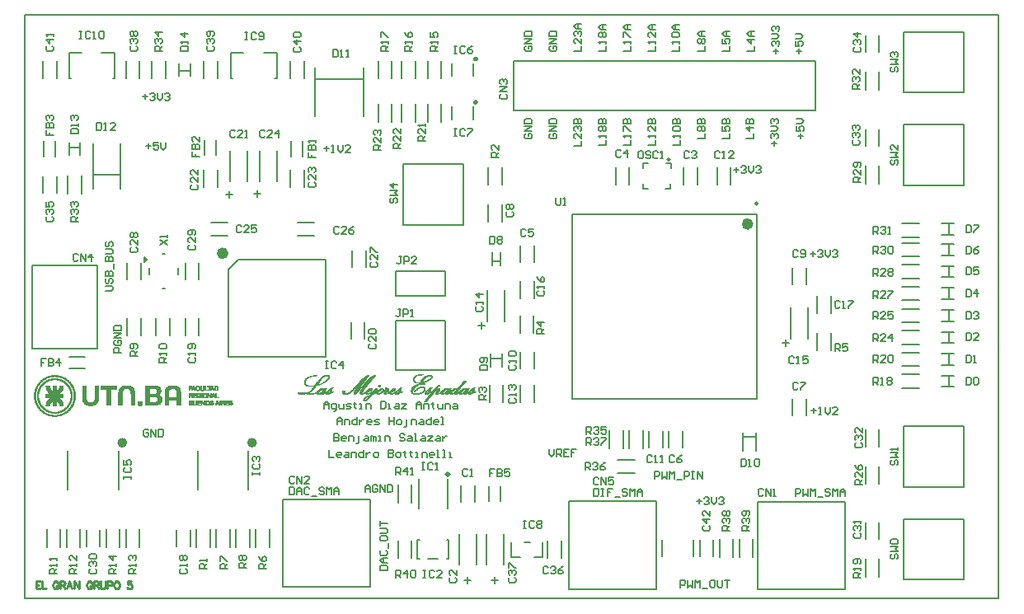
<source format=gto>
G04 Layer_Color=65535*
%FSLAX44Y44*%
%MOMM*%
G71*
G01*
G75*
%ADD41C,0.1524*%
%ADD46C,0.2032*%
%ADD47C,0.1270*%
%ADD56C,0.0229*%
%ADD57C,0.0445*%
%ADD58C,0.2500*%
%ADD59C,0.6000*%
%ADD60C,0.5000*%
%ADD61C,0.3000*%
%ADD62C,0.2000*%
%ADD63C,0.2286*%
D41*
X381000Y127000D02*
Y134618D01*
X384809D01*
X386078Y133348D01*
Y130809D01*
X384809Y129539D01*
X381000D01*
X383539D02*
X386078Y127000D01*
X392426D02*
Y134618D01*
X388618Y130809D01*
X393696D01*
X396235Y127000D02*
X398774D01*
X397505D01*
Y134618D01*
X396235Y133348D01*
X381000Y21590D02*
Y29207D01*
X384809D01*
X386078Y27938D01*
Y25399D01*
X384809Y24129D01*
X381000D01*
X383539D02*
X386078Y21590D01*
X392426D02*
Y29207D01*
X388618Y25399D01*
X393696D01*
X396235Y27938D02*
X397505Y29207D01*
X400044D01*
X401313Y27938D01*
Y22860D01*
X400044Y21590D01*
X397505D01*
X396235Y22860D01*
Y27938D01*
X744220Y69850D02*
X736602D01*
Y73659D01*
X737872Y74928D01*
X740411D01*
X741681Y73659D01*
Y69850D01*
Y72389D02*
X744220Y74928D01*
X737872Y77467D02*
X736602Y78737D01*
Y81276D01*
X737872Y82546D01*
X739142D01*
X740411Y81276D01*
Y80007D01*
Y81276D01*
X741681Y82546D01*
X742950D01*
X744220Y81276D01*
Y78737D01*
X742950Y77467D01*
Y85085D02*
X744220Y86355D01*
Y88894D01*
X742950Y90163D01*
X737872D01*
X736602Y88894D01*
Y86355D01*
X737872Y85085D01*
X739142D01*
X740411Y86355D01*
Y90163D01*
X723900Y69850D02*
X716283D01*
Y73659D01*
X717552Y74928D01*
X720091D01*
X721361Y73659D01*
Y69850D01*
Y72389D02*
X723900Y74928D01*
X717552Y77467D02*
X716283Y78737D01*
Y81276D01*
X717552Y82546D01*
X718822D01*
X720091Y81276D01*
Y80007D01*
Y81276D01*
X721361Y82546D01*
X722630D01*
X723900Y81276D01*
Y78737D01*
X722630Y77467D01*
X717552Y85085D02*
X716283Y86355D01*
Y88894D01*
X717552Y90163D01*
X718822D01*
X720091Y88894D01*
X721361Y90163D01*
X722630D01*
X723900Y88894D01*
Y86355D01*
X722630Y85085D01*
X721361D01*
X720091Y86355D01*
X718822Y85085D01*
X717552D01*
X720091Y86355D02*
Y88894D01*
X589278Y123188D02*
X588009Y124458D01*
X585470D01*
X584200Y123188D01*
Y118110D01*
X585470Y116840D01*
X588009D01*
X589278Y118110D01*
X591818Y116840D02*
Y124458D01*
X596896Y116840D01*
Y124458D01*
X604513D02*
X599435D01*
Y120649D01*
X601974Y121918D01*
X603244D01*
X604513Y120649D01*
Y118110D01*
X603244Y116840D01*
X600705D01*
X599435Y118110D01*
X576580Y157480D02*
Y165098D01*
X580389D01*
X581658Y163828D01*
Y161289D01*
X580389Y160019D01*
X576580D01*
X579119D02*
X581658Y157480D01*
X584198Y163828D02*
X585467Y165098D01*
X588006D01*
X589276Y163828D01*
Y162558D01*
X588006Y161289D01*
X586737D01*
X588006D01*
X589276Y160019D01*
Y158750D01*
X588006Y157480D01*
X585467D01*
X584198Y158750D01*
X591815Y165098D02*
X596893D01*
Y163828D01*
X591815Y158750D01*
Y157480D01*
X575310Y132080D02*
Y139698D01*
X579119D01*
X580388Y138428D01*
Y135889D01*
X579119Y134619D01*
X575310D01*
X577849D02*
X580388Y132080D01*
X582928Y138428D02*
X584197Y139698D01*
X586736D01*
X588006Y138428D01*
Y137158D01*
X586736Y135889D01*
X585467D01*
X586736D01*
X588006Y134619D01*
Y133350D01*
X586736Y132080D01*
X584197D01*
X582928Y133350D01*
X595623Y139698D02*
X593084Y138428D01*
X590545Y135889D01*
Y133350D01*
X591815Y132080D01*
X594354D01*
X595623Y133350D01*
Y134619D01*
X594354Y135889D01*
X590545D01*
X576580Y168910D02*
Y176528D01*
X580389D01*
X581658Y175258D01*
Y172719D01*
X580389Y171449D01*
X576580D01*
X579119D02*
X581658Y168910D01*
X584198Y175258D02*
X585467Y176528D01*
X588006D01*
X589276Y175258D01*
Y173988D01*
X588006Y172719D01*
X586737D01*
X588006D01*
X589276Y171449D01*
Y170180D01*
X588006Y168910D01*
X585467D01*
X584198Y170180D01*
X596893Y176528D02*
X591815D01*
Y172719D01*
X594354Y173988D01*
X595624D01*
X596893Y172719D01*
Y170180D01*
X595624Y168910D01*
X593085D01*
X591815Y170180D01*
X697232Y74928D02*
X695963Y73659D01*
Y71120D01*
X697232Y69850D01*
X702310D01*
X703580Y71120D01*
Y73659D01*
X702310Y74928D01*
X703580Y81276D02*
X695963D01*
X699771Y77467D01*
Y82546D01*
X703580Y90163D02*
Y85085D01*
X698502Y90163D01*
X697232D01*
X695963Y88894D01*
Y86355D01*
X697232Y85085D01*
X276858Y124458D02*
X275589Y125728D01*
X273050D01*
X271780Y124458D01*
Y119380D01*
X273050Y118110D01*
X275589D01*
X276858Y119380D01*
X279398Y118110D02*
Y125728D01*
X284476Y118110D01*
Y125728D01*
X292093Y118110D02*
X287015D01*
X292093Y123188D01*
Y124458D01*
X290824Y125728D01*
X288285D01*
X287015Y124458D01*
X758188Y111758D02*
X756919Y113027D01*
X754380D01*
X753110Y111758D01*
Y106680D01*
X754380Y105410D01*
X756919D01*
X758188Y106680D01*
X760727Y105410D02*
Y113027D01*
X765806Y105410D01*
Y113027D01*
X768345Y105410D02*
X770884D01*
X769615D01*
Y113027D01*
X768345Y111758D01*
X890272Y546098D02*
X889003Y544829D01*
Y542290D01*
X890272Y541020D01*
X891542D01*
X892811Y542290D01*
Y544829D01*
X894081Y546098D01*
X895350D01*
X896620Y544829D01*
Y542290D01*
X895350Y541020D01*
X889003Y548638D02*
X896620D01*
X894081Y551177D01*
X896620Y553716D01*
X889003D01*
X890272Y556255D02*
X889003Y557525D01*
Y560064D01*
X890272Y561333D01*
X891542D01*
X892811Y560064D01*
Y558794D01*
Y560064D01*
X894081Y561333D01*
X895350D01*
X896620Y560064D01*
Y557525D01*
X895350Y556255D01*
X890272Y450848D02*
X889003Y449579D01*
Y447040D01*
X890272Y445770D01*
X891542D01*
X892811Y447040D01*
Y449579D01*
X894081Y450848D01*
X895350D01*
X896620Y449579D01*
Y447040D01*
X895350Y445770D01*
X889003Y453387D02*
X896620D01*
X894081Y455927D01*
X896620Y458466D01*
X889003D01*
X896620Y466083D02*
Y461005D01*
X891542Y466083D01*
X890272D01*
X889003Y464814D01*
Y462275D01*
X890272Y461005D01*
Y142238D02*
X889003Y140969D01*
Y138430D01*
X890272Y137160D01*
X891542D01*
X892811Y138430D01*
Y140969D01*
X894081Y142238D01*
X895350D01*
X896620Y140969D01*
Y138430D01*
X895350Y137160D01*
X889003Y144777D02*
X896620D01*
X894081Y147317D01*
X896620Y149856D01*
X889003D01*
X896620Y152395D02*
Y154934D01*
Y153665D01*
X889003D01*
X890272Y152395D01*
Y45718D02*
X889003Y44449D01*
Y41910D01*
X890272Y40640D01*
X891542D01*
X892811Y41910D01*
Y44449D01*
X894081Y45718D01*
X895350D01*
X896620Y44449D01*
Y41910D01*
X895350Y40640D01*
X889003Y48257D02*
X896620D01*
X894081Y50797D01*
X896620Y53336D01*
X889003D01*
X890272Y55875D02*
X889003Y57145D01*
Y59684D01*
X890272Y60953D01*
X895350D01*
X896620Y59684D01*
Y57145D01*
X895350Y55875D01*
X890272D01*
X138433Y363220D02*
X146050Y368298D01*
X138433D02*
X146050Y363220D01*
Y370838D02*
Y373377D01*
Y372107D01*
X138433D01*
X139702Y370838D01*
X454658Y132078D02*
X453389Y133348D01*
X450850D01*
X449580Y132078D01*
Y127000D01*
X450850Y125730D01*
X453389D01*
X454658Y127000D01*
X457197Y125730D02*
X459737D01*
X458467D01*
Y133348D01*
X457197Y132078D01*
X436882Y21588D02*
X435612Y20319D01*
Y17780D01*
X436882Y16510D01*
X441960D01*
X443230Y17780D01*
Y20319D01*
X441960Y21588D01*
X443230Y29206D02*
Y24128D01*
X438152Y29206D01*
X436882D01*
X435612Y27936D01*
Y25397D01*
X436882Y24128D01*
X681988Y458468D02*
X680719Y459738D01*
X678180D01*
X676910Y458468D01*
Y453390D01*
X678180Y452120D01*
X680719D01*
X681988Y453390D01*
X684528Y458468D02*
X685797Y459738D01*
X688336D01*
X689606Y458468D01*
Y457198D01*
X688336Y455929D01*
X687067D01*
X688336D01*
X689606Y454659D01*
Y453390D01*
X688336Y452120D01*
X685797D01*
X684528Y453390D01*
X612138Y459738D02*
X610869Y461007D01*
X608330D01*
X607060Y459738D01*
Y454660D01*
X608330Y453390D01*
X610869D01*
X612138Y454660D01*
X618486Y453390D02*
Y461007D01*
X614678Y457199D01*
X619756D01*
X514348Y378458D02*
X513079Y379728D01*
X510540D01*
X509270Y378458D01*
Y373380D01*
X510540Y372110D01*
X513079D01*
X514348Y373380D01*
X521966Y379728D02*
X516888D01*
Y375919D01*
X519427Y377188D01*
X520696D01*
X521966Y375919D01*
Y373380D01*
X520696Y372110D01*
X518157D01*
X516888Y373380D01*
X666748Y146048D02*
X665479Y147317D01*
X662940D01*
X661670Y146048D01*
Y140970D01*
X662940Y139700D01*
X665479D01*
X666748Y140970D01*
X674366Y147317D02*
X671827Y146048D01*
X669287Y143509D01*
Y140970D01*
X670557Y139700D01*
X673096D01*
X674366Y140970D01*
Y142239D01*
X673096Y143509D01*
X669287D01*
X793748Y220978D02*
X792479Y222248D01*
X789940D01*
X788670Y220978D01*
Y215900D01*
X789940Y214630D01*
X792479D01*
X793748Y215900D01*
X796288Y222248D02*
X801366D01*
Y220978D01*
X796288Y215900D01*
Y214630D01*
X495302Y397508D02*
X494033Y396239D01*
Y393700D01*
X495302Y392430D01*
X500380D01*
X501650Y393700D01*
Y396239D01*
X500380Y397508D01*
X495302Y400047D02*
X494033Y401317D01*
Y403856D01*
X495302Y405126D01*
X496572D01*
X497841Y403856D01*
X499111Y405126D01*
X500380D01*
X501650Y403856D01*
Y401317D01*
X500380Y400047D01*
X499111D01*
X497841Y401317D01*
X496572Y400047D01*
X495302D01*
X497841Y401317D02*
Y403856D01*
X793748Y356868D02*
X792479Y358138D01*
X789940D01*
X788670Y356868D01*
Y351790D01*
X789940Y350520D01*
X792479D01*
X793748Y351790D01*
X796288D02*
X797557Y350520D01*
X800096D01*
X801366Y351790D01*
Y356868D01*
X800096Y358138D01*
X797557D01*
X796288Y356868D01*
Y355598D01*
X797557Y354329D01*
X801366D01*
X497842Y240028D02*
X496572Y238759D01*
Y236220D01*
X497842Y234950D01*
X502920D01*
X504190Y236220D01*
Y238759D01*
X502920Y240028D01*
X504190Y242568D02*
Y245107D01*
Y243837D01*
X496572D01*
X497842Y242568D01*
Y248916D02*
X496572Y250185D01*
Y252724D01*
X497842Y253994D01*
X502920D01*
X504190Y252724D01*
Y250185D01*
X502920Y248916D01*
X497842D01*
X643921Y146048D02*
X642651Y147317D01*
X640112D01*
X638843Y146048D01*
Y140970D01*
X640112Y139700D01*
X642651D01*
X643921Y140970D01*
X646460Y139700D02*
X648999D01*
X647730D01*
Y147317D01*
X646460Y146048D01*
X652808Y139700D02*
X655347D01*
X654078D01*
Y147317D01*
X652808Y146048D01*
X713738Y458468D02*
X712469Y459738D01*
X709930D01*
X708660Y458468D01*
Y453390D01*
X709930Y452120D01*
X712469D01*
X713738Y453390D01*
X716277Y452120D02*
X718817D01*
X717547D01*
Y459738D01*
X716277Y458468D01*
X727704Y452120D02*
X722626D01*
X727704Y457198D01*
Y458468D01*
X726434Y459738D01*
X723895D01*
X722626Y458468D01*
X497842Y205738D02*
X496572Y204469D01*
Y201930D01*
X497842Y200660D01*
X502920D01*
X504190Y201930D01*
Y204469D01*
X502920Y205738D01*
X504190Y208277D02*
Y210817D01*
Y209547D01*
X496572D01*
X497842Y208277D01*
Y214625D02*
X496572Y215895D01*
Y218434D01*
X497842Y219704D01*
X499112D01*
X500381Y218434D01*
Y217165D01*
Y218434D01*
X501651Y219704D01*
X502920D01*
X504190Y218434D01*
Y215895D01*
X502920Y214625D01*
X464067Y300218D02*
X462798Y298948D01*
Y296409D01*
X464067Y295139D01*
X469145D01*
X470415Y296409D01*
Y298948D01*
X469145Y300218D01*
X470415Y302757D02*
Y305296D01*
Y304027D01*
X462798D01*
X464067Y302757D01*
X470415Y312914D02*
X462798D01*
X466606Y309105D01*
Y314183D01*
X789938Y247648D02*
X788669Y248918D01*
X786130D01*
X784860Y247648D01*
Y242570D01*
X786130Y241300D01*
X788669D01*
X789938Y242570D01*
X792477Y241300D02*
X795017D01*
X793747D01*
Y248918D01*
X792477Y247648D01*
X803904Y248918D02*
X798826D01*
Y245109D01*
X801365Y246378D01*
X802634D01*
X803904Y245109D01*
Y242570D01*
X802634Y241300D01*
X800095D01*
X798826Y242570D01*
X527052Y316228D02*
X525783Y314959D01*
Y312420D01*
X527052Y311150D01*
X532130D01*
X533400Y312420D01*
Y314959D01*
X532130Y316228D01*
X533400Y318768D02*
Y321307D01*
Y320037D01*
X525783D01*
X527052Y318768D01*
X525783Y330194D02*
X527052Y327655D01*
X529591Y325116D01*
X532130D01*
X533400Y326385D01*
Y328924D01*
X532130Y330194D01*
X530861D01*
X529591Y328924D01*
Y325116D01*
X836928Y304798D02*
X835659Y306068D01*
X833120D01*
X831850Y304798D01*
Y299720D01*
X833120Y298450D01*
X835659D01*
X836928Y299720D01*
X839467Y298450D02*
X842007D01*
X840737D01*
Y306068D01*
X839467Y304798D01*
X845816Y306068D02*
X850894D01*
Y304798D01*
X845816Y299720D01*
Y298450D01*
X160022Y30478D02*
X158752Y29209D01*
Y26670D01*
X160022Y25400D01*
X165100D01*
X166370Y26670D01*
Y29209D01*
X165100Y30478D01*
X166370Y33017D02*
Y35557D01*
Y34287D01*
X158752D01*
X160022Y33017D01*
Y39365D02*
X158752Y40635D01*
Y43174D01*
X160022Y44444D01*
X161292D01*
X162561Y43174D01*
X163831Y44444D01*
X165100D01*
X166370Y43174D01*
Y40635D01*
X165100Y39365D01*
X163831D01*
X162561Y40635D01*
X161292Y39365D01*
X160022D01*
X162561Y40635D02*
Y43174D01*
X168912Y247648D02*
X167642Y246379D01*
Y243840D01*
X168912Y242570D01*
X173990D01*
X175260Y243840D01*
Y246379D01*
X173990Y247648D01*
X175260Y250187D02*
Y252727D01*
Y251457D01*
X167642D01*
X168912Y250187D01*
X173990Y256535D02*
X175260Y257805D01*
Y260344D01*
X173990Y261614D01*
X168912D01*
X167642Y260344D01*
Y257805D01*
X168912Y256535D01*
X170182D01*
X171451Y257805D01*
Y261614D01*
X354332Y261618D02*
X353063Y260349D01*
Y257810D01*
X354332Y256540D01*
X359410D01*
X360680Y257810D01*
Y260349D01*
X359410Y261618D01*
X360680Y269236D02*
Y264158D01*
X355602Y269236D01*
X354332D01*
X353063Y267966D01*
Y265427D01*
X354332Y264158D01*
Y271775D02*
X353063Y273045D01*
Y275584D01*
X354332Y276853D01*
X359410D01*
X360680Y275584D01*
Y273045D01*
X359410Y271775D01*
X354332D01*
X215898Y480058D02*
X214629Y481328D01*
X212090D01*
X210820Y480058D01*
Y474980D01*
X212090Y473710D01*
X214629D01*
X215898Y474980D01*
X223516Y473710D02*
X218438D01*
X223516Y478788D01*
Y480058D01*
X222246Y481328D01*
X219707D01*
X218438Y480058D01*
X226055Y473710D02*
X228594D01*
X227325D01*
Y481328D01*
X226055Y480058D01*
X171452Y425058D02*
X170182Y423789D01*
Y421250D01*
X171452Y419980D01*
X176530D01*
X177800Y421250D01*
Y423789D01*
X176530Y425058D01*
X177800Y432676D02*
Y427598D01*
X172722Y432676D01*
X171452D01*
X170182Y431406D01*
Y428867D01*
X171452Y427598D01*
X177800Y440293D02*
Y435215D01*
X172722Y440293D01*
X171452D01*
X170182Y439024D01*
Y436485D01*
X171452Y435215D01*
X292102Y427598D02*
X290833Y426329D01*
Y423790D01*
X292102Y422520D01*
X297180D01*
X298450Y423790D01*
Y426329D01*
X297180Y427598D01*
X298450Y435216D02*
Y430137D01*
X293372Y435216D01*
X292102D01*
X290833Y433946D01*
Y431407D01*
X292102Y430137D01*
Y437755D02*
X290833Y439025D01*
Y441564D01*
X292102Y442833D01*
X293372D01*
X294641Y441564D01*
Y440294D01*
Y441564D01*
X295911Y442833D01*
X297180D01*
X298450Y441564D01*
Y439025D01*
X297180Y437755D01*
X246378Y480058D02*
X245109Y481328D01*
X242570D01*
X241300Y480058D01*
Y474980D01*
X242570Y473710D01*
X245109D01*
X246378Y474980D01*
X253996Y473710D02*
X248918D01*
X253996Y478788D01*
Y480058D01*
X252726Y481328D01*
X250187D01*
X248918Y480058D01*
X260344Y473710D02*
Y481328D01*
X256535Y477519D01*
X261613D01*
X222248Y382268D02*
X220979Y383537D01*
X218440D01*
X217170Y382268D01*
Y377190D01*
X218440Y375920D01*
X220979D01*
X222248Y377190D01*
X229866Y375920D02*
X224788D01*
X229866Y380998D01*
Y382268D01*
X228596Y383537D01*
X226057D01*
X224788Y382268D01*
X237483Y383537D02*
X232405D01*
Y379729D01*
X234944Y380998D01*
X236214D01*
X237483Y379729D01*
Y377190D01*
X236214Y375920D01*
X233675D01*
X232405Y377190D01*
X322578Y380998D02*
X321309Y382267D01*
X318770D01*
X317500Y380998D01*
Y375920D01*
X318770Y374650D01*
X321309D01*
X322578Y375920D01*
X330196Y374650D02*
X325117D01*
X330196Y379728D01*
Y380998D01*
X328926Y382267D01*
X326387D01*
X325117Y380998D01*
X337813Y382267D02*
X335274Y380998D01*
X332735Y378459D01*
Y375920D01*
X334005Y374650D01*
X336544D01*
X337813Y375920D01*
Y377189D01*
X336544Y378459D01*
X332735D01*
X355602Y345438D02*
X354333Y344169D01*
Y341630D01*
X355602Y340360D01*
X360680D01*
X361950Y341630D01*
Y344169D01*
X360680Y345438D01*
X361950Y353056D02*
Y347977D01*
X356872Y353056D01*
X355602D01*
X354333Y351786D01*
Y349247D01*
X355602Y347977D01*
X354333Y355595D02*
Y360673D01*
X355602D01*
X360680Y355595D01*
X361950D01*
X109222Y360678D02*
X107952Y359409D01*
Y356870D01*
X109222Y355600D01*
X114300D01*
X115570Y356870D01*
Y359409D01*
X114300Y360678D01*
X115570Y368296D02*
Y363218D01*
X110492Y368296D01*
X109222D01*
X107952Y367026D01*
Y364487D01*
X109222Y363218D01*
Y370835D02*
X107952Y372105D01*
Y374644D01*
X109222Y375913D01*
X110492D01*
X111761Y374644D01*
X113031Y375913D01*
X114300D01*
X115570Y374644D01*
Y372105D01*
X114300Y370835D01*
X113031D01*
X111761Y372105D01*
X110492Y370835D01*
X109222D01*
X111761Y372105D02*
Y374644D01*
X168667Y363218D02*
X167397Y361949D01*
Y359410D01*
X168667Y358140D01*
X173745D01*
X175015Y359410D01*
Y361949D01*
X173745Y363218D01*
X175015Y370836D02*
Y365757D01*
X169937Y370836D01*
X168667D01*
X167397Y369566D01*
Y367027D01*
X168667Y365757D01*
X173745Y373375D02*
X175015Y374645D01*
Y377184D01*
X173745Y378453D01*
X168667D01*
X167397Y377184D01*
Y374645D01*
X168667Y373375D01*
X169937D01*
X171206Y374645D01*
Y378453D01*
X67312Y30478D02*
X66042Y29209D01*
Y26670D01*
X67312Y25400D01*
X72390D01*
X73660Y26670D01*
Y29209D01*
X72390Y30478D01*
X67312Y33017D02*
X66042Y34287D01*
Y36826D01*
X67312Y38096D01*
X68582D01*
X69851Y36826D01*
Y35557D01*
Y36826D01*
X71121Y38096D01*
X72390D01*
X73660Y36826D01*
Y34287D01*
X72390Y33017D01*
X67312Y40635D02*
X66042Y41905D01*
Y44444D01*
X67312Y45713D01*
X72390D01*
X73660Y44444D01*
Y41905D01*
X72390Y40635D01*
X67312D01*
X852172Y67308D02*
X850902Y66039D01*
Y63500D01*
X852172Y62230D01*
X857250D01*
X858520Y63500D01*
Y66039D01*
X857250Y67308D01*
X852172Y69847D02*
X850902Y71117D01*
Y73656D01*
X852172Y74926D01*
X853442D01*
X854711Y73656D01*
Y72387D01*
Y73656D01*
X855981Y74926D01*
X857250D01*
X858520Y73656D01*
Y71117D01*
X857250Y69847D01*
X858520Y77465D02*
Y80004D01*
Y78735D01*
X850902D01*
X852172Y77465D01*
X853442Y160018D02*
X852172Y158749D01*
Y156210D01*
X853442Y154940D01*
X858520D01*
X859790Y156210D01*
Y158749D01*
X858520Y160018D01*
X853442Y162558D02*
X852172Y163827D01*
Y166366D01*
X853442Y167636D01*
X854712D01*
X855981Y166366D01*
Y165097D01*
Y166366D01*
X857251Y167636D01*
X858520D01*
X859790Y166366D01*
Y163827D01*
X858520Y162558D01*
X859790Y175253D02*
Y170175D01*
X854712Y175253D01*
X853442D01*
X852172Y173984D01*
Y171445D01*
X853442Y170175D01*
X850902Y471168D02*
X849632Y469899D01*
Y467360D01*
X850902Y466090D01*
X855980D01*
X857250Y467360D01*
Y469899D01*
X855980Y471168D01*
X850902Y473708D02*
X849632Y474977D01*
Y477516D01*
X850902Y478786D01*
X852172D01*
X853441Y477516D01*
Y476247D01*
Y477516D01*
X854711Y478786D01*
X855980D01*
X857250Y477516D01*
Y474977D01*
X855980Y473708D01*
X850902Y481325D02*
X849632Y482595D01*
Y485134D01*
X850902Y486403D01*
X852172D01*
X853441Y485134D01*
Y483864D01*
Y485134D01*
X854711Y486403D01*
X855980D01*
X857250Y485134D01*
Y482595D01*
X855980Y481325D01*
X852172Y566418D02*
X850902Y565149D01*
Y562610D01*
X852172Y561340D01*
X857250D01*
X858520Y562610D01*
Y565149D01*
X857250Y566418D01*
X852172Y568957D02*
X850902Y570227D01*
Y572766D01*
X852172Y574036D01*
X853442D01*
X854711Y572766D01*
Y571497D01*
Y572766D01*
X855981Y574036D01*
X857250D01*
X858520Y572766D01*
Y570227D01*
X857250Y568957D01*
X858520Y580384D02*
X850902D01*
X854711Y576575D01*
Y581653D01*
X22862Y392428D02*
X21593Y391159D01*
Y388620D01*
X22862Y387350D01*
X27940D01*
X29210Y388620D01*
Y391159D01*
X27940Y392428D01*
X22862Y394967D02*
X21593Y396237D01*
Y398776D01*
X22862Y400046D01*
X24132D01*
X25401Y398776D01*
Y397507D01*
Y398776D01*
X26671Y400046D01*
X27940D01*
X29210Y398776D01*
Y396237D01*
X27940Y394967D01*
X21593Y407663D02*
Y402585D01*
X25401D01*
X24132Y405124D01*
Y406394D01*
X25401Y407663D01*
X27940D01*
X29210Y406394D01*
Y403855D01*
X27940Y402585D01*
X537208Y31748D02*
X535939Y33017D01*
X533400D01*
X532130Y31748D01*
Y26670D01*
X533400Y25400D01*
X535939D01*
X537208Y26670D01*
X539748Y31748D02*
X541017Y33017D01*
X543556D01*
X544826Y31748D01*
Y30478D01*
X543556Y29209D01*
X542287D01*
X543556D01*
X544826Y27939D01*
Y26670D01*
X543556Y25400D01*
X541017D01*
X539748Y26670D01*
X552443Y33017D02*
X549904Y31748D01*
X547365Y29209D01*
Y26670D01*
X548635Y25400D01*
X551174D01*
X552443Y26670D01*
Y27939D01*
X551174Y29209D01*
X547365D01*
X497842Y21588D02*
X496572Y20319D01*
Y17780D01*
X497842Y16510D01*
X502920D01*
X504190Y17780D01*
Y20319D01*
X502920Y21588D01*
X497842Y24128D02*
X496572Y25397D01*
Y27936D01*
X497842Y29206D01*
X499112D01*
X500381Y27936D01*
Y26667D01*
Y27936D01*
X501651Y29206D01*
X502920D01*
X504190Y27936D01*
Y25397D01*
X502920Y24128D01*
X496572Y31745D02*
Y36823D01*
X497842D01*
X502920Y31745D01*
X504190D01*
X109222Y567688D02*
X107952Y566419D01*
Y563880D01*
X109222Y562610D01*
X114300D01*
X115570Y563880D01*
Y566419D01*
X114300Y567688D01*
X109222Y570228D02*
X107952Y571497D01*
Y574036D01*
X109222Y575306D01*
X110492D01*
X111761Y574036D01*
Y572767D01*
Y574036D01*
X113031Y575306D01*
X114300D01*
X115570Y574036D01*
Y571497D01*
X114300Y570228D01*
X109222Y577845D02*
X107952Y579115D01*
Y581654D01*
X109222Y582923D01*
X110492D01*
X111761Y581654D01*
X113031Y582923D01*
X114300D01*
X115570Y581654D01*
Y579115D01*
X114300Y577845D01*
X113031D01*
X111761Y579115D01*
X110492Y577845D01*
X109222D01*
X111761Y579115D02*
Y581654D01*
X187962Y567688D02*
X186693Y566419D01*
Y563880D01*
X187962Y562610D01*
X193040D01*
X194310Y563880D01*
Y566419D01*
X193040Y567688D01*
X187962Y570228D02*
X186693Y571497D01*
Y574036D01*
X187962Y575306D01*
X189232D01*
X190501Y574036D01*
Y572767D01*
Y574036D01*
X191771Y575306D01*
X193040D01*
X194310Y574036D01*
Y571497D01*
X193040Y570228D01*
Y577845D02*
X194310Y579115D01*
Y581654D01*
X193040Y582923D01*
X187962D01*
X186693Y581654D01*
Y579115D01*
X187962Y577845D01*
X189232D01*
X190501Y579115D01*
Y582923D01*
X276862Y566418D02*
X275592Y565149D01*
Y562610D01*
X276862Y561340D01*
X281940D01*
X283210Y562610D01*
Y565149D01*
X281940Y566418D01*
X283210Y572766D02*
X275592D01*
X279401Y568957D01*
Y574036D01*
X276862Y576575D02*
X275592Y577845D01*
Y580384D01*
X276862Y581653D01*
X281940D01*
X283210Y580384D01*
Y577845D01*
X281940Y576575D01*
X276862D01*
X22862Y567688D02*
X21593Y566419D01*
Y563880D01*
X22862Y562610D01*
X27940D01*
X29210Y563880D01*
Y566419D01*
X27940Y567688D01*
X29210Y574036D02*
X21593D01*
X25401Y570228D01*
Y575306D01*
X29210Y577845D02*
Y580384D01*
Y579115D01*
X21593D01*
X22862Y577845D01*
X488952Y518158D02*
X487682Y516889D01*
Y514350D01*
X488952Y513080D01*
X494030D01*
X495300Y514350D01*
Y516889D01*
X494030Y518158D01*
X495300Y520698D02*
X487682D01*
X495300Y525776D01*
X487682D01*
X488952Y528315D02*
X487682Y529585D01*
Y532124D01*
X488952Y533393D01*
X490222D01*
X491491Y532124D01*
Y530854D01*
Y532124D01*
X492761Y533393D01*
X494030D01*
X495300Y532124D01*
Y529585D01*
X494030Y528315D01*
X54608Y353058D02*
X53339Y354328D01*
X50800D01*
X49530Y353058D01*
Y347980D01*
X50800Y346710D01*
X53339D01*
X54608Y347980D01*
X57147Y346710D02*
Y354328D01*
X62226Y346710D01*
Y354328D01*
X68574Y346710D02*
Y354328D01*
X64765Y350519D01*
X69843D01*
X966470Y227327D02*
Y219710D01*
X970279D01*
X971548Y220980D01*
Y226058D01*
X970279Y227327D01*
X966470D01*
X974088Y226058D02*
X975357Y227327D01*
X977896D01*
X979166Y226058D01*
Y220980D01*
X977896Y219710D01*
X975357D01*
X974088Y220980D01*
Y226058D01*
X966470Y250187D02*
Y242570D01*
X970279D01*
X971548Y243840D01*
Y248918D01*
X970279Y250187D01*
X966470D01*
X974088Y242570D02*
X976627D01*
X975357D01*
Y250187D01*
X974088Y248918D01*
X966470Y273048D02*
Y265430D01*
X970279D01*
X971548Y266700D01*
Y271778D01*
X970279Y273048D01*
X966470D01*
X979166Y265430D02*
X974088D01*
X979166Y270508D01*
Y271778D01*
X977896Y273048D01*
X975357D01*
X974088Y271778D01*
X966470Y294638D02*
Y287020D01*
X970279D01*
X971548Y288290D01*
Y293368D01*
X970279Y294638D01*
X966470D01*
X974088Y293368D02*
X975357Y294638D01*
X977896D01*
X979166Y293368D01*
Y292098D01*
X977896Y290829D01*
X976627D01*
X977896D01*
X979166Y289559D01*
Y288290D01*
X977896Y287020D01*
X975357D01*
X974088Y288290D01*
X966470Y317498D02*
Y309880D01*
X970279D01*
X971548Y311150D01*
Y316228D01*
X970279Y317498D01*
X966470D01*
X977896Y309880D02*
Y317498D01*
X974088Y313689D01*
X979166D01*
X966470Y340358D02*
Y332740D01*
X970279D01*
X971548Y334010D01*
Y339088D01*
X970279Y340358D01*
X966470D01*
X979166D02*
X974088D01*
Y336549D01*
X976627Y337818D01*
X977896D01*
X979166Y336549D01*
Y334010D01*
X977896Y332740D01*
X975357D01*
X974088Y334010D01*
X966470Y361948D02*
Y354330D01*
X970279D01*
X971548Y355600D01*
Y360678D01*
X970279Y361948D01*
X966470D01*
X979166D02*
X976627Y360678D01*
X974088Y358139D01*
Y355600D01*
X975357Y354330D01*
X977896D01*
X979166Y355600D01*
Y356869D01*
X977896Y358139D01*
X974088D01*
X966470Y383665D02*
Y376048D01*
X970279D01*
X971548Y377317D01*
Y382396D01*
X970279Y383665D01*
X966470D01*
X974088D02*
X979166D01*
Y382396D01*
X974088Y377317D01*
Y376048D01*
X477520Y372108D02*
Y364490D01*
X481329D01*
X482598Y365760D01*
Y370838D01*
X481329Y372108D01*
X477520D01*
X485137Y370838D02*
X486407Y372108D01*
X488946D01*
X490216Y370838D01*
Y369568D01*
X488946Y368299D01*
X490216Y367029D01*
Y365760D01*
X488946Y364490D01*
X486407D01*
X485137Y365760D01*
Y367029D01*
X486407Y368299D01*
X485137Y369568D01*
Y370838D01*
X486407Y368299D02*
X488946D01*
X467363Y234950D02*
X474980D01*
Y238759D01*
X473710Y240028D01*
X468632D01*
X467363Y238759D01*
Y234950D01*
X473710Y242568D02*
X474980Y243837D01*
Y246376D01*
X473710Y247646D01*
X468632D01*
X467363Y246376D01*
Y243837D01*
X468632Y242568D01*
X469902D01*
X471171Y243837D01*
Y247646D01*
X316230Y563877D02*
Y556260D01*
X320039D01*
X321308Y557530D01*
Y562608D01*
X320039Y563877D01*
X316230D01*
X323848Y556260D02*
X326387D01*
X325117D01*
Y563877D01*
X323848Y562608D01*
X330196Y556260D02*
X332735D01*
X331465D01*
Y563877D01*
X330196Y562608D01*
X73660Y488947D02*
Y481330D01*
X77469D01*
X78738Y482600D01*
Y487678D01*
X77469Y488947D01*
X73660D01*
X81278Y481330D02*
X83817D01*
X82547D01*
Y488947D01*
X81278Y487678D01*
X92704Y481330D02*
X87626D01*
X92704Y486408D01*
Y487678D01*
X91434Y488947D01*
X88895D01*
X87626Y487678D01*
X46993Y477520D02*
X54610D01*
Y481329D01*
X53340Y482598D01*
X48262D01*
X46993Y481329D01*
Y477520D01*
X54610Y485137D02*
Y487677D01*
Y486407D01*
X46993D01*
X48262Y485137D01*
Y491485D02*
X46993Y492755D01*
Y495294D01*
X48262Y496564D01*
X49532D01*
X50801Y495294D01*
Y494025D01*
Y495294D01*
X52071Y496564D01*
X53340D01*
X54610Y495294D01*
Y492755D01*
X53340Y491485D01*
X160023Y562610D02*
X167640D01*
Y566419D01*
X166370Y567688D01*
X161292D01*
X160023Y566419D01*
Y562610D01*
X167640Y570228D02*
Y572767D01*
Y571497D01*
X160023D01*
X161292Y570228D01*
X167640Y580384D02*
X160023D01*
X163831Y576576D01*
Y581654D01*
X290833Y458468D02*
Y453390D01*
X294641D01*
Y455929D01*
Y453390D01*
X298450D01*
X290833Y461007D02*
X298450D01*
Y464816D01*
X297180Y466086D01*
X295911D01*
X294641Y464816D01*
Y461007D01*
Y464816D01*
X293372Y466086D01*
X292102D01*
X290833Y464816D01*
Y461007D01*
X298450Y468625D02*
Y471164D01*
Y469895D01*
X290833D01*
X292102Y468625D01*
X171453Y459348D02*
Y454270D01*
X175261D01*
Y456809D01*
Y454270D01*
X179070D01*
X171453Y461888D02*
X179070D01*
Y465696D01*
X177800Y466966D01*
X176531D01*
X175261Y465696D01*
Y461888D01*
Y465696D01*
X173992Y466966D01*
X172722D01*
X171453Y465696D01*
Y461888D01*
X179070Y474583D02*
Y469505D01*
X173992Y474583D01*
X172722D01*
X171453Y473314D01*
Y470775D01*
X172722Y469505D01*
X21593Y481328D02*
Y476250D01*
X25401D01*
Y478789D01*
Y476250D01*
X29210D01*
X21593Y483867D02*
X29210D01*
Y487676D01*
X27940Y488946D01*
X26671D01*
X25401Y487676D01*
Y483867D01*
Y487676D01*
X24132Y488946D01*
X22862D01*
X21593Y487676D01*
Y483867D01*
X22862Y491485D02*
X21593Y492755D01*
Y495294D01*
X22862Y496563D01*
X24132D01*
X25401Y495294D01*
Y494024D01*
Y495294D01*
X26671Y496563D01*
X27940D01*
X29210Y495294D01*
Y492755D01*
X27940Y491485D01*
X21588Y246378D02*
X16510D01*
Y242569D01*
X19049D01*
X16510D01*
Y238760D01*
X24128Y246378D02*
Y238760D01*
X27936D01*
X29206Y240030D01*
Y241299D01*
X27936Y242569D01*
X24128D01*
X27936D01*
X29206Y243838D01*
Y245108D01*
X27936Y246378D01*
X24128D01*
X35554Y238760D02*
Y246378D01*
X31745Y242569D01*
X36823D01*
X482598Y133094D02*
X477520D01*
Y129285D01*
X480059D01*
X477520D01*
Y125476D01*
X485137Y133094D02*
Y125476D01*
X488946D01*
X490216Y126746D01*
Y128015D01*
X488946Y129285D01*
X485137D01*
X488946D01*
X490216Y130554D01*
Y131824D01*
X488946Y133094D01*
X485137D01*
X497833D02*
X492755D01*
Y129285D01*
X495294Y130554D01*
X496564D01*
X497833Y129285D01*
Y126746D01*
X496564Y125476D01*
X494025D01*
X492755Y126746D01*
X407670Y139698D02*
X410209D01*
X408940D01*
Y132080D01*
X407670D01*
X410209D01*
X419096Y138428D02*
X417827Y139698D01*
X415288D01*
X414018Y138428D01*
Y133350D01*
X415288Y132080D01*
X417827D01*
X419096Y133350D01*
X421636Y132080D02*
X424175D01*
X422905D01*
Y139698D01*
X421636Y138428D01*
X408940Y29207D02*
X411479D01*
X410210D01*
Y21590D01*
X408940D01*
X411479D01*
X420366Y27938D02*
X419097Y29207D01*
X416558D01*
X415288Y27938D01*
Y22860D01*
X416558Y21590D01*
X419097D01*
X420366Y22860D01*
X427984Y21590D02*
X422906D01*
X427984Y26668D01*
Y27938D01*
X426714Y29207D01*
X424175D01*
X422906Y27938D01*
X233682Y127000D02*
Y129539D01*
Y128270D01*
X241300D01*
Y127000D01*
Y129539D01*
X234952Y138426D02*
X233682Y137157D01*
Y134618D01*
X234952Y133348D01*
X240030D01*
X241300Y134618D01*
Y137157D01*
X240030Y138426D01*
X234952Y140965D02*
X233682Y142235D01*
Y144774D01*
X234952Y146044D01*
X236222D01*
X237491Y144774D01*
Y143505D01*
Y144774D01*
X238761Y146044D01*
X240030D01*
X241300Y144774D01*
Y142235D01*
X240030Y140965D01*
X101602Y123190D02*
Y125729D01*
Y124460D01*
X109220D01*
Y123190D01*
Y125729D01*
X102872Y134616D02*
X101602Y133347D01*
Y130808D01*
X102872Y129538D01*
X107950D01*
X109220Y130808D01*
Y133347D01*
X107950Y134616D01*
X101602Y142234D02*
Y137156D01*
X105411D01*
X104142Y139695D01*
Y140964D01*
X105411Y142234D01*
X107950D01*
X109220Y140964D01*
Y138425D01*
X107950Y137156D01*
X440690Y567687D02*
X443229D01*
X441960D01*
Y560070D01*
X440690D01*
X443229D01*
X452116Y566418D02*
X450847Y567687D01*
X448307D01*
X447038Y566418D01*
Y561340D01*
X448307Y560070D01*
X450847D01*
X452116Y561340D01*
X459734Y567687D02*
X457195Y566418D01*
X454655Y563879D01*
Y561340D01*
X455925Y560070D01*
X458464D01*
X459734Y561340D01*
Y562609D01*
X458464Y563879D01*
X454655D01*
X440690Y482598D02*
X443229D01*
X441960D01*
Y474980D01*
X440690D01*
X443229D01*
X452116Y481328D02*
X450847Y482598D01*
X448307D01*
X447038Y481328D01*
Y476250D01*
X448307Y474980D01*
X450847D01*
X452116Y476250D01*
X454655Y482598D02*
X459734D01*
Y481328D01*
X454655Y476250D01*
Y474980D01*
X511810Y80007D02*
X514349D01*
X513080D01*
Y72390D01*
X511810D01*
X514349D01*
X523236Y78738D02*
X521967Y80007D01*
X519427D01*
X518158Y78738D01*
Y73660D01*
X519427Y72390D01*
X521967D01*
X523236Y73660D01*
X525775Y78738D02*
X527045Y80007D01*
X529584D01*
X530854Y78738D01*
Y77468D01*
X529584Y76199D01*
X530854Y74929D01*
Y73660D01*
X529584Y72390D01*
X527045D01*
X525775Y73660D01*
Y74929D01*
X527045Y76199D01*
X525775Y77468D01*
Y78738D01*
X527045Y76199D02*
X529584D01*
X226083Y581657D02*
X228622D01*
X227352D01*
Y574040D01*
X226083D01*
X228622D01*
X237509Y580388D02*
X236239Y581657D01*
X233700D01*
X232430Y580388D01*
Y575310D01*
X233700Y574040D01*
X236239D01*
X237509Y575310D01*
X240048D02*
X241318Y574040D01*
X243857D01*
X245126Y575310D01*
Y580388D01*
X243857Y581657D01*
X241318D01*
X240048Y580388D01*
Y579118D01*
X241318Y577849D01*
X245126D01*
X55903Y582928D02*
X58442D01*
X57172D01*
Y575310D01*
X55903D01*
X58442D01*
X67329Y581658D02*
X66059Y582928D01*
X63520D01*
X62250Y581658D01*
Y576580D01*
X63520Y575310D01*
X66059D01*
X67329Y576580D01*
X69868Y575310D02*
X72407D01*
X71138D01*
Y582928D01*
X69868Y581658D01*
X76216D02*
X77486Y582928D01*
X80025D01*
X81294Y581658D01*
Y576580D01*
X80025Y575310D01*
X77486D01*
X76216Y576580D01*
Y581658D01*
X386078Y297178D02*
X383539D01*
X384809D01*
Y290830D01*
X383539Y289560D01*
X382270D01*
X381000Y290830D01*
X388618Y289560D02*
Y297178D01*
X392426D01*
X393696Y295908D01*
Y293369D01*
X392426Y292099D01*
X388618D01*
X396235Y289560D02*
X398774D01*
X397505D01*
Y297178D01*
X396235Y295908D01*
X386840Y351534D02*
X384301D01*
X385571D01*
Y345186D01*
X384301Y343916D01*
X383032D01*
X381762Y345186D01*
X389380Y343916D02*
Y351534D01*
X393188D01*
X394458Y350264D01*
Y347725D01*
X393188Y346455D01*
X389380D01*
X402075Y343916D02*
X396997D01*
X402075Y348994D01*
Y350264D01*
X400806Y351534D01*
X398267D01*
X396997Y350264D01*
X633729Y459738D02*
X631190D01*
X629920Y458468D01*
Y453390D01*
X631190Y452120D01*
X633729D01*
X634998Y453390D01*
Y458468D01*
X633729Y459738D01*
X642616Y458468D02*
X641346Y459738D01*
X638807D01*
X637537Y458468D01*
Y457198D01*
X638807Y455929D01*
X641346D01*
X642616Y454659D01*
Y453390D01*
X641346Y452120D01*
X638807D01*
X637537Y453390D01*
X650233Y458468D02*
X648964Y459738D01*
X646425D01*
X645155Y458468D01*
Y453390D01*
X646425Y452120D01*
X648964D01*
X650233Y453390D01*
X652773Y452120D02*
X655312D01*
X654042D01*
Y459738D01*
X652773Y458468D01*
X186690Y30480D02*
X179072D01*
Y34289D01*
X180342Y35558D01*
X182881D01*
X184151Y34289D01*
Y30480D01*
Y33019D02*
X186690Y35558D01*
Y38098D02*
Y40637D01*
Y39367D01*
X179072D01*
X180342Y38098D01*
X486410Y453390D02*
X478792D01*
Y457199D01*
X480062Y458468D01*
X482601D01*
X483871Y457199D01*
Y453390D01*
Y455929D02*
X486410Y458468D01*
Y466086D02*
Y461007D01*
X481332Y466086D01*
X480062D01*
X478792Y464816D01*
Y462277D01*
X480062Y461007D01*
X473710Y204470D02*
X466092D01*
Y208279D01*
X467362Y209548D01*
X469901D01*
X471171Y208279D01*
Y204470D01*
Y207009D02*
X473710Y209548D01*
X467362Y212087D02*
X466092Y213357D01*
Y215896D01*
X467362Y217166D01*
X468632D01*
X469901Y215896D01*
Y214627D01*
Y215896D01*
X471171Y217166D01*
X472440D01*
X473710Y215896D01*
Y213357D01*
X472440Y212087D01*
X533400Y272500D02*
X525783D01*
Y276309D01*
X527052Y277578D01*
X529591D01*
X530861Y276309D01*
Y272500D01*
Y275039D02*
X533400Y277578D01*
Y283926D02*
X525783D01*
X529591Y280117D01*
Y285196D01*
X831850Y254000D02*
Y261618D01*
X835659D01*
X836928Y260348D01*
Y257809D01*
X835659Y256539D01*
X831850D01*
X834389D02*
X836928Y254000D01*
X844546Y261618D02*
X839467D01*
Y257809D01*
X842007Y259078D01*
X843276D01*
X844546Y257809D01*
Y255270D01*
X843276Y254000D01*
X840737D01*
X839467Y255270D01*
X247650Y30480D02*
X240033D01*
Y34289D01*
X241302Y35558D01*
X243841D01*
X245111Y34289D01*
Y30480D01*
Y33019D02*
X247650Y35558D01*
X240033Y43176D02*
X241302Y40637D01*
X243841Y38098D01*
X246380D01*
X247650Y39367D01*
Y41906D01*
X246380Y43176D01*
X245111D01*
X243841Y41906D01*
Y38098D01*
X208280Y30480D02*
X200662D01*
Y34289D01*
X201932Y35558D01*
X204471D01*
X205741Y34289D01*
Y30480D01*
Y33019D02*
X208280Y35558D01*
X200662Y38098D02*
Y43176D01*
X201932D01*
X207010Y38098D01*
X208280D01*
X227330Y31750D02*
X219713D01*
Y35559D01*
X220982Y36828D01*
X223521D01*
X224791Y35559D01*
Y31750D01*
Y34289D02*
X227330Y36828D01*
X220982Y39367D02*
X219713Y40637D01*
Y43176D01*
X220982Y44446D01*
X222252D01*
X223521Y43176D01*
X224791Y44446D01*
X226060D01*
X227330Y43176D01*
Y40637D01*
X226060Y39367D01*
X224791D01*
X223521Y40637D01*
X222252Y39367D01*
X220982D01*
X223521Y40637D02*
Y43176D01*
X115570Y248920D02*
X107952D01*
Y252729D01*
X109222Y253998D01*
X111761D01*
X113031Y252729D01*
Y248920D01*
Y251459D02*
X115570Y253998D01*
X114300Y256537D02*
X115570Y257807D01*
Y260346D01*
X114300Y261616D01*
X109222D01*
X107952Y260346D01*
Y257807D01*
X109222Y256537D01*
X110492D01*
X111761Y257807D01*
Y261616D01*
X145415Y242570D02*
X137797D01*
Y246379D01*
X139067Y247648D01*
X141606D01*
X142876Y246379D01*
Y242570D01*
Y245109D02*
X145415Y247648D01*
Y250187D02*
Y252727D01*
Y251457D01*
X137797D01*
X139067Y250187D01*
Y256535D02*
X137797Y257805D01*
Y260344D01*
X139067Y261614D01*
X144145D01*
X145415Y260344D01*
Y257805D01*
X144145Y256535D01*
X139067D01*
X33020Y25400D02*
X25403D01*
Y29209D01*
X26672Y30478D01*
X29211D01*
X30481Y29209D01*
Y25400D01*
Y27939D02*
X33020Y30478D01*
Y33017D02*
Y35557D01*
Y34287D01*
X25403D01*
X26672Y33017D01*
X33020Y39365D02*
Y41905D01*
Y40635D01*
X25403D01*
X26672Y39365D01*
X53340Y25400D02*
X45722D01*
Y29209D01*
X46992Y30478D01*
X49531D01*
X50801Y29209D01*
Y25400D01*
Y27939D02*
X53340Y30478D01*
Y33017D02*
Y35557D01*
Y34287D01*
X45722D01*
X46992Y33017D01*
X53340Y44444D02*
Y39365D01*
X48262Y44444D01*
X46992D01*
X45722Y43174D01*
Y40635D01*
X46992Y39365D01*
X114300Y25400D02*
X106683D01*
Y29209D01*
X107952Y30478D01*
X110491D01*
X111761Y29209D01*
Y25400D01*
Y27939D02*
X114300Y30478D01*
Y33017D02*
Y35557D01*
Y34287D01*
X106683D01*
X107952Y33017D01*
Y39365D02*
X106683Y40635D01*
Y43174D01*
X107952Y44444D01*
X109222D01*
X110491Y43174D01*
Y41905D01*
Y43174D01*
X111761Y44444D01*
X113030D01*
X114300Y43174D01*
Y40635D01*
X113030Y39365D01*
X93980Y25400D02*
X86362D01*
Y29209D01*
X87632Y30478D01*
X90171D01*
X91441Y29209D01*
Y25400D01*
Y27939D02*
X93980Y30478D01*
Y33017D02*
Y35557D01*
Y34287D01*
X86362D01*
X87632Y33017D01*
X93980Y43174D02*
X86362D01*
X90171Y39365D01*
Y44444D01*
X424180Y562610D02*
X416562D01*
Y566419D01*
X417832Y567688D01*
X420371D01*
X421641Y566419D01*
Y562610D01*
Y565149D02*
X424180Y567688D01*
Y570228D02*
Y572767D01*
Y571497D01*
X416562D01*
X417832Y570228D01*
X416562Y581654D02*
Y576576D01*
X420371D01*
X419102Y579115D01*
Y580384D01*
X420371Y581654D01*
X422910D01*
X424180Y580384D01*
Y577845D01*
X422910Y576576D01*
X397510Y562610D02*
X389893D01*
Y566419D01*
X391162Y567688D01*
X393701D01*
X394971Y566419D01*
Y562610D01*
Y565149D02*
X397510Y567688D01*
Y570228D02*
Y572767D01*
Y571497D01*
X389893D01*
X391162Y570228D01*
X389893Y581654D02*
X391162Y579115D01*
X393701Y576576D01*
X396240D01*
X397510Y577845D01*
Y580384D01*
X396240Y581654D01*
X394971D01*
X393701Y580384D01*
Y576576D01*
X373380Y562610D02*
X365762D01*
Y566419D01*
X367032Y567688D01*
X369571D01*
X370841Y566419D01*
Y562610D01*
Y565149D02*
X373380Y567688D01*
Y570228D02*
Y572767D01*
Y571497D01*
X365762D01*
X367032Y570228D01*
X365762Y576576D02*
Y581654D01*
X367032D01*
X372110Y576576D01*
X373380D01*
X871220Y219710D02*
Y227327D01*
X875029D01*
X876298Y226058D01*
Y223519D01*
X875029Y222249D01*
X871220D01*
X873759D02*
X876298Y219710D01*
X878838D02*
X881377D01*
X880107D01*
Y227327D01*
X878838Y226058D01*
X885185D02*
X886455Y227327D01*
X888994D01*
X890264Y226058D01*
Y224788D01*
X888994Y223519D01*
X890264Y222249D01*
Y220980D01*
X888994Y219710D01*
X886455D01*
X885185Y220980D01*
Y222249D01*
X886455Y223519D01*
X885185Y224788D01*
Y226058D01*
X886455Y223519D02*
X888994D01*
X858520Y21590D02*
X850902D01*
Y25399D01*
X852172Y26668D01*
X854711D01*
X855981Y25399D01*
Y21590D01*
Y24129D02*
X858520Y26668D01*
Y29207D02*
Y31747D01*
Y30477D01*
X850902D01*
X852172Y29207D01*
X857250Y35556D02*
X858520Y36825D01*
Y39364D01*
X857250Y40634D01*
X852172D01*
X850902Y39364D01*
Y36825D01*
X852172Y35556D01*
X853442D01*
X854711Y36825D01*
Y40634D01*
X871220Y242570D02*
Y250187D01*
X875029D01*
X876298Y248918D01*
Y246379D01*
X875029Y245109D01*
X871220D01*
X873759D02*
X876298Y242570D01*
X883916D02*
X878838D01*
X883916Y247648D01*
Y248918D01*
X882646Y250187D01*
X880107D01*
X878838Y248918D01*
X886455D02*
X887725Y250187D01*
X890264D01*
X891533Y248918D01*
Y243840D01*
X890264Y242570D01*
X887725D01*
X886455Y243840D01*
Y248918D01*
X411480Y469900D02*
X403862D01*
Y473709D01*
X405132Y474978D01*
X407671D01*
X408941Y473709D01*
Y469900D01*
Y472439D02*
X411480Y474978D01*
Y482596D02*
Y477518D01*
X406402Y482596D01*
X405132D01*
X403862Y481326D01*
Y478787D01*
X405132Y477518D01*
X411480Y485135D02*
Y487674D01*
Y486405D01*
X403862D01*
X405132Y485135D01*
X386080Y462280D02*
X378462D01*
Y466089D01*
X379732Y467358D01*
X382271D01*
X383541Y466089D01*
Y462280D01*
Y464819D02*
X386080Y467358D01*
Y474976D02*
Y469897D01*
X381002Y474976D01*
X379732D01*
X378462Y473706D01*
Y471167D01*
X379732Y469897D01*
X386080Y482593D02*
Y477515D01*
X381002Y482593D01*
X379732D01*
X378462Y481324D01*
Y478785D01*
X379732Y477515D01*
X365760Y461010D02*
X358143D01*
Y464819D01*
X359412Y466088D01*
X361951D01*
X363221Y464819D01*
Y461010D01*
Y463549D02*
X365760Y466088D01*
Y473706D02*
Y468628D01*
X360682Y473706D01*
X359412D01*
X358143Y472436D01*
Y469897D01*
X359412Y468628D01*
Y476245D02*
X358143Y477515D01*
Y480054D01*
X359412Y481323D01*
X360682D01*
X361951Y480054D01*
Y478784D01*
Y480054D01*
X363221Y481323D01*
X364490D01*
X365760Y480054D01*
Y477515D01*
X364490Y476245D01*
X871220Y264160D02*
Y271777D01*
X875029D01*
X876298Y270508D01*
Y267969D01*
X875029Y266699D01*
X871220D01*
X873759D02*
X876298Y264160D01*
X883916D02*
X878838D01*
X883916Y269238D01*
Y270508D01*
X882646Y271777D01*
X880107D01*
X878838Y270508D01*
X890264Y264160D02*
Y271777D01*
X886455Y267969D01*
X891533D01*
X871220Y287020D02*
Y294638D01*
X875029D01*
X876298Y293368D01*
Y290829D01*
X875029Y289559D01*
X871220D01*
X873759D02*
X876298Y287020D01*
X883916D02*
X878838D01*
X883916Y292098D01*
Y293368D01*
X882646Y294638D01*
X880107D01*
X878838Y293368D01*
X891533Y294638D02*
X886455D01*
Y290829D01*
X888994Y292098D01*
X890264D01*
X891533Y290829D01*
Y288290D01*
X890264Y287020D01*
X887725D01*
X886455Y288290D01*
X859790Y116840D02*
X852172D01*
Y120649D01*
X853442Y121918D01*
X855981D01*
X857251Y120649D01*
Y116840D01*
Y119379D02*
X859790Y121918D01*
Y129536D02*
Y124458D01*
X854712Y129536D01*
X853442D01*
X852172Y128266D01*
Y125727D01*
X853442Y124458D01*
X852172Y137153D02*
X853442Y134614D01*
X855981Y132075D01*
X858520D01*
X859790Y133345D01*
Y135884D01*
X858520Y137153D01*
X857251D01*
X855981Y135884D01*
Y132075D01*
X871220Y308610D02*
Y316227D01*
X875029D01*
X876298Y314958D01*
Y312419D01*
X875029Y311149D01*
X871220D01*
X873759D02*
X876298Y308610D01*
X883916D02*
X878838D01*
X883916Y313688D01*
Y314958D01*
X882646Y316227D01*
X880107D01*
X878838Y314958D01*
X886455Y316227D02*
X891533D01*
Y314958D01*
X886455Y309880D01*
Y308610D01*
X871220Y331470D02*
Y339087D01*
X875029D01*
X876298Y337818D01*
Y335279D01*
X875029Y334009D01*
X871220D01*
X873759D02*
X876298Y331470D01*
X883916D02*
X878838D01*
X883916Y336548D01*
Y337818D01*
X882646Y339087D01*
X880107D01*
X878838Y337818D01*
X886455D02*
X887725Y339087D01*
X890264D01*
X891533Y337818D01*
Y336548D01*
X890264Y335279D01*
X891533Y334009D01*
Y332740D01*
X890264Y331470D01*
X887725D01*
X886455Y332740D01*
Y334009D01*
X887725Y335279D01*
X886455Y336548D01*
Y337818D01*
X887725Y335279D02*
X890264D01*
X858520Y427990D02*
X850902D01*
Y431799D01*
X852172Y433068D01*
X854711D01*
X855981Y431799D01*
Y427990D01*
Y430529D02*
X858520Y433068D01*
Y440686D02*
Y435607D01*
X853442Y440686D01*
X852172D01*
X850902Y439416D01*
Y436877D01*
X852172Y435607D01*
X857250Y443225D02*
X858520Y444495D01*
Y447034D01*
X857250Y448303D01*
X852172D01*
X850902Y447034D01*
Y444495D01*
X852172Y443225D01*
X853442D01*
X854711Y444495D01*
Y448303D01*
X871220Y354330D02*
Y361948D01*
X875029D01*
X876298Y360678D01*
Y358139D01*
X875029Y356869D01*
X871220D01*
X873759D02*
X876298Y354330D01*
X878838Y360678D02*
X880107Y361948D01*
X882646D01*
X883916Y360678D01*
Y359408D01*
X882646Y358139D01*
X881377D01*
X882646D01*
X883916Y356869D01*
Y355600D01*
X882646Y354330D01*
X880107D01*
X878838Y355600D01*
X886455Y360678D02*
X887725Y361948D01*
X890264D01*
X891533Y360678D01*
Y355600D01*
X890264Y354330D01*
X887725D01*
X886455Y355600D01*
Y360678D01*
X871220Y374748D02*
Y382365D01*
X875029D01*
X876298Y381096D01*
Y378556D01*
X875029Y377287D01*
X871220D01*
X873759D02*
X876298Y374748D01*
X878838Y381096D02*
X880107Y382365D01*
X882646D01*
X883916Y381096D01*
Y379826D01*
X882646Y378556D01*
X881377D01*
X882646D01*
X883916Y377287D01*
Y376017D01*
X882646Y374748D01*
X880107D01*
X878838Y376017D01*
X886455Y374748D02*
X888994D01*
X887725D01*
Y382365D01*
X886455Y381096D01*
X857250Y523240D02*
X849632D01*
Y527049D01*
X850902Y528318D01*
X853441D01*
X854711Y527049D01*
Y523240D01*
Y525779D02*
X857250Y528318D01*
X850902Y530858D02*
X849632Y532127D01*
Y534666D01*
X850902Y535936D01*
X852172D01*
X853441Y534666D01*
Y533397D01*
Y534666D01*
X854711Y535936D01*
X855980D01*
X857250Y534666D01*
Y532127D01*
X855980Y530858D01*
X857250Y543553D02*
Y538475D01*
X852172Y543553D01*
X850902D01*
X849632Y542284D01*
Y539745D01*
X850902Y538475D01*
X54610Y387350D02*
X46993D01*
Y391159D01*
X48262Y392428D01*
X50801D01*
X52071Y391159D01*
Y387350D01*
Y389889D02*
X54610Y392428D01*
X48262Y394967D02*
X46993Y396237D01*
Y398776D01*
X48262Y400046D01*
X49532D01*
X50801Y398776D01*
Y397507D01*
Y398776D01*
X52071Y400046D01*
X53340D01*
X54610Y398776D01*
Y396237D01*
X53340Y394967D01*
X48262Y402585D02*
X46993Y403855D01*
Y406394D01*
X48262Y407663D01*
X49532D01*
X50801Y406394D01*
Y405124D01*
Y406394D01*
X52071Y407663D01*
X53340D01*
X54610Y406394D01*
Y403855D01*
X53340Y402585D01*
X140970Y562610D02*
X133352D01*
Y566419D01*
X134622Y567688D01*
X137161D01*
X138431Y566419D01*
Y562610D01*
Y565149D02*
X140970Y567688D01*
X134622Y570228D02*
X133352Y571497D01*
Y574036D01*
X134622Y575306D01*
X135892D01*
X137161Y574036D01*
Y572767D01*
Y574036D01*
X138431Y575306D01*
X139700D01*
X140970Y574036D01*
Y571497D01*
X139700Y570228D01*
X140970Y581654D02*
X133352D01*
X137161Y577845D01*
Y582923D01*
X375922Y411478D02*
X374652Y410209D01*
Y407670D01*
X375922Y406400D01*
X377192D01*
X378461Y407670D01*
Y410209D01*
X379731Y411478D01*
X381000D01*
X382270Y410209D01*
Y407670D01*
X381000Y406400D01*
X374652Y414017D02*
X382270D01*
X379731Y416557D01*
X382270Y419096D01*
X374652D01*
X382270Y425444D02*
X374652D01*
X378461Y421635D01*
Y426713D01*
X544990Y411948D02*
Y405600D01*
X546260Y404330D01*
X548799D01*
X550068Y405600D01*
Y411948D01*
X552607Y404330D02*
X555147D01*
X553877D01*
Y411948D01*
X552607Y410678D01*
X308610Y243838D02*
X311149D01*
X309880D01*
Y236220D01*
X308610D01*
X311149D01*
X320036Y242568D02*
X318767Y243838D01*
X316227D01*
X314958Y242568D01*
Y237490D01*
X316227Y236220D01*
X318767D01*
X320036Y237490D01*
X326384Y236220D02*
Y243838D01*
X322575Y240029D01*
X327654D01*
X735330Y143507D02*
Y135890D01*
X739139D01*
X740408Y137160D01*
Y142238D01*
X739139Y143507D01*
X735330D01*
X742947Y135890D02*
X745487D01*
X744217D01*
Y143507D01*
X742947Y142238D01*
X749296D02*
X750565Y143507D01*
X753104D01*
X754374Y142238D01*
Y137160D01*
X753104Y135890D01*
X750565D01*
X749296Y137160D01*
Y142238D01*
X791210Y105410D02*
Y113027D01*
X795019D01*
X796288Y111758D01*
Y109219D01*
X795019Y107949D01*
X791210D01*
X798828Y113027D02*
Y105410D01*
X801367Y107949D01*
X803906Y105410D01*
Y113027D01*
X806445Y105410D02*
Y113027D01*
X808984Y110488D01*
X811523Y113027D01*
Y105410D01*
X814063Y104140D02*
X819141D01*
X826758Y111758D02*
X825489Y113027D01*
X822950D01*
X821680Y111758D01*
Y110488D01*
X822950Y109219D01*
X825489D01*
X826758Y107949D01*
Y106680D01*
X825489Y105410D01*
X822950D01*
X821680Y106680D01*
X829298Y105410D02*
Y113027D01*
X831837Y110488D01*
X834376Y113027D01*
Y105410D01*
X836915D02*
Y110488D01*
X839454Y113027D01*
X841994Y110488D01*
Y105410D01*
Y109219D01*
X836915D01*
X584200Y113027D02*
Y105410D01*
X588009D01*
X589278Y106680D01*
Y111758D01*
X588009Y113027D01*
X584200D01*
X591818D02*
X594357D01*
X593087D01*
Y105410D01*
X591818D01*
X594357D01*
X603244Y113027D02*
X598166D01*
Y109219D01*
X600705D01*
X598166D01*
Y105410D01*
X605783Y104140D02*
X610861D01*
X618479Y111758D02*
X617209Y113027D01*
X614670D01*
X613401Y111758D01*
Y110488D01*
X614670Y109219D01*
X617209D01*
X618479Y107949D01*
Y106680D01*
X617209Y105410D01*
X614670D01*
X613401Y106680D01*
X621018Y105410D02*
Y113027D01*
X623557Y110488D01*
X626096Y113027D01*
Y105410D01*
X628636D02*
Y110488D01*
X631175Y113027D01*
X633714Y110488D01*
Y105410D01*
Y109219D01*
X628636D01*
X271780Y114298D02*
Y106680D01*
X275589D01*
X276858Y107950D01*
Y113028D01*
X275589Y114298D01*
X271780D01*
X279398Y106680D02*
Y111758D01*
X281937Y114298D01*
X284476Y111758D01*
Y106680D01*
Y110489D01*
X279398D01*
X292093Y113028D02*
X290824Y114298D01*
X288285D01*
X287015Y113028D01*
Y107950D01*
X288285Y106680D01*
X290824D01*
X292093Y107950D01*
X294633Y105410D02*
X299711D01*
X307328Y113028D02*
X306059Y114298D01*
X303520D01*
X302250Y113028D01*
Y111758D01*
X303520Y110489D01*
X306059D01*
X307328Y109219D01*
Y107950D01*
X306059Y106680D01*
X303520D01*
X302250Y107950D01*
X309868Y106680D02*
Y114298D01*
X312407Y111758D01*
X314946Y114298D01*
Y106680D01*
X317485D02*
Y111758D01*
X320024Y114298D01*
X322564Y111758D01*
Y106680D01*
Y110489D01*
X317485D01*
X673100Y11430D02*
Y19047D01*
X676909D01*
X678178Y17778D01*
Y15239D01*
X676909Y13969D01*
X673100D01*
X680717Y19047D02*
Y11430D01*
X683257Y13969D01*
X685796Y11430D01*
Y19047D01*
X688335Y11430D02*
Y19047D01*
X690874Y16508D01*
X693413Y19047D01*
Y11430D01*
X695953Y10160D02*
X701031D01*
X707379Y19047D02*
X704840D01*
X703570Y17778D01*
Y12700D01*
X704840Y11430D01*
X707379D01*
X708649Y12700D01*
Y17778D01*
X707379Y19047D01*
X711188D02*
Y12700D01*
X712457Y11430D01*
X714996D01*
X716266Y12700D01*
Y19047D01*
X718805D02*
X723884D01*
X721344D01*
Y11430D01*
X646430Y123190D02*
Y130808D01*
X650239D01*
X651508Y129538D01*
Y126999D01*
X650239Y125729D01*
X646430D01*
X654047Y130808D02*
Y123190D01*
X656587Y125729D01*
X659126Y123190D01*
Y130808D01*
X661665Y123190D02*
Y130808D01*
X664204Y128268D01*
X666743Y130808D01*
Y123190D01*
X669283Y121920D02*
X674361D01*
X676900Y123190D02*
Y130808D01*
X680709D01*
X681979Y129538D01*
Y126999D01*
X680709Y125729D01*
X676900D01*
X684518Y130808D02*
X687057D01*
X685787D01*
Y123190D01*
X684518D01*
X687057D01*
X690866D02*
Y130808D01*
X695944Y123190D01*
Y130808D01*
X614683Y466090D02*
X622300D01*
Y471168D01*
Y473708D02*
Y476247D01*
Y474977D01*
X614683D01*
X615952Y473708D01*
X614683Y480056D02*
Y485134D01*
X615952D01*
X621030Y480056D01*
X622300D01*
X614683Y487673D02*
X622300D01*
Y491482D01*
X621030Y492751D01*
X619761D01*
X618491Y491482D01*
Y487673D01*
Y491482D01*
X617222Y492751D01*
X615952D01*
X614683Y491482D01*
Y487673D01*
X589282Y466090D02*
X596900D01*
Y471168D01*
Y473708D02*
Y476247D01*
Y474977D01*
X589282D01*
X590552Y473708D01*
Y480056D02*
X589282Y481325D01*
Y483864D01*
X590552Y485134D01*
X591822D01*
X593091Y483864D01*
X594361Y485134D01*
X595630D01*
X596900Y483864D01*
Y481325D01*
X595630Y480056D01*
X594361D01*
X593091Y481325D01*
X591822Y480056D01*
X590552D01*
X593091Y481325D02*
Y483864D01*
X589282Y487673D02*
X596900D01*
Y491482D01*
X595630Y492751D01*
X594361D01*
X593091Y491482D01*
Y487673D01*
Y491482D01*
X591822Y492751D01*
X590552D01*
X589282Y491482D01*
Y487673D01*
X563882Y464820D02*
X571500D01*
Y469898D01*
Y477516D02*
Y472438D01*
X566422Y477516D01*
X565152D01*
X563882Y476246D01*
Y473707D01*
X565152Y472438D01*
Y480055D02*
X563882Y481325D01*
Y483864D01*
X565152Y485133D01*
X566422D01*
X567691Y483864D01*
Y482594D01*
Y483864D01*
X568961Y485133D01*
X570230D01*
X571500Y483864D01*
Y481325D01*
X570230Y480055D01*
X563882Y487673D02*
X571500D01*
Y491481D01*
X570230Y492751D01*
X568961D01*
X567691Y491481D01*
Y487673D01*
Y491481D01*
X566422Y492751D01*
X565152D01*
X563882Y491481D01*
Y487673D01*
Y562610D02*
X571500D01*
Y567688D01*
Y575306D02*
Y570228D01*
X566422Y575306D01*
X565152D01*
X563882Y574036D01*
Y571497D01*
X565152Y570228D01*
Y577845D02*
X563882Y579115D01*
Y581654D01*
X565152Y582923D01*
X566422D01*
X567691Y581654D01*
Y580384D01*
Y581654D01*
X568961Y582923D01*
X570230D01*
X571500Y581654D01*
Y579115D01*
X570230Y577845D01*
X571500Y585463D02*
X566422D01*
X563882Y588002D01*
X566422Y590541D01*
X571500D01*
X567691D01*
Y585463D01*
X589282Y562610D02*
X596900D01*
Y567688D01*
Y570228D02*
Y572767D01*
Y571497D01*
X589282D01*
X590552Y570228D01*
Y576576D02*
X589282Y577845D01*
Y580384D01*
X590552Y581654D01*
X591822D01*
X593091Y580384D01*
X594361Y581654D01*
X595630D01*
X596900Y580384D01*
Y577845D01*
X595630Y576576D01*
X594361D01*
X593091Y577845D01*
X591822Y576576D01*
X590552D01*
X593091Y577845D02*
Y580384D01*
X596900Y584193D02*
X591822D01*
X589282Y586732D01*
X591822Y589271D01*
X596900D01*
X593091D01*
Y584193D01*
X614683Y562610D02*
X622300D01*
Y567688D01*
Y570228D02*
Y572767D01*
Y571497D01*
X614683D01*
X615952Y570228D01*
X614683Y576576D02*
Y581654D01*
X615952D01*
X621030Y576576D01*
X622300D01*
Y584193D02*
X617222D01*
X614683Y586732D01*
X617222Y589271D01*
X622300D01*
X618491D01*
Y584193D01*
X640082Y466090D02*
X647700D01*
Y471168D01*
Y473708D02*
Y476247D01*
Y474977D01*
X640082D01*
X641352Y473708D01*
X647700Y485134D02*
Y480056D01*
X642622Y485134D01*
X641352D01*
X640082Y483864D01*
Y481325D01*
X641352Y480056D01*
X640082Y487673D02*
X647700D01*
Y491482D01*
X646430Y492751D01*
X645161D01*
X643891Y491482D01*
Y487673D01*
Y491482D01*
X642622Y492751D01*
X641352D01*
X640082Y491482D01*
Y487673D01*
X665482Y466090D02*
X673100D01*
Y471168D01*
Y473708D02*
Y476247D01*
Y474977D01*
X665482D01*
X666752Y473708D01*
Y480056D02*
X665482Y481325D01*
Y483864D01*
X666752Y485134D01*
X671830D01*
X673100Y483864D01*
Y481325D01*
X671830Y480056D01*
X666752D01*
X665482Y487673D02*
X673100D01*
Y491482D01*
X671830Y492751D01*
X670561D01*
X669291Y491482D01*
Y487673D01*
Y491482D01*
X668022Y492751D01*
X666752D01*
X665482Y491482D01*
Y487673D01*
X690882Y472440D02*
X698500D01*
Y477518D01*
X692152Y480057D02*
X690882Y481327D01*
Y483866D01*
X692152Y485136D01*
X693422D01*
X694691Y483866D01*
X695961Y485136D01*
X697230D01*
X698500Y483866D01*
Y481327D01*
X697230Y480057D01*
X695961D01*
X694691Y481327D01*
X693422Y480057D01*
X692152D01*
X694691Y481327D02*
Y483866D01*
X690882Y487675D02*
X698500D01*
Y491484D01*
X697230Y492753D01*
X695961D01*
X694691Y491484D01*
Y487675D01*
Y491484D01*
X693422Y492753D01*
X692152D01*
X690882Y491484D01*
Y487675D01*
X716283Y472440D02*
X723900D01*
Y477518D01*
X716283Y485136D02*
Y480057D01*
X720091D01*
X718822Y482597D01*
Y483866D01*
X720091Y485136D01*
X722630D01*
X723900Y483866D01*
Y481327D01*
X722630Y480057D01*
X716283Y487675D02*
X723900D01*
Y491484D01*
X722630Y492753D01*
X721361D01*
X720091Y491484D01*
Y487675D01*
Y491484D01*
X718822Y492753D01*
X717552D01*
X716283Y491484D01*
Y487675D01*
X741683Y562610D02*
X749300D01*
Y567688D01*
Y574036D02*
X741683D01*
X745491Y570228D01*
Y575306D01*
X749300Y577845D02*
X744222D01*
X741683Y580384D01*
X744222Y582923D01*
X749300D01*
X745491D01*
Y577845D01*
X640082Y562610D02*
X647700D01*
Y567688D01*
Y570228D02*
Y572767D01*
Y571497D01*
X640082D01*
X641352Y570228D01*
X647700Y581654D02*
Y576576D01*
X642622Y581654D01*
X641352D01*
X640082Y580384D01*
Y577845D01*
X641352Y576576D01*
X647700Y584193D02*
X642622D01*
X640082Y586732D01*
X642622Y589271D01*
X647700D01*
X643891D01*
Y584193D01*
X664212Y562610D02*
X671830D01*
Y567688D01*
Y570228D02*
Y572767D01*
Y571497D01*
X664212D01*
X665482Y570228D01*
Y576576D02*
X664212Y577845D01*
Y580384D01*
X665482Y581654D01*
X670560D01*
X671830Y580384D01*
Y577845D01*
X670560Y576576D01*
X665482D01*
X671830Y584193D02*
X666752D01*
X664212Y586732D01*
X666752Y589271D01*
X671830D01*
X668021D01*
Y584193D01*
X690882Y562610D02*
X698500D01*
Y567688D01*
X692152Y570228D02*
X690882Y571497D01*
Y574036D01*
X692152Y575306D01*
X693422D01*
X694691Y574036D01*
X695961Y575306D01*
X697230D01*
X698500Y574036D01*
Y571497D01*
X697230Y570228D01*
X695961D01*
X694691Y571497D01*
X693422Y570228D01*
X692152D01*
X694691Y571497D02*
Y574036D01*
X698500Y577845D02*
X693422D01*
X690882Y580384D01*
X693422Y582923D01*
X698500D01*
X694691D01*
Y577845D01*
X716283Y562610D02*
X723900D01*
Y567688D01*
X716283Y575306D02*
Y570228D01*
X720091D01*
X718822Y572767D01*
Y574036D01*
X720091Y575306D01*
X722630D01*
X723900Y574036D01*
Y571497D01*
X722630Y570228D01*
X723900Y577845D02*
X718822D01*
X716283Y580384D01*
X718822Y582923D01*
X723900D01*
X720091D01*
Y577845D01*
X795021Y560070D02*
Y565148D01*
X792482Y562609D02*
X797560D01*
X791212Y572766D02*
Y567687D01*
X795021D01*
X793752Y570227D01*
Y571496D01*
X795021Y572766D01*
X797560D01*
X798830Y571496D01*
Y568957D01*
X797560Y567687D01*
X791212Y575305D02*
X796291D01*
X798830Y577844D01*
X796291Y580383D01*
X791212D01*
X770891Y560070D02*
Y565148D01*
X768352Y562609D02*
X773430D01*
X768352Y567687D02*
X767083Y568957D01*
Y571496D01*
X768352Y572766D01*
X769622D01*
X770891Y571496D01*
Y570227D01*
Y571496D01*
X772161Y572766D01*
X773430D01*
X774700Y571496D01*
Y568957D01*
X773430Y567687D01*
X767083Y575305D02*
X772161D01*
X774700Y577844D01*
X772161Y580383D01*
X767083D01*
X768352Y582923D02*
X767083Y584192D01*
Y586731D01*
X768352Y588001D01*
X769622D01*
X770891Y586731D01*
Y585462D01*
Y586731D01*
X772161Y588001D01*
X773430D01*
X774700Y586731D01*
Y584192D01*
X773430Y582923D01*
X740413Y472440D02*
X748030D01*
Y477518D01*
Y483866D02*
X740413D01*
X744221Y480057D01*
Y485136D01*
X740413Y487675D02*
X748030D01*
Y491484D01*
X746760Y492753D01*
X745491D01*
X744221Y491484D01*
Y487675D01*
Y491484D01*
X742952Y492753D01*
X741682D01*
X740413Y491484D01*
Y487675D01*
X539752Y567688D02*
X538483Y566419D01*
Y563880D01*
X539752Y562610D01*
X544830D01*
X546100Y563880D01*
Y566419D01*
X544830Y567688D01*
X542291D01*
Y565149D01*
X546100Y570228D02*
X538483D01*
X546100Y575306D01*
X538483D01*
Y577845D02*
X546100D01*
Y581654D01*
X544830Y582923D01*
X539752D01*
X538483Y581654D01*
Y577845D01*
X514352Y567688D02*
X513083Y566419D01*
Y563880D01*
X514352Y562610D01*
X519430D01*
X520700Y563880D01*
Y566419D01*
X519430Y567688D01*
X516891D01*
Y565149D01*
X520700Y570228D02*
X513083D01*
X520700Y575306D01*
X513083D01*
Y577845D02*
X520700D01*
Y581654D01*
X519430Y582923D01*
X514352D01*
X513083Y581654D01*
Y577845D01*
X539752Y477518D02*
X538483Y476249D01*
Y473710D01*
X539752Y472440D01*
X544830D01*
X546100Y473710D01*
Y476249D01*
X544830Y477518D01*
X542291D01*
Y474979D01*
X546100Y480057D02*
X538483D01*
X546100Y485136D01*
X538483D01*
Y487675D02*
X546100D01*
Y491484D01*
X544830Y492753D01*
X539752D01*
X538483Y491484D01*
Y487675D01*
X514352Y477518D02*
X513083Y476249D01*
Y473710D01*
X514352Y472440D01*
X519430D01*
X520700Y473710D01*
Y476249D01*
X519430Y477518D01*
X516891D01*
Y474979D01*
X520700Y480057D02*
X513083D01*
X520700Y485136D01*
X513083D01*
Y487675D02*
X520700D01*
Y491484D01*
X519430Y492753D01*
X514352D01*
X513083Y491484D01*
Y487675D01*
X209552Y411480D02*
Y418251D01*
X206166Y414866D02*
X212937D01*
X238762Y412750D02*
Y419521D01*
X235376Y416136D02*
X242147D01*
X468632Y276860D02*
Y283631D01*
X465246Y280246D02*
X472017D01*
X781052Y259080D02*
Y265851D01*
X777666Y262466D02*
X784437D01*
X482602Y15240D02*
Y22011D01*
X479216Y18626D02*
X485987D01*
X454662Y15240D02*
Y22011D01*
X451276Y18626D02*
X458047D01*
X82552Y316230D02*
X88900D01*
X90170Y317500D01*
Y320039D01*
X88900Y321308D01*
X82552D01*
X83822Y328926D02*
X82552Y327656D01*
Y325117D01*
X83822Y323848D01*
X85092D01*
X86361Y325117D01*
Y327656D01*
X87631Y328926D01*
X88900D01*
X90170Y327656D01*
Y325117D01*
X88900Y323848D01*
X82552Y331465D02*
X90170D01*
Y335274D01*
X88900Y336543D01*
X87631D01*
X86361Y335274D01*
Y331465D01*
Y335274D01*
X85092Y336543D01*
X83822D01*
X82552Y335274D01*
Y331465D01*
X91440Y339083D02*
Y344161D01*
X82552Y346700D02*
X90170D01*
Y350509D01*
X88900Y351778D01*
X87631D01*
X86361Y350509D01*
Y346700D01*
Y350509D01*
X85092Y351778D01*
X83822D01*
X82552Y350509D01*
Y346700D01*
Y354318D02*
X88900D01*
X90170Y355587D01*
Y358126D01*
X88900Y359396D01*
X82552D01*
X83822Y367014D02*
X82552Y365744D01*
Y363205D01*
X83822Y361935D01*
X85092D01*
X86361Y363205D01*
Y365744D01*
X87631Y367014D01*
X88900D01*
X90170Y365744D01*
Y363205D01*
X88900Y361935D01*
X538480Y153667D02*
Y148589D01*
X541019Y146050D01*
X543558Y148589D01*
Y153667D01*
X546097Y146050D02*
Y153667D01*
X549906D01*
X551176Y152398D01*
Y149859D01*
X549906Y148589D01*
X546097D01*
X548637D02*
X551176Y146050D01*
X558793Y153667D02*
X553715D01*
Y146050D01*
X558793D01*
X553715Y149859D02*
X556254D01*
X566411Y153667D02*
X561333D01*
Y149859D01*
X563872D01*
X561333D01*
Y146050D01*
X124460Y464819D02*
X129538D01*
X126999Y467358D02*
Y462280D01*
X137156Y468628D02*
X132078D01*
Y464819D01*
X134617Y466088D01*
X135886D01*
X137156Y464819D01*
Y462280D01*
X135886Y461010D01*
X133347D01*
X132078Y462280D01*
X139695Y468628D02*
Y463549D01*
X142234Y461010D01*
X144773Y463549D01*
Y468628D01*
X120650Y515619D02*
X125728D01*
X123189Y518158D02*
Y513080D01*
X128267Y518158D02*
X129537Y519427D01*
X132076D01*
X133346Y518158D01*
Y516888D01*
X132076Y515619D01*
X130807D01*
X132076D01*
X133346Y514349D01*
Y513080D01*
X132076Y511810D01*
X129537D01*
X128267Y513080D01*
X135885Y519427D02*
Y514349D01*
X138424Y511810D01*
X140963Y514349D01*
Y519427D01*
X143503Y518158D02*
X144772Y519427D01*
X147311D01*
X148581Y518158D01*
Y516888D01*
X147311Y515619D01*
X146042D01*
X147311D01*
X148581Y514349D01*
Y513080D01*
X147311Y511810D01*
X144772D01*
X143503Y513080D01*
X307340Y462279D02*
X312418D01*
X309879Y464818D02*
Y459740D01*
X314958Y458470D02*
X317497D01*
X316227D01*
Y466087D01*
X314958Y464818D01*
X321306Y466087D02*
Y461009D01*
X323845Y458470D01*
X326384Y461009D01*
Y466087D01*
X334001Y458470D02*
X328923D01*
X334001Y463548D01*
Y464818D01*
X332732Y466087D01*
X330193D01*
X328923Y464818D01*
X99060Y252730D02*
X91442D01*
Y256539D01*
X92712Y257808D01*
X95251D01*
X96521Y256539D01*
Y252730D01*
X92712Y265426D02*
X91442Y264156D01*
Y261617D01*
X92712Y260347D01*
X97790D01*
X99060Y261617D01*
Y264156D01*
X97790Y265426D01*
X95251D01*
Y262887D01*
X99060Y267965D02*
X91442D01*
X99060Y273043D01*
X91442D01*
Y275583D02*
X99060D01*
Y279391D01*
X97790Y280661D01*
X92712D01*
X91442Y279391D01*
Y275583D01*
X126998Y172718D02*
X125729Y173988D01*
X123190D01*
X121920Y172718D01*
Y167640D01*
X123190Y166370D01*
X125729D01*
X126998Y167640D01*
Y170179D01*
X124459D01*
X129537Y166370D02*
Y173988D01*
X134616Y166370D01*
Y173988D01*
X137155D02*
Y166370D01*
X140964D01*
X142233Y167640D01*
Y172718D01*
X140964Y173988D01*
X137155D01*
X349250Y109220D02*
Y114298D01*
X351789Y116838D01*
X354328Y114298D01*
Y109220D01*
Y113029D01*
X349250D01*
X361946Y115568D02*
X360676Y116838D01*
X358137D01*
X356867Y115568D01*
Y110490D01*
X358137Y109220D01*
X360676D01*
X361946Y110490D01*
Y113029D01*
X359407D01*
X364485Y109220D02*
Y116838D01*
X369563Y109220D01*
Y116838D01*
X372103D02*
Y109220D01*
X375911D01*
X377181Y110490D01*
Y115568D01*
X375911Y116838D01*
X372103D01*
X807720Y193039D02*
X812798D01*
X810259Y195578D02*
Y190500D01*
X815338Y189230D02*
X817877D01*
X816607D01*
Y196847D01*
X815338Y195578D01*
X821685Y196847D02*
Y191769D01*
X824225Y189230D01*
X826764Y191769D01*
Y196847D01*
X834381Y189230D02*
X829303D01*
X834381Y194308D01*
Y195578D01*
X833112Y196847D01*
X830573D01*
X829303Y195578D01*
X806450Y354329D02*
X811528D01*
X808989Y356868D02*
Y351790D01*
X814068Y356868D02*
X815337Y358138D01*
X817876D01*
X819146Y356868D01*
Y355598D01*
X817876Y354329D01*
X816607D01*
X817876D01*
X819146Y353059D01*
Y351790D01*
X817876Y350520D01*
X815337D01*
X814068Y351790D01*
X821685Y358138D02*
Y353059D01*
X824224Y350520D01*
X826763Y353059D01*
Y358138D01*
X829303Y356868D02*
X830572Y358138D01*
X833111D01*
X834381Y356868D01*
Y355598D01*
X833111Y354329D01*
X831842D01*
X833111D01*
X834381Y353059D01*
Y351790D01*
X833111Y350520D01*
X830572D01*
X829303Y351790D01*
X689610Y100329D02*
X694688D01*
X692149Y102868D02*
Y97790D01*
X697227Y102868D02*
X698497Y104137D01*
X701036D01*
X702306Y102868D01*
Y101598D01*
X701036Y100329D01*
X699767D01*
X701036D01*
X702306Y99059D01*
Y97790D01*
X701036Y96520D01*
X698497D01*
X697227Y97790D01*
X704845Y104137D02*
Y99059D01*
X707384Y96520D01*
X709923Y99059D01*
Y104137D01*
X712463Y102868D02*
X713732Y104137D01*
X716271D01*
X717541Y102868D01*
Y101598D01*
X716271Y100329D01*
X715002D01*
X716271D01*
X717541Y99059D01*
Y97790D01*
X716271Y96520D01*
X713732D01*
X712463Y97790D01*
X796291Y472440D02*
Y477518D01*
X793752Y474979D02*
X798830D01*
X792483Y485136D02*
Y480057D01*
X796291D01*
X795022Y482597D01*
Y483866D01*
X796291Y485136D01*
X798830D01*
X800100Y483866D01*
Y481327D01*
X798830Y480057D01*
X792483Y487675D02*
X797561D01*
X800100Y490214D01*
X797561Y492753D01*
X792483D01*
X769621Y464820D02*
Y469898D01*
X767082Y467359D02*
X772160D01*
X767082Y472438D02*
X765813Y473707D01*
Y476246D01*
X767082Y477516D01*
X768352D01*
X769621Y476246D01*
Y474977D01*
Y476246D01*
X770891Y477516D01*
X772160D01*
X773430Y476246D01*
Y473707D01*
X772160Y472438D01*
X765813Y480055D02*
X770891D01*
X773430Y482594D01*
X770891Y485133D01*
X765813D01*
X767082Y487673D02*
X765813Y488942D01*
Y491481D01*
X767082Y492751D01*
X768352D01*
X769621Y491481D01*
Y490212D01*
Y491481D01*
X770891Y492751D01*
X772160D01*
X773430Y491481D01*
Y488942D01*
X772160Y487673D01*
X727710Y440689D02*
X732788D01*
X730249Y443228D02*
Y438150D01*
X735328Y443228D02*
X736597Y444497D01*
X739136D01*
X740406Y443228D01*
Y441958D01*
X739136Y440689D01*
X737867D01*
X739136D01*
X740406Y439419D01*
Y438150D01*
X739136Y436880D01*
X736597D01*
X735328Y438150D01*
X742945Y444497D02*
Y439419D01*
X745484Y436880D01*
X748023Y439419D01*
Y444497D01*
X750563Y443228D02*
X751832Y444497D01*
X754371D01*
X755641Y443228D01*
Y441958D01*
X754371Y440689D01*
X753102D01*
X754371D01*
X755641Y439419D01*
Y438150D01*
X754371Y436880D01*
X751832D01*
X750563Y438150D01*
X364492Y29210D02*
X372110D01*
Y33019D01*
X370840Y34288D01*
X365762D01*
X364492Y33019D01*
Y29210D01*
X372110Y36827D02*
X367032D01*
X364492Y39367D01*
X367032Y41906D01*
X372110D01*
X368301D01*
Y36827D01*
X365762Y49523D02*
X364492Y48254D01*
Y45715D01*
X365762Y44445D01*
X370840D01*
X372110Y45715D01*
Y48254D01*
X370840Y49523D01*
X373380Y52063D02*
Y57141D01*
X364492Y63489D02*
Y60950D01*
X365762Y59680D01*
X370840D01*
X372110Y60950D01*
Y63489D01*
X370840Y64759D01*
X365762D01*
X364492Y63489D01*
Y67298D02*
X370840D01*
X372110Y68567D01*
Y71107D01*
X370840Y72376D01*
X364492D01*
Y74915D02*
Y79994D01*
Y77454D01*
X372110D01*
D46*
X306832Y195213D02*
Y200292D01*
X309371Y202831D01*
X311910Y200292D01*
Y195213D01*
Y199022D01*
X306832D01*
X316989Y192674D02*
X318258D01*
X319528Y193944D01*
Y200292D01*
X315719D01*
X314450Y199022D01*
Y196483D01*
X315719Y195213D01*
X319528D01*
X322067Y200292D02*
Y196483D01*
X323337Y195213D01*
X327145D01*
Y200292D01*
X329685Y195213D02*
X333493D01*
X334763Y196483D01*
X333493Y197752D01*
X330954D01*
X329685Y199022D01*
X330954Y200292D01*
X334763D01*
X338572Y201561D02*
Y200292D01*
X337302D01*
X339841D01*
X338572D01*
Y196483D01*
X339841Y195213D01*
X343650D02*
X346189D01*
X344920D01*
Y200292D01*
X343650D01*
X349998Y195213D02*
Y200292D01*
X353807D01*
X355076Y199022D01*
Y195213D01*
X365233Y202831D02*
Y195213D01*
X369042D01*
X370312Y196483D01*
Y201561D01*
X369042Y202831D01*
X365233D01*
X372851Y195213D02*
X375390D01*
X374120D01*
Y200292D01*
X372851D01*
X380468D02*
X383007D01*
X384277Y199022D01*
Y195213D01*
X380468D01*
X379199Y196483D01*
X380468Y197752D01*
X384277D01*
X386816Y200292D02*
X391894D01*
X386816Y195213D01*
X391894D01*
X402051D02*
Y200292D01*
X404590Y202831D01*
X407130Y200292D01*
Y195213D01*
Y199022D01*
X402051D01*
X409669Y195213D02*
Y200292D01*
X413478D01*
X414747Y199022D01*
Y195213D01*
X418556Y201561D02*
Y200292D01*
X417286D01*
X419825D01*
X418556D01*
Y196483D01*
X419825Y195213D01*
X423634Y200292D02*
Y196483D01*
X424904Y195213D01*
X428713D01*
Y200292D01*
X431252Y195213D02*
Y200292D01*
X435061D01*
X436330Y199022D01*
Y195213D01*
X440139Y200292D02*
X442678D01*
X443948Y199022D01*
Y195213D01*
X440139D01*
X438869Y196483D01*
X440139Y197752D01*
X443948D01*
X320798Y178656D02*
Y183734D01*
X323337Y186274D01*
X325876Y183734D01*
Y178656D01*
Y182465D01*
X320798D01*
X328415Y178656D02*
Y183734D01*
X332224D01*
X333493Y182465D01*
Y178656D01*
X341111Y186274D02*
Y178656D01*
X337302D01*
X336032Y179926D01*
Y182465D01*
X337302Y183734D01*
X341111D01*
X343650D02*
Y178656D01*
Y181195D01*
X344920Y182465D01*
X346189Y183734D01*
X347459D01*
X355076Y178656D02*
X352537D01*
X351268Y179926D01*
Y182465D01*
X352537Y183734D01*
X355076D01*
X356346Y182465D01*
Y181195D01*
X351268D01*
X358885Y178656D02*
X362694D01*
X363964Y179926D01*
X362694Y181195D01*
X360155D01*
X358885Y182465D01*
X360155Y183734D01*
X363964D01*
X374120Y186274D02*
Y178656D01*
Y182465D01*
X379199D01*
Y186274D01*
Y178656D01*
X383007D02*
X385546D01*
X386816Y179926D01*
Y182465D01*
X385546Y183734D01*
X383007D01*
X381738Y182465D01*
Y179926D01*
X383007Y178656D01*
X389355Y176117D02*
X390625D01*
X391894Y177386D01*
Y183734D01*
X396973Y178656D02*
Y183734D01*
X400782D01*
X402051Y182465D01*
Y178656D01*
X405860Y183734D02*
X408399D01*
X409669Y182465D01*
Y178656D01*
X405860D01*
X404590Y179926D01*
X405860Y181195D01*
X409669D01*
X417286Y186274D02*
Y178656D01*
X413478D01*
X412208Y179926D01*
Y182465D01*
X413478Y183734D01*
X417286D01*
X423634Y178656D02*
X421095D01*
X419825Y179926D01*
Y182465D01*
X421095Y183734D01*
X423634D01*
X424904Y182465D01*
Y181195D01*
X419825D01*
X427443Y178656D02*
X429982D01*
X428713D01*
Y186274D01*
X427443D01*
X317624Y169717D02*
Y162099D01*
X321432D01*
X322702Y163369D01*
Y164638D01*
X321432Y165908D01*
X317624D01*
X321432D01*
X322702Y167177D01*
Y168447D01*
X321432Y169717D01*
X317624D01*
X329050Y162099D02*
X326511D01*
X325241Y163369D01*
Y165908D01*
X326511Y167177D01*
X329050D01*
X330319Y165908D01*
Y164638D01*
X325241D01*
X332859Y162099D02*
Y167177D01*
X336667D01*
X337937Y165908D01*
Y162099D01*
X340476Y159560D02*
X341746D01*
X343015Y160829D01*
Y167177D01*
X349363D02*
X351902D01*
X353172Y165908D01*
Y162099D01*
X349363D01*
X348094Y163369D01*
X349363Y164638D01*
X353172D01*
X355711Y162099D02*
Y167177D01*
X356981D01*
X358250Y165908D01*
Y162099D01*
Y165908D01*
X359520Y167177D01*
X360789Y165908D01*
Y162099D01*
X363329D02*
X365868D01*
X364598D01*
Y167177D01*
X363329D01*
X369677Y162099D02*
Y167177D01*
X373485D01*
X374755Y165908D01*
Y162099D01*
X389990Y168447D02*
X388721Y169717D01*
X386181D01*
X384912Y168447D01*
Y167177D01*
X386181Y165908D01*
X388721D01*
X389990Y164638D01*
Y163369D01*
X388721Y162099D01*
X386181D01*
X384912Y163369D01*
X393799Y167177D02*
X396338D01*
X397608Y165908D01*
Y162099D01*
X393799D01*
X392529Y163369D01*
X393799Y164638D01*
X397608D01*
X400147Y162099D02*
X402686D01*
X401416D01*
Y169717D01*
X400147D01*
X407764Y167177D02*
X410303D01*
X411573Y165908D01*
Y162099D01*
X407764D01*
X406495Y163369D01*
X407764Y164638D01*
X411573D01*
X414112Y167177D02*
X419191D01*
X414112Y162099D01*
X419191D01*
X422999Y167177D02*
X425539D01*
X426808Y165908D01*
Y162099D01*
X422999D01*
X421730Y163369D01*
X422999Y164638D01*
X426808D01*
X429347Y167177D02*
Y162099D01*
Y164638D01*
X430617Y165908D01*
X431886Y167177D01*
X433156D01*
X312545Y153160D02*
Y145542D01*
X317624D01*
X323971D02*
X321432D01*
X320163Y146812D01*
Y149351D01*
X321432Y150620D01*
X323971D01*
X325241Y149351D01*
Y148081D01*
X320163D01*
X329050Y150620D02*
X331589D01*
X332859Y149351D01*
Y145542D01*
X329050D01*
X327780Y146812D01*
X329050Y148081D01*
X332859D01*
X335398Y145542D02*
Y150620D01*
X339207D01*
X340476Y149351D01*
Y145542D01*
X348094Y153160D02*
Y145542D01*
X344285D01*
X343015Y146812D01*
Y149351D01*
X344285Y150620D01*
X348094D01*
X350633D02*
Y145542D01*
Y148081D01*
X351902Y149351D01*
X353172Y150620D01*
X354442D01*
X359520Y145542D02*
X362059D01*
X363329Y146812D01*
Y149351D01*
X362059Y150620D01*
X359520D01*
X358250Y149351D01*
Y146812D01*
X359520Y145542D01*
X373485Y153160D02*
Y145542D01*
X377294D01*
X378564Y146812D01*
Y148081D01*
X377294Y149351D01*
X373485D01*
X377294D01*
X378564Y150620D01*
Y151890D01*
X377294Y153160D01*
X373485D01*
X382373Y145542D02*
X384912D01*
X386181Y146812D01*
Y149351D01*
X384912Y150620D01*
X382373D01*
X381103Y149351D01*
Y146812D01*
X382373Y145542D01*
X389990Y151890D02*
Y150620D01*
X388721D01*
X391260D01*
X389990D01*
Y146812D01*
X391260Y145542D01*
X396338Y151890D02*
Y150620D01*
X395069D01*
X397608D01*
X396338D01*
Y146812D01*
X397608Y145542D01*
X401416D02*
X403956D01*
X402686D01*
Y150620D01*
X401416D01*
X407764Y145542D02*
Y150620D01*
X411573D01*
X412843Y149351D01*
Y145542D01*
X419191D02*
X416651D01*
X415382Y146812D01*
Y149351D01*
X416651Y150620D01*
X419191D01*
X420460Y149351D01*
Y148081D01*
X415382D01*
X422999Y145542D02*
X425539D01*
X424269D01*
Y153160D01*
X422999D01*
X429347Y145542D02*
X431886D01*
X430617D01*
Y153160D01*
X429347D01*
X435695Y145542D02*
X438234D01*
X436965D01*
Y150620D01*
X435695D01*
D47*
X269880Y102150D02*
X349880D01*
X264880D02*
X269880D01*
X264880Y12150D02*
Y102150D01*
Y12150D02*
X354880D01*
Y102150D01*
X349880D02*
X354880D01*
X757493Y99610D02*
X837493D01*
X752493D02*
X757493D01*
X752493Y9610D02*
Y99610D01*
Y9610D02*
X842493D01*
Y99610D01*
X837493D02*
X842493D01*
X643250Y99916D02*
X648250D01*
Y9916D02*
Y99916D01*
X558250Y9916D02*
X648250D01*
X558250D02*
Y99916D01*
X563250D01*
X643250D01*
X600060Y154830D02*
Y172830D01*
X614060Y154830D02*
Y172830D01*
X608220Y142890D02*
X626220D01*
X608220Y128890D02*
X626220D01*
X620380Y154830D02*
Y172830D01*
X634380Y154830D02*
Y172830D01*
X706770Y43570D02*
Y60570D01*
X692770Y43570D02*
Y60570D01*
X654560Y43570D02*
Y60570D01*
X686560Y43570D02*
Y60570D01*
X347580Y495700D02*
Y545700D01*
X297580Y495700D02*
Y545700D01*
Y533700D02*
X347580D01*
X676260Y425840D02*
Y442840D01*
X690260Y425840D02*
Y442840D01*
X501650Y552450D02*
X811530D01*
X501650Y501650D02*
X811530D01*
X501650D02*
Y552450D01*
X811530Y501650D02*
Y552450D01*
X388100Y384290D02*
Y446290D01*
Y384290D02*
X450100D01*
Y446290D01*
X388100D02*
X450100D01*
X489600Y387740D02*
Y404740D01*
X475600Y387740D02*
Y404740D01*
X229200Y112080D02*
Y152080D01*
X177200Y112080D02*
Y152080D01*
X189880Y53230D02*
Y71230D01*
X175880Y53230D02*
Y71230D01*
X479370Y346750D02*
X488370D01*
X479370Y342750D02*
Y355750D01*
X488370Y342750D02*
Y355750D01*
X475600Y425340D02*
Y443340D01*
X489600Y425340D02*
Y443340D01*
X478170Y246710D02*
X489570D01*
X478170Y238610D02*
Y251610D01*
X489570Y238610D02*
Y251610D01*
X490870Y201820D02*
Y219820D01*
X476870Y201820D02*
Y219820D01*
X876950Y426610D02*
Y444610D01*
X862950Y426610D02*
Y444610D01*
X876950Y523130D02*
Y541130D01*
X862950Y523130D02*
Y541130D01*
X876950Y561730D02*
Y578730D01*
X862950Y561730D02*
Y578730D01*
X876950Y156600D02*
Y173600D01*
X862950Y156600D02*
Y173600D01*
X876950Y61350D02*
Y78350D01*
X862950Y61350D02*
Y78350D01*
X876950Y22750D02*
Y40750D01*
X862950Y22750D02*
Y40750D01*
X438580Y536810D02*
Y550310D01*
X460580Y536810D02*
Y550310D01*
X438580Y492360D02*
Y505860D01*
X460580Y492360D02*
Y505860D01*
X386700Y534560D02*
Y552560D01*
X400700Y534560D02*
Y552560D01*
X362570Y534560D02*
Y552560D01*
X376570Y534560D02*
Y552560D01*
X413370Y534560D02*
Y552560D01*
X427370Y534560D02*
Y552560D01*
X413370Y490110D02*
Y508110D01*
X427370Y490110D02*
Y508110D01*
X386700Y490110D02*
Y508110D01*
X400700Y490110D02*
Y508110D01*
X376570Y490110D02*
Y508110D01*
X362570Y490110D02*
Y508110D01*
X902450Y582180D02*
X964450D01*
Y520180D02*
Y582180D01*
X902450Y520180D02*
X964450D01*
X902450D02*
Y582180D01*
Y486930D02*
X964450D01*
Y424930D02*
Y486930D01*
X902450Y424930D02*
X964450D01*
X902450D02*
Y486930D01*
Y177050D02*
X964450D01*
Y115050D02*
Y177050D01*
X902450Y115050D02*
X964450D01*
X902450D02*
Y177050D01*
Y81800D02*
X964450D01*
Y19800D02*
Y81800D01*
X902450Y19800D02*
X964450D01*
X902450D02*
Y81800D01*
X122740Y345550D02*
Y350550D01*
Y345550D02*
X125240Y348050D01*
X122740Y350550D02*
X125240Y348050D01*
X125240D01*
X157240Y333550D02*
Y339550D01*
X140740Y354550D02*
X143740D01*
X140740Y319050D02*
X143740D01*
X127240Y333550D02*
Y339550D01*
X606410Y425840D02*
Y442840D01*
X620410Y425840D02*
Y442840D01*
X522620Y345830D02*
Y362830D01*
X508620Y345830D02*
Y362830D01*
X675020Y155330D02*
Y172330D01*
X661020Y155330D02*
Y172330D01*
X802020Y188350D02*
Y205350D01*
X788020Y188350D02*
Y205350D01*
X164450Y270900D02*
Y287900D01*
X178450Y270900D02*
Y287900D01*
X348630Y267090D02*
Y284090D01*
X334630Y267090D02*
Y284090D01*
X228710Y428500D02*
Y460500D01*
X210710Y428500D02*
Y460500D01*
X197500Y423300D02*
Y440300D01*
X183500Y423300D02*
Y440300D01*
X286400Y423300D02*
Y440300D01*
X272400Y423300D02*
Y440300D01*
X259190Y428500D02*
Y460500D01*
X241190Y428500D02*
Y460500D01*
X190890Y372730D02*
X207890D01*
X190890Y386730D02*
X207890D01*
X279790Y372730D02*
X296790D01*
X279790Y386730D02*
X296790D01*
X349900Y340750D02*
Y357750D01*
X335900Y340750D02*
Y357750D01*
X118760Y328050D02*
Y345050D01*
X104760Y328050D02*
Y345050D01*
X178450Y328050D02*
Y345050D01*
X164450Y328050D02*
Y345050D01*
X62850Y53730D02*
Y70730D01*
X76850Y53730D02*
Y70730D01*
X876950Y465210D02*
Y482210D01*
X862950Y465210D02*
Y482210D01*
X18400Y416950D02*
Y433950D01*
X32400Y416950D02*
Y433950D01*
X103490Y535060D02*
Y552060D01*
X117490Y535060D02*
Y552060D01*
X183500Y535060D02*
Y552060D01*
X197500Y535060D02*
Y552060D01*
X272400Y535060D02*
Y552060D01*
X286400Y535060D02*
Y552060D01*
X32400Y535060D02*
Y552060D01*
X18400Y535060D02*
Y552060D01*
X7030Y257220D02*
Y342220D01*
X74530D01*
Y257220D02*
Y342220D01*
X7030Y257220D02*
X74530D01*
X949020Y217820D02*
Y229220D01*
X940920D02*
X953920D01*
X940920Y217820D02*
X953920D01*
X949020Y240317D02*
Y251717D01*
X940920D02*
X953920D01*
X940920Y240317D02*
X953920D01*
X949020Y262814D02*
Y274214D01*
X940920D02*
X953920D01*
X940920Y262814D02*
X953920D01*
X949020Y285311D02*
Y296711D01*
X940920D02*
X953920D01*
X940920Y285311D02*
X953920D01*
X949020Y307809D02*
Y319209D01*
X940920D02*
X953920D01*
X940920Y307809D02*
X953920D01*
X949020Y330306D02*
Y341706D01*
X940920D02*
X953920D01*
X940920Y330306D02*
X953920D01*
X949020Y352803D02*
Y364203D01*
X940920D02*
X953920D01*
X940920Y352803D02*
X953920D01*
X949020Y374157D02*
Y385558D01*
X940920D02*
X953920D01*
X940920Y374157D02*
X953920D01*
X70820Y435500D02*
X97820D01*
X69820Y421500D02*
Y467500D01*
X97820Y421500D02*
Y467500D01*
X45100Y463880D02*
X56500D01*
X45100Y455780D02*
Y468780D01*
X56500Y455780D02*
Y468780D01*
X158130Y541960D02*
X169530D01*
Y537060D02*
Y550060D01*
X158130Y537060D02*
Y550060D01*
X273400Y454280D02*
Y470280D01*
X285400Y454280D02*
Y470280D01*
X184500Y455550D02*
Y471550D01*
X196500Y455550D02*
Y471550D01*
X31400Y454280D02*
Y470280D01*
X19400Y454280D02*
Y470280D01*
X476600Y99950D02*
Y115950D01*
X488600Y99950D02*
Y115950D01*
X95850Y112080D02*
Y152080D01*
X43850Y112080D02*
Y152080D01*
X258450Y535060D02*
Y561060D01*
X211450Y535060D02*
Y561060D01*
Y535060D02*
X213450D01*
X211450Y561060D02*
X224450D01*
X244950D02*
X258450D01*
X256450Y535060D02*
X258450D01*
X92080D02*
Y561060D01*
X45080Y535060D02*
Y561060D01*
Y535060D02*
X47080D01*
X45080Y561060D02*
X58080D01*
X78580D02*
X92080D01*
X90080Y535060D02*
X92080D01*
X381000Y311150D02*
X431800D01*
X381000Y336550D02*
X431800D01*
X381000Y311150D02*
Y336550D01*
X431800Y311150D02*
Y336550D01*
X658470Y447340D02*
X663470D01*
Y442340D02*
Y447340D01*
X634470D02*
X639470D01*
X634470Y442340D02*
Y447340D01*
Y421340D02*
X639470D01*
X634470D02*
Y426340D01*
X662970Y421340D02*
Y426340D01*
X657970Y421340D02*
X662970D01*
X118760Y270400D02*
Y288400D01*
X104760Y270400D02*
Y288400D01*
X134605Y270400D02*
Y288400D01*
X148605Y270400D02*
Y288400D01*
X36210Y53230D02*
Y71230D01*
X22210Y53230D02*
Y71230D01*
X42530Y53230D02*
Y71230D01*
X56530Y53230D02*
Y71230D01*
X117490Y53230D02*
Y71230D01*
X103490Y53230D02*
Y71230D01*
X97170Y53230D02*
Y71230D01*
X83170Y53230D02*
Y71230D01*
X900320Y230520D02*
X918320D01*
X900320Y216520D02*
X918320D01*
X900320Y253017D02*
X918320D01*
X900320Y239017D02*
X918320D01*
X900320Y275514D02*
X918320D01*
X900320Y261514D02*
X918320D01*
X900320Y298011D02*
X918320D01*
X900320Y284011D02*
X918320D01*
X876950Y118000D02*
Y136000D01*
X862950Y118000D02*
Y136000D01*
X900320Y320509D02*
X918320D01*
X900320Y306509D02*
X918320D01*
X900320Y343006D02*
X918320D01*
X900320Y329006D02*
X918320D01*
X900320Y365503D02*
X918320D01*
X900320Y351503D02*
X918320D01*
X900320Y385558D02*
X918320D01*
X900320Y371557D02*
X918320D01*
X57800Y416450D02*
Y434450D01*
X43800Y416450D02*
Y434450D01*
X144160Y534560D02*
Y552560D01*
X130160Y534560D02*
Y552560D01*
X308843Y261950D02*
Y348450D01*
X219343D02*
X308843D01*
X208843Y337950D02*
X219343Y348450D01*
X208843Y260450D02*
Y337950D01*
Y248450D02*
Y260450D01*
Y248450D02*
X296343D01*
X295844D02*
X308843D01*
Y261950D01*
X737470Y152190D02*
Y170190D01*
X750970Y152290D02*
Y170290D01*
X737470Y166290D02*
X750920D01*
X802020Y322970D02*
Y339970D01*
X788020Y322970D02*
Y339970D01*
X640733Y155330D02*
Y172330D01*
X654733Y155330D02*
Y172330D01*
X522620Y202320D02*
Y219320D01*
X508620Y202320D02*
Y219320D01*
Y309000D02*
Y326000D01*
X522620Y309000D02*
Y326000D01*
X508469Y272940D02*
Y290940D01*
X522469Y272940D02*
Y290940D01*
X492870Y284990D02*
Y316990D01*
X474870Y284990D02*
Y316990D01*
X803981Y267210D02*
Y299210D01*
X785981Y267210D02*
Y299210D01*
X813420Y293760D02*
Y310760D01*
X827420Y293760D02*
Y310760D01*
Y255160D02*
Y273160D01*
X813420Y255160D02*
Y273160D01*
X724550Y425840D02*
Y442840D01*
X710550Y425840D02*
Y442840D01*
X508620Y236610D02*
Y253610D01*
X522620Y236610D02*
Y253610D01*
X210200Y53230D02*
Y71230D01*
X196200Y53230D02*
Y71230D01*
X216520Y53230D02*
Y71230D01*
X230520Y53230D02*
Y71230D01*
X169560Y53730D02*
Y70730D01*
X155560Y53730D02*
Y70730D01*
X250840Y53230D02*
Y71230D01*
X236840Y53230D02*
Y71230D01*
X419100Y234950D02*
X431800D01*
X381000D02*
X393700D01*
X381000Y285750D02*
X431800D01*
X393700Y234950D02*
X419100D01*
X431800D02*
Y285750D01*
X381000Y234950D02*
Y285750D01*
X550560Y42300D02*
Y59300D01*
X536560Y42300D02*
Y59300D01*
X522620Y42800D02*
X531620D01*
Y57800D01*
X499620Y42800D02*
X508620D01*
X499620D02*
Y57800D01*
X512620D02*
X518620D01*
X491600Y34800D02*
Y66800D01*
X473600Y34800D02*
Y66800D01*
X414100Y40800D02*
X424100D01*
X403100Y42800D02*
Y58800D01*
Y60700D01*
X403200Y60800D01*
X405200D01*
X403100Y40800D02*
Y42800D01*
Y40800D02*
X405200D01*
X433100D02*
X435200D01*
Y42800D01*
X433100Y60800D02*
X435100D01*
X435200Y60700D01*
Y58800D02*
Y60700D01*
Y42800D02*
Y58800D01*
X463660Y34800D02*
Y66800D01*
X445660Y34800D02*
Y66800D01*
X461660Y99450D02*
Y116450D01*
X447660Y99450D02*
Y116450D01*
X404100Y92950D02*
Y122950D01*
X434100Y92950D02*
Y122950D01*
X45340Y248570D02*
X61340D01*
X45340Y236570D02*
X61340D01*
X382890Y98950D02*
Y116950D01*
X396890Y98950D02*
Y116950D01*
X382890Y41800D02*
Y59800D01*
X396890Y41800D02*
Y59800D01*
X733410Y43070D02*
Y61070D01*
X747410Y43070D02*
Y61070D01*
X727090Y43070D02*
Y61070D01*
X713090Y43070D02*
Y61070D01*
X0Y0D02*
Y600000D01*
X1000000D01*
Y0D02*
Y600000D01*
X0Y0D02*
X1000000D01*
D56*
X28321Y229667D02*
X32207D01*
X26492Y229438D02*
X33807D01*
X25349Y229210D02*
X34950D01*
X24435Y228981D02*
X35865D01*
X23749Y228752D02*
X36779D01*
X23063Y228524D02*
X29007D01*
X31293D02*
X37465D01*
X22606Y228295D02*
X27178D01*
X33350D02*
X37922D01*
X21920Y228067D02*
X26035D01*
X34493D02*
X38608D01*
X21463Y227838D02*
X25121D01*
X35408D02*
X39065D01*
X21006Y227609D02*
X24206D01*
X36322D02*
X39522D01*
X20549Y227381D02*
X23520D01*
X37008D02*
X39980D01*
X20091Y227152D02*
X23063D01*
X37465D02*
X40437D01*
X19634Y226924D02*
X22377D01*
X38151D02*
X40894D01*
X19177Y226695D02*
X21920D01*
X38608D02*
X41123D01*
X18948Y226466D02*
X21463D01*
X28778D02*
X31750D01*
X39065D02*
X41580D01*
X18491Y226238D02*
X21006D01*
X26949D02*
X33579D01*
X39522D02*
X42037D01*
X18263Y226009D02*
X20549D01*
X26035D02*
X34493D01*
X39980D02*
X42266D01*
X17805Y225781D02*
X20091D01*
X25121D02*
X35408D01*
X40208D02*
X42494D01*
X17577Y225552D02*
X19863D01*
X24435D02*
X36093D01*
X40665D02*
X42951D01*
X17348Y225323D02*
X19406D01*
X23749D02*
X29693D01*
X30836D02*
X36779D01*
X41123D02*
X43180D01*
X16891Y225095D02*
X19177D01*
X23292D02*
X27407D01*
X32893D02*
X37236D01*
X41351D02*
X43409D01*
X16662Y224866D02*
X18720D01*
X22606D02*
X26492D01*
X34036D02*
X37922D01*
X41808D02*
X43866D01*
X16434Y224638D02*
X18491D01*
X22149D02*
X25578D01*
X34950D02*
X38379D01*
X42037D02*
X44094D01*
X16205Y224409D02*
X18263D01*
X21692D02*
X24892D01*
X35636D02*
X38837D01*
X42266D02*
X44323D01*
X15977Y224180D02*
X17805D01*
X21463D02*
X24206D01*
X36322D02*
X39065D01*
X42494D02*
X44552D01*
X15748Y223952D02*
X17577D01*
X21006D02*
X23749D01*
X36779D02*
X39522D01*
X42951D02*
X44780D01*
X15519Y223723D02*
X17348D01*
X20549D02*
X23292D01*
X37236D02*
X39980D01*
X43180D02*
X45009D01*
X15291Y223495D02*
X17120D01*
X20320D02*
X22835D01*
X37694D02*
X40208D01*
X43409D02*
X45237D01*
X15062Y223266D02*
X16891D01*
X19863D02*
X22377D01*
X38151D02*
X40665D01*
X43637D02*
X45466D01*
X14834Y223037D02*
X16662D01*
X19634D02*
X21920D01*
X38608D02*
X40894D01*
X43866D02*
X45695D01*
X14605Y222809D02*
X16434D01*
X19406D02*
X21463D01*
X39065D02*
X41123D01*
X44094D02*
X45923D01*
X14376Y222580D02*
X16205D01*
X18948D02*
X21234D01*
X39294D02*
X41580D01*
X44323D02*
X46152D01*
X14148Y222352D02*
X15977D01*
X18720D02*
X20777D01*
X39751D02*
X41808D01*
X44552D02*
X46380D01*
X13919Y222123D02*
X15748D01*
X18491D02*
X20549D01*
X39980D02*
X42037D01*
X44780D02*
X46609D01*
X13919Y221894D02*
X15519D01*
X18263D02*
X20091D01*
X40208D02*
X42266D01*
X45009D02*
X46609D01*
X13691Y221666D02*
X15291D01*
X18034D02*
X19863D01*
X40665D02*
X42494D01*
X45237D02*
X46838D01*
X13462Y221437D02*
X15062D01*
X17805D02*
X19634D01*
X40894D02*
X42723D01*
X45466D02*
X47066D01*
X13233Y221209D02*
X14834D01*
X17577D02*
X19406D01*
X41123D02*
X42951D01*
X45695D02*
X47295D01*
X13233Y220980D02*
X14605D01*
X17348D02*
X19177D01*
X41351D02*
X43180D01*
X45695D02*
X47295D01*
X13005Y220751D02*
X14605D01*
X17120D02*
X18948D01*
X41580D02*
X43409D01*
X45923D02*
X47523D01*
X12776Y220523D02*
X14376D01*
X16891D02*
X18720D01*
X41808D02*
X43637D01*
X46152D02*
X47752D01*
X12548Y220294D02*
X14148D01*
X16662D02*
X18491D01*
X42037D02*
X43866D01*
X46380D02*
X47752D01*
X12548Y220066D02*
X13919D01*
X16434D02*
X18263D01*
X42266D02*
X44094D01*
X46380D02*
X47981D01*
X12319Y219837D02*
X13919D01*
X16205D02*
X18034D01*
X42494D02*
X44094D01*
X46609D02*
X48209D01*
X12319Y219608D02*
X13691D01*
X16205D02*
X17805D01*
X42723D02*
X44323D01*
X46838D02*
X48209D01*
X12090Y219380D02*
X13462D01*
X15977D02*
X17577D01*
X42951D02*
X44552D01*
X46838D02*
X48438D01*
X11862Y219151D02*
X13462D01*
X15748D02*
X17348D01*
X43180D02*
X44780D01*
X47066D02*
X48438D01*
X101930D02*
X106045D01*
X149250D02*
X153594D01*
X11862Y218923D02*
X13233D01*
X15519D02*
X17120D01*
X43409D02*
X44780D01*
X47295D02*
X48666D01*
X100787D02*
X107188D01*
X148336D02*
X154508D01*
X176682D02*
X177597D01*
X11633Y218694D02*
X13233D01*
X15519D02*
X17120D01*
X21234D02*
X24892D01*
X28550D02*
X31750D01*
X35408D02*
X38837D01*
X43409D02*
X45009D01*
X47295D02*
X48895D01*
X58953D02*
X62382D01*
X71526D02*
X75184D01*
X77699D02*
X93701D01*
X100101D02*
X107874D01*
X123647D02*
X135306D01*
X147650D02*
X155194D01*
X167996D02*
X170967D01*
X172339D02*
X173253D01*
X175997D02*
X178283D01*
X179654D02*
X180569D01*
X182626D02*
X183540D01*
X184226D02*
X185141D01*
X186741D02*
X190398D01*
X191313D02*
X192227D01*
X194056D02*
X196799D01*
X11633Y218465D02*
X13005D01*
X15291D02*
X16891D01*
X21234D02*
X24892D01*
X28550D02*
X31750D01*
X35408D02*
X38837D01*
X43637D02*
X45237D01*
X47523D02*
X48895D01*
X58953D02*
X62382D01*
X71526D02*
X75184D01*
X77699D02*
X93701D01*
X99644D02*
X108331D01*
X123647D02*
X135992D01*
X146964D02*
X155880D01*
X167996D02*
X170967D01*
X172110D02*
X173482D01*
X175768D02*
X178740D01*
X179654D02*
X180569D01*
X182626D02*
X183540D01*
X184226D02*
X185141D01*
X186741D02*
X190398D01*
X191084D02*
X192456D01*
X194056D02*
X197256D01*
X11405Y218237D02*
X12776D01*
X15062D02*
X16662D01*
X21234D02*
X24892D01*
X28550D02*
X31750D01*
X35408D02*
X38837D01*
X43866D02*
X45237D01*
X47523D02*
X49124D01*
X58953D02*
X62382D01*
X71526D02*
X75184D01*
X77699D02*
X93701D01*
X99187D02*
X108788D01*
X123647D02*
X136677D01*
X146507D02*
X156108D01*
X167996D02*
X170967D01*
X172110D02*
X173482D01*
X175539D02*
X178968D01*
X179654D02*
X180569D01*
X182626D02*
X183540D01*
X184226D02*
X185141D01*
X186741D02*
X190398D01*
X191084D02*
X192456D01*
X194056D02*
X197485D01*
X11405Y218008D02*
X12776D01*
X15062D02*
X16434D01*
X21234D02*
X24892D01*
X28550D02*
X31750D01*
X35408D02*
X38837D01*
X43866D02*
X45466D01*
X47752D02*
X49124D01*
X58953D02*
X62382D01*
X71526D02*
X75184D01*
X77699D02*
X93701D01*
X98730D02*
X109245D01*
X123647D02*
X137135D01*
X146279D02*
X156566D01*
X167996D02*
X168681D01*
X172110D02*
X173482D01*
X175311D02*
X176454D01*
X177825D02*
X178968D01*
X179654D02*
X180569D01*
X182626D02*
X183540D01*
X184226D02*
X185141D01*
X188112D02*
X189027D01*
X191084D02*
X192456D01*
X194056D02*
X194970D01*
X196342D02*
X197714D01*
X11176Y217780D02*
X12548D01*
X14834D02*
X16434D01*
X21234D02*
X24892D01*
X28550D02*
X31750D01*
X35179D02*
X38837D01*
X44094D02*
X45695D01*
X47981D02*
X49352D01*
X58953D02*
X62382D01*
X71526D02*
X75184D01*
X77699D02*
X93701D01*
X98501D02*
X109474D01*
X123647D02*
X137363D01*
X145821D02*
X157023D01*
X167996D02*
X168681D01*
X171882D02*
X173711D01*
X175311D02*
X176225D01*
X178054D02*
X179197D01*
X179654D02*
X180569D01*
X182626D02*
X183540D01*
X184226D02*
X185141D01*
X188112D02*
X189027D01*
X190856D02*
X192684D01*
X194056D02*
X194970D01*
X196799D02*
X197942D01*
X11176Y217551D02*
X12548D01*
X14834D02*
X16205D01*
X21463D02*
X25121D01*
X28550D02*
X31750D01*
X35179D02*
X38837D01*
X44323D02*
X45695D01*
X47981D02*
X49352D01*
X58953D02*
X62382D01*
X71526D02*
X75184D01*
X77699D02*
X93701D01*
X98273D02*
X109703D01*
X123647D02*
X137592D01*
X145593D02*
X157251D01*
X167996D02*
X168681D01*
X171882D02*
X173711D01*
X175082D02*
X175997D01*
X178283D02*
X179197D01*
X179654D02*
X180569D01*
X182626D02*
X183540D01*
X184226D02*
X185141D01*
X188112D02*
X189027D01*
X190856D02*
X192684D01*
X194056D02*
X194970D01*
X197028D02*
X197942D01*
X10947Y217322D02*
X12319D01*
X14605D02*
X15977D01*
X21463D02*
X25121D01*
X28550D02*
X31750D01*
X35179D02*
X38837D01*
X44323D02*
X45923D01*
X48209D02*
X49581D01*
X58953D02*
X62382D01*
X71526D02*
X75184D01*
X77699D02*
X93701D01*
X97815D02*
X109931D01*
X123647D02*
X137820D01*
X145364D02*
X157480D01*
X167996D02*
X168681D01*
X171653D02*
X172568D01*
X173025D02*
X173939D01*
X175082D02*
X175997D01*
X178283D02*
X179197D01*
X179654D02*
X180569D01*
X182626D02*
X183540D01*
X184226D02*
X185141D01*
X188112D02*
X189027D01*
X190627D02*
X191541D01*
X191999D02*
X192913D01*
X194056D02*
X194970D01*
X197028D02*
X197942D01*
X10947Y217094D02*
X12319D01*
X14605D02*
X15977D01*
X21463D02*
X25121D01*
X28550D02*
X31750D01*
X35179D02*
X38837D01*
X44552D02*
X45923D01*
X48209D02*
X49581D01*
X58953D02*
X62382D01*
X71526D02*
X75184D01*
X77699D02*
X93701D01*
X97587D02*
X110160D01*
X123647D02*
X138049D01*
X145136D02*
X157709D01*
X167996D02*
X168681D01*
X171653D02*
X172568D01*
X173025D02*
X173939D01*
X175082D02*
X175768D01*
X179654D02*
X180569D01*
X182626D02*
X183540D01*
X184226D02*
X185141D01*
X188112D02*
X189027D01*
X190627D02*
X191541D01*
X191999D02*
X192913D01*
X194056D02*
X194970D01*
X197256D02*
X197942D01*
X10719Y216865D02*
X12090D01*
X14376D02*
X15748D01*
X21463D02*
X25121D01*
X28550D02*
X31750D01*
X34950D02*
X38837D01*
X44780D02*
X46152D01*
X48209D02*
X49581D01*
X58953D02*
X62382D01*
X71526D02*
X75184D01*
X77699D02*
X93701D01*
X97587D02*
X110388D01*
X123647D02*
X138278D01*
X144907D02*
X157937D01*
X167996D02*
X170739D01*
X171653D02*
X172568D01*
X173025D02*
X173939D01*
X175082D02*
X175768D01*
X179654D02*
X180569D01*
X182626D02*
X183540D01*
X184226D02*
X185141D01*
X188112D02*
X189027D01*
X190627D02*
X191313D01*
X191999D02*
X192913D01*
X194056D02*
X194970D01*
X197256D02*
X197942D01*
X10719Y216637D02*
X12090D01*
X14376D02*
X15748D01*
X21463D02*
X25349D01*
X28550D02*
X31750D01*
X34950D02*
X38837D01*
X44780D02*
X46152D01*
X48438D02*
X49809D01*
X58953D02*
X62382D01*
X71526D02*
X75184D01*
X77699D02*
X93701D01*
X97358D02*
X110617D01*
X123647D02*
X138506D01*
X144678D02*
X158166D01*
X167996D02*
X170739D01*
X171425D02*
X172339D01*
X173253D02*
X174168D01*
X175082D02*
X175768D01*
X179654D02*
X180569D01*
X182626D02*
X183540D01*
X184226D02*
X185141D01*
X188112D02*
X189027D01*
X190398D02*
X191313D01*
X192227D02*
X193142D01*
X194056D02*
X194970D01*
X197256D02*
X198171D01*
X10719Y216408D02*
X12090D01*
X14148D02*
X15519D01*
X21463D02*
X25349D01*
X28550D02*
X31750D01*
X34950D02*
X38837D01*
X45009D02*
X46380D01*
X48438D02*
X49809D01*
X58953D02*
X62382D01*
X71526D02*
X75184D01*
X77699D02*
X93701D01*
X97130D02*
X110846D01*
X123647D02*
X138506D01*
X144678D02*
X158166D01*
X167996D02*
X170739D01*
X171425D02*
X172339D01*
X173253D02*
X174168D01*
X175082D02*
X175768D01*
X179654D02*
X180569D01*
X182626D02*
X183540D01*
X184226D02*
X185141D01*
X188112D02*
X189027D01*
X190398D02*
X191313D01*
X192227D02*
X193142D01*
X194056D02*
X194970D01*
X197256D02*
X198171D01*
X10490Y216179D02*
X11862D01*
X14148D02*
X15519D01*
X21692D02*
X25578D01*
X28550D02*
X31750D01*
X34722D02*
X38608D01*
X45009D02*
X46380D01*
X48666D02*
X50038D01*
X58953D02*
X62382D01*
X71526D02*
X75184D01*
X77699D02*
X93701D01*
X96901D02*
X111074D01*
X123647D02*
X138735D01*
X144450D02*
X158394D01*
X167996D02*
X168681D01*
X171425D02*
X174396D01*
X175082D02*
X175768D01*
X179654D02*
X180569D01*
X182626D02*
X183540D01*
X184226D02*
X185141D01*
X188112D02*
X189027D01*
X190170D02*
X193142D01*
X194056D02*
X194970D01*
X197256D02*
X197942D01*
X10490Y215951D02*
X11862D01*
X13919D02*
X15291D01*
X21692D02*
X25578D01*
X28550D02*
X31750D01*
X34493D02*
X38608D01*
X45237D02*
X46609D01*
X48666D02*
X50038D01*
X58953D02*
X62382D01*
X71526D02*
X75184D01*
X77699D02*
X93701D01*
X96901D02*
X102387D01*
X105588D02*
X111074D01*
X123647D02*
X138735D01*
X144221D02*
X149936D01*
X152908D02*
X158623D01*
X167996D02*
X168681D01*
X171196D02*
X174396D01*
X175082D02*
X175768D01*
X178283D02*
X179197D01*
X179654D02*
X180569D01*
X182626D02*
X183540D01*
X184226D02*
X185141D01*
X188112D02*
X189027D01*
X190170D02*
X193370D01*
X194056D02*
X194970D01*
X197256D02*
X197942D01*
X10490Y215722D02*
X11633D01*
X13919D02*
X15291D01*
X21692D02*
X25806D01*
X28550D02*
X31750D01*
X34493D02*
X38608D01*
X45237D02*
X46609D01*
X48895D02*
X50038D01*
X58953D02*
X62382D01*
X71526D02*
X75184D01*
X77699D02*
X93701D01*
X96672D02*
X101702D01*
X106274D02*
X111303D01*
X123647D02*
X127305D01*
X133934D02*
X138963D01*
X144221D02*
X149250D01*
X153594D02*
X158623D01*
X167996D02*
X168681D01*
X171196D02*
X174396D01*
X175082D02*
X175997D01*
X178283D02*
X179197D01*
X179654D02*
X180569D01*
X182626D02*
X183540D01*
X184226D02*
X185141D01*
X188112D02*
X189027D01*
X190170D02*
X193370D01*
X194056D02*
X194970D01*
X197028D02*
X197942D01*
X10262Y215494D02*
X11633D01*
X13691D02*
X15062D01*
X21692D02*
X26035D01*
X28550D02*
X31750D01*
X34265D02*
X38379D01*
X45466D02*
X46838D01*
X48895D02*
X50267D01*
X58953D02*
X62382D01*
X71526D02*
X75184D01*
X83871D02*
X87528D01*
X96672D02*
X101244D01*
X106731D02*
X111303D01*
X123647D02*
X127305D01*
X134391D02*
X138963D01*
X143993D02*
X148793D01*
X154051D02*
X158852D01*
X167996D02*
X168681D01*
X170967D02*
X171882D01*
X173711D02*
X174625D01*
X175082D02*
X175997D01*
X178283D02*
X179197D01*
X179654D02*
X180569D01*
X182626D02*
X183540D01*
X184226D02*
X185141D01*
X188112D02*
X189027D01*
X189941D02*
X190856D01*
X192684D02*
X193599D01*
X194056D02*
X194970D01*
X197028D02*
X197942D01*
X10262Y215265D02*
X11633D01*
X13691D02*
X15062D01*
X21920D02*
X26035D01*
X28550D02*
X31750D01*
X34036D02*
X38379D01*
X45466D02*
X46838D01*
X48895D02*
X50267D01*
X58953D02*
X62382D01*
X71526D02*
X75184D01*
X83871D02*
X87528D01*
X96444D02*
X101016D01*
X106959D02*
X111531D01*
X123647D02*
X127305D01*
X134620D02*
X138963D01*
X143993D02*
X148336D01*
X154508D02*
X158852D01*
X167996D02*
X168681D01*
X170967D02*
X171882D01*
X173711D02*
X174625D01*
X175082D02*
X176225D01*
X178054D02*
X178968D01*
X179654D02*
X180569D01*
X182397D02*
X183540D01*
X184226D02*
X185141D01*
X188112D02*
X189027D01*
X189941D02*
X190856D01*
X192684D02*
X193599D01*
X194056D02*
X194970D01*
X196799D02*
X197942D01*
X10262Y215036D02*
X11405D01*
X13462D02*
X14834D01*
X21920D02*
X26264D01*
X28550D02*
X31750D01*
X33807D02*
X38379D01*
X45695D02*
X46838D01*
X49124D02*
X50267D01*
X58953D02*
X62382D01*
X71526D02*
X75184D01*
X83871D02*
X87528D01*
X96444D02*
X100787D01*
X107188D02*
X111531D01*
X123647D02*
X127305D01*
X134849D02*
X138963D01*
X143764D02*
X148107D01*
X154737D02*
X159080D01*
X167996D02*
X168681D01*
X170967D02*
X171882D01*
X173711D02*
X174625D01*
X175311D02*
X176454D01*
X177825D02*
X178968D01*
X179883D02*
X180797D01*
X182397D02*
X183312D01*
X184226D02*
X185141D01*
X188112D02*
X189027D01*
X189941D02*
X190856D01*
X192684D02*
X193599D01*
X194056D02*
X194970D01*
X196342D02*
X197714D01*
X10033Y214808D02*
X11405D01*
X13462D02*
X14834D01*
X22149D02*
X26492D01*
X28550D02*
X31750D01*
X33579D02*
X38151D01*
X45695D02*
X47066D01*
X49124D02*
X50495D01*
X58953D02*
X62382D01*
X71526D02*
X75184D01*
X83871D02*
X87528D01*
X96215D02*
X100559D01*
X107417D02*
X111531D01*
X123647D02*
X127305D01*
X135077D02*
X138963D01*
X143764D02*
X147879D01*
X154965D02*
X159080D01*
X167996D02*
X168681D01*
X170739D02*
X171653D01*
X173939D02*
X174854D01*
X175311D02*
X176911D01*
X177368D02*
X178740D01*
X179883D02*
X181483D01*
X181712D02*
X183312D01*
X184226D02*
X187427D01*
X188112D02*
X189027D01*
X189713D02*
X190627D01*
X192913D02*
X193827D01*
X194056D02*
X197485D01*
X10033Y214579D02*
X11405D01*
X13462D02*
X14834D01*
X22149D02*
X26949D01*
X28550D02*
X31750D01*
X33350D02*
X38151D01*
X45695D02*
X47066D01*
X49124D02*
X50495D01*
X58953D02*
X62382D01*
X71526D02*
X75184D01*
X83871D02*
X87528D01*
X96215D02*
X100330D01*
X107645D02*
X111760D01*
X123647D02*
X127305D01*
X135306D02*
X139192D01*
X143764D02*
X147650D01*
X154965D02*
X159080D01*
X167996D02*
X168681D01*
X170739D02*
X171653D01*
X173939D02*
X174854D01*
X175539D02*
X178740D01*
X180111D02*
X183083D01*
X184226D02*
X187427D01*
X188112D02*
X189027D01*
X189713D02*
X190627D01*
X192913D02*
X193827D01*
X194056D02*
X197256D01*
X10033Y214351D02*
X11176D01*
X13233D02*
X14605D01*
X22377D02*
X27178D01*
X28550D02*
X31750D01*
X33122D02*
X37922D01*
X45923D02*
X47066D01*
X49352D02*
X50495D01*
X58953D02*
X62382D01*
X71526D02*
X75184D01*
X83871D02*
X87528D01*
X96215D02*
X100101D01*
X107874D02*
X111760D01*
X123647D02*
X127305D01*
X135306D02*
X139192D01*
X143535D02*
X147650D01*
X155194D02*
X159309D01*
X167996D02*
X168681D01*
X170510D02*
X171425D01*
X173939D02*
X175082D01*
X175997D02*
X178283D01*
X180340D02*
X182855D01*
X184226D02*
X187427D01*
X188112D02*
X189027D01*
X189484D02*
X190398D01*
X192913D02*
X197028D01*
X9804Y214122D02*
X11176D01*
X13233D02*
X14605D01*
X22377D02*
X27407D01*
X28550D02*
X31750D01*
X32664D02*
X37922D01*
X45923D02*
X47295D01*
X49352D02*
X50495D01*
X58953D02*
X62382D01*
X71526D02*
X75184D01*
X83871D02*
X87528D01*
X96215D02*
X100101D01*
X107874D02*
X111760D01*
X123647D02*
X127305D01*
X135306D02*
X139192D01*
X143535D02*
X147422D01*
X155423D02*
X159309D01*
X176454D02*
X177825D01*
X180797D02*
X182397D01*
X9804Y213893D02*
X11176D01*
X13233D02*
X14376D01*
X22606D02*
X27864D01*
X28550D02*
X31750D01*
X32207D02*
X37694D01*
X45923D02*
X47295D01*
X49352D02*
X50724D01*
X58953D02*
X62382D01*
X71526D02*
X75184D01*
X83871D02*
X87528D01*
X95987D02*
X99873D01*
X108102D02*
X111989D01*
X123647D02*
X127305D01*
X135534D02*
X139192D01*
X143535D02*
X147422D01*
X155423D02*
X159309D01*
X9804Y213665D02*
X10947D01*
X13005D02*
X14376D01*
X22835D02*
X37465D01*
X46152D02*
X47295D01*
X49352D02*
X50724D01*
X58953D02*
X62382D01*
X71526D02*
X75184D01*
X83871D02*
X87528D01*
X95987D02*
X99873D01*
X108102D02*
X111989D01*
X123647D02*
X127305D01*
X135534D02*
X139192D01*
X143535D02*
X147193D01*
X155423D02*
X159309D01*
X9804Y213436D02*
X10947D01*
X13005D02*
X14376D01*
X22835D02*
X37465D01*
X46152D02*
X47523D01*
X49581D02*
X50724D01*
X58953D02*
X62382D01*
X71526D02*
X75184D01*
X83871D02*
X87528D01*
X95987D02*
X99873D01*
X108102D02*
X111989D01*
X123647D02*
X127305D01*
X135534D02*
X139192D01*
X143307D02*
X147193D01*
X155651D02*
X159309D01*
X9576Y213208D02*
X10947D01*
X13005D02*
X14376D01*
X23063D02*
X37236D01*
X46152D02*
X47523D01*
X49581D02*
X50724D01*
X58953D02*
X62382D01*
X71526D02*
X75184D01*
X83871D02*
X87528D01*
X95987D02*
X99644D01*
X108331D02*
X111989D01*
X123647D02*
X127305D01*
X135534D02*
X139192D01*
X143307D02*
X147193D01*
X155651D02*
X159537D01*
X9576Y212979D02*
X10947D01*
X13005D02*
X14148D01*
X23292D02*
X37008D01*
X46380D02*
X47523D01*
X49581D02*
X50952D01*
X58953D02*
X62382D01*
X71526D02*
X75184D01*
X83871D02*
X87528D01*
X95987D02*
X99644D01*
X108331D02*
X111989D01*
X123647D02*
X127305D01*
X135534D02*
X138963D01*
X143307D02*
X147193D01*
X155651D02*
X159537D01*
X9576Y212750D02*
X10719D01*
X12776D02*
X14148D01*
X23520D02*
X36779D01*
X46380D02*
X47523D01*
X49581D02*
X50952D01*
X58953D02*
X62382D01*
X71526D02*
X75184D01*
X83871D02*
X87528D01*
X95987D02*
X99644D01*
X108331D02*
X111989D01*
X123647D02*
X127305D01*
X135306D02*
X138963D01*
X143307D02*
X146964D01*
X155651D02*
X159537D01*
X9576Y212522D02*
X10719D01*
X12776D02*
X14148D01*
X23520D02*
X36551D01*
X46380D02*
X47752D01*
X49809D02*
X50952D01*
X58953D02*
X62382D01*
X71526D02*
X75184D01*
X83871D02*
X87528D01*
X95987D02*
X99644D01*
X108331D02*
X111989D01*
X123647D02*
X127305D01*
X135306D02*
X138963D01*
X143307D02*
X146964D01*
X155880D02*
X159537D01*
X9576Y212293D02*
X10719D01*
X12776D02*
X13919D01*
X23749D02*
X36322D01*
X46380D02*
X47752D01*
X49809D02*
X50952D01*
X58953D02*
X62382D01*
X71526D02*
X75184D01*
X83871D02*
X87528D01*
X95758D02*
X99644D01*
X108331D02*
X111989D01*
X123647D02*
X127305D01*
X135306D02*
X138963D01*
X143307D02*
X146964D01*
X155880D02*
X159537D01*
X9576Y212065D02*
X10719D01*
X12776D02*
X13919D01*
X23978D02*
X36093D01*
X46609D02*
X47752D01*
X49809D02*
X50952D01*
X58953D02*
X62382D01*
X71526D02*
X75184D01*
X83871D02*
X87528D01*
X95758D02*
X99644D01*
X108331D02*
X111989D01*
X123647D02*
X127305D01*
X135077D02*
X138735D01*
X143307D02*
X146964D01*
X155880D02*
X159537D01*
X9347Y211836D02*
X10719D01*
X12776D02*
X13919D01*
X24435D02*
X35865D01*
X46609D02*
X47752D01*
X49809D02*
X51181D01*
X58953D02*
X62382D01*
X71526D02*
X75184D01*
X83871D02*
X87528D01*
X95758D02*
X99644D01*
X108331D02*
X111989D01*
X123647D02*
X127305D01*
X135077D02*
X138735D01*
X143307D02*
X146964D01*
X155880D02*
X159537D01*
X9347Y211607D02*
X10719D01*
X12548D02*
X13919D01*
X24663D02*
X35636D01*
X46609D02*
X47752D01*
X49809D02*
X51181D01*
X58953D02*
X62382D01*
X71526D02*
X75184D01*
X83871D02*
X87528D01*
X95758D02*
X99416D01*
X108331D02*
X111989D01*
X123647D02*
X127305D01*
X134849D02*
X138506D01*
X143307D02*
X146964D01*
X155880D02*
X159537D01*
X9347Y211379D02*
X10490D01*
X12548D02*
X13919D01*
X24892D02*
X35408D01*
X46609D02*
X47981D01*
X49809D02*
X51181D01*
X58953D02*
X62382D01*
X71526D02*
X75184D01*
X83871D02*
X87528D01*
X95758D02*
X99416D01*
X108331D02*
X111989D01*
X123647D02*
X127305D01*
X134620D02*
X138506D01*
X143307D02*
X146964D01*
X155880D02*
X159537D01*
X177368D02*
X178740D01*
X183540D02*
X185141D01*
X9347Y211150D02*
X10490D01*
X12548D02*
X13919D01*
X25349D02*
X34950D01*
X46609D02*
X47981D01*
X50038D02*
X51181D01*
X58953D02*
X62382D01*
X71526D02*
X75184D01*
X83871D02*
X87528D01*
X95758D02*
X99416D01*
X108331D02*
X111989D01*
X123647D02*
X127305D01*
X134391D02*
X138278D01*
X143307D02*
X146964D01*
X155880D02*
X159537D01*
X167996D02*
X170967D01*
X172110D02*
X175539D01*
X176682D02*
X179426D01*
X180797D02*
X181483D01*
X183083D02*
X185598D01*
X187198D02*
X188112D01*
X190170D02*
X190856D01*
X192684D02*
X193827D01*
X195656D02*
X196571D01*
X9347Y210922D02*
X10490D01*
X12548D02*
X13691D01*
X25578D02*
X34493D01*
X46609D02*
X47981D01*
X50038D02*
X51181D01*
X58953D02*
X62382D01*
X71526D02*
X75184D01*
X83871D02*
X87528D01*
X95758D02*
X99416D01*
X108331D02*
X111989D01*
X123647D02*
X127305D01*
X133934D02*
X138049D01*
X143307D02*
X146964D01*
X155880D02*
X159537D01*
X167996D02*
X171425D01*
X172110D02*
X175539D01*
X176454D02*
X179654D01*
X180797D02*
X181483D01*
X182855D02*
X185826D01*
X187198D02*
X188341D01*
X190170D02*
X190856D01*
X192684D02*
X193827D01*
X195656D02*
X196571D01*
X9347Y210693D02*
X10490D01*
X12548D02*
X13691D01*
X26035D02*
X34265D01*
X46838D02*
X47981D01*
X50038D02*
X51181D01*
X58953D02*
X62382D01*
X71526D02*
X75184D01*
X83871D02*
X87528D01*
X95758D02*
X99416D01*
X108560D02*
X111989D01*
X123647D02*
X137820D01*
X143307D02*
X146964D01*
X155880D02*
X159537D01*
X167996D02*
X171425D01*
X172110D02*
X175539D01*
X176225D02*
X177825D01*
X178283D02*
X179883D01*
X180797D02*
X181483D01*
X182626D02*
X183998D01*
X184683D02*
X186055D01*
X187198D02*
X188341D01*
X190170D02*
X190856D01*
X192456D02*
X194056D01*
X195656D02*
X196571D01*
X9347Y210464D02*
X10490D01*
X12548D02*
X13691D01*
X26492D02*
X33807D01*
X46838D02*
X47981D01*
X50038D02*
X51181D01*
X58953D02*
X62382D01*
X71526D02*
X75184D01*
X83871D02*
X87528D01*
X95758D02*
X99416D01*
X108560D02*
X111989D01*
X123647D02*
X137592D01*
X143307D02*
X146964D01*
X155880D02*
X159537D01*
X167996D02*
X168681D01*
X170510D02*
X171653D01*
X172110D02*
X173025D01*
X176225D02*
X177368D01*
X178740D02*
X179883D01*
X180797D02*
X181483D01*
X182397D02*
X183540D01*
X185141D02*
X186284D01*
X187198D02*
X188570D01*
X190170D02*
X190856D01*
X192456D02*
X194056D01*
X195656D02*
X196571D01*
X9347Y210236D02*
X10490D01*
X12548D02*
X13691D01*
X27178D02*
X33122D01*
X46838D02*
X47981D01*
X50038D02*
X51181D01*
X58953D02*
X62382D01*
X71526D02*
X75184D01*
X83871D02*
X87528D01*
X95758D02*
X99416D01*
X108560D02*
X111989D01*
X123647D02*
X137363D01*
X143307D02*
X146964D01*
X155880D02*
X159537D01*
X167996D02*
X168681D01*
X170739D02*
X171653D01*
X172110D02*
X173025D01*
X175997D02*
X177140D01*
X178968D02*
X179883D01*
X180797D02*
X181483D01*
X182397D02*
X183312D01*
X185369D02*
X186284D01*
X187198D02*
X188570D01*
X190170D02*
X190856D01*
X192456D02*
X193142D01*
X193370D02*
X194056D01*
X195656D02*
X196571D01*
X9347Y210007D02*
X10490D01*
X12548D02*
X13691D01*
X21234D02*
X38837D01*
X46838D02*
X47981D01*
X50038D02*
X51181D01*
X58953D02*
X62382D01*
X71526D02*
X75184D01*
X83871D02*
X87528D01*
X95758D02*
X99416D01*
X108560D02*
X111989D01*
X123647D02*
X136906D01*
X143307D02*
X146964D01*
X155880D02*
X159537D01*
X167996D02*
X168681D01*
X170739D02*
X171653D01*
X172110D02*
X173025D01*
X175997D02*
X176911D01*
X179197D02*
X180111D01*
X180797D02*
X181483D01*
X182169D02*
X183083D01*
X185598D02*
X186512D01*
X187198D02*
X188798D01*
X190170D02*
X190856D01*
X192227D02*
X193142D01*
X193370D02*
X194285D01*
X195656D02*
X196571D01*
X9347Y209779D02*
X10490D01*
X12548D02*
X13691D01*
X21234D02*
X38837D01*
X46838D02*
X47981D01*
X50038D02*
X51181D01*
X58953D02*
X62382D01*
X71526D02*
X75184D01*
X83871D02*
X87528D01*
X95758D02*
X99416D01*
X108560D02*
X111989D01*
X123647D02*
X136677D01*
X143307D02*
X146964D01*
X155880D02*
X159537D01*
X167996D02*
X168681D01*
X170739D02*
X171653D01*
X172110D02*
X173025D01*
X175768D02*
X176682D01*
X179197D02*
X180111D01*
X180797D02*
X181483D01*
X182169D02*
X183083D01*
X185598D02*
X186512D01*
X187198D02*
X189027D01*
X190170D02*
X190856D01*
X192227D02*
X193142D01*
X193370D02*
X194285D01*
X195656D02*
X196571D01*
X9119Y209550D02*
X10490D01*
X12548D02*
X13691D01*
X21234D02*
X38837D01*
X46838D02*
X47981D01*
X50038D02*
X51181D01*
X58953D02*
X62382D01*
X71526D02*
X75184D01*
X83871D02*
X87528D01*
X95758D02*
X99416D01*
X108560D02*
X111989D01*
X123647D02*
X137135D01*
X143307D02*
X146964D01*
X155880D02*
X159537D01*
X167996D02*
X168681D01*
X170510D02*
X171425D01*
X172110D02*
X173025D01*
X175768D02*
X176682D01*
X180797D02*
X181483D01*
X182169D02*
X183083D01*
X185598D02*
X186512D01*
X187198D02*
X187884D01*
X188112D02*
X189027D01*
X190170D02*
X190856D01*
X191999D02*
X192913D01*
X193599D02*
X194513D01*
X195656D02*
X196571D01*
X9119Y209321D02*
X10490D01*
X12548D02*
X13691D01*
X21234D02*
X38837D01*
X46838D02*
X47981D01*
X50038D02*
X51181D01*
X58953D02*
X62382D01*
X71526D02*
X75184D01*
X83871D02*
X87528D01*
X95758D02*
X99416D01*
X108560D02*
X111989D01*
X123647D02*
X137592D01*
X143307D02*
X146964D01*
X155880D02*
X159537D01*
X167996D02*
X168681D01*
X170053D02*
X171425D01*
X172110D02*
X175311D01*
X175768D02*
X176682D01*
X180797D02*
X181483D01*
X182169D02*
X182855D01*
X185826D02*
X186512D01*
X187198D02*
X187884D01*
X188341D02*
X189255D01*
X190170D02*
X190856D01*
X191999D02*
X192913D01*
X193599D02*
X194513D01*
X195656D02*
X196571D01*
X9119Y209093D02*
X10490D01*
X12548D02*
X13691D01*
X21234D02*
X38837D01*
X46838D02*
X47981D01*
X50038D02*
X51181D01*
X58953D02*
X62382D01*
X71526D02*
X75184D01*
X83871D02*
X87528D01*
X95758D02*
X99416D01*
X108560D02*
X111989D01*
X123647D02*
X138049D01*
X143307D02*
X146964D01*
X155880D02*
X159537D01*
X167996D02*
X171196D01*
X172110D02*
X175311D01*
X175768D02*
X176682D01*
X177825D02*
X180111D01*
X180797D02*
X181483D01*
X182169D02*
X182855D01*
X185826D02*
X186512D01*
X187198D02*
X187884D01*
X188341D02*
X189484D01*
X190170D02*
X190856D01*
X191999D02*
X192913D01*
X193599D02*
X194513D01*
X195656D02*
X196571D01*
X9119Y208864D02*
X10490D01*
X12548D02*
X13691D01*
X21234D02*
X38837D01*
X46838D02*
X47981D01*
X50038D02*
X51181D01*
X58953D02*
X62382D01*
X71526D02*
X75184D01*
X83871D02*
X87528D01*
X95758D02*
X99416D01*
X108560D02*
X111989D01*
X123647D02*
X138278D01*
X143307D02*
X146964D01*
X155880D02*
X159537D01*
X167996D02*
X171196D01*
X172110D02*
X175311D01*
X175768D02*
X176682D01*
X177825D02*
X180111D01*
X180797D02*
X181483D01*
X182169D02*
X182855D01*
X185826D02*
X186512D01*
X187198D02*
X187884D01*
X188570D02*
X189484D01*
X190170D02*
X190856D01*
X191770D02*
X192684D01*
X193827D02*
X194742D01*
X195656D02*
X196571D01*
X9119Y208636D02*
X10490D01*
X12548D02*
X13691D01*
X21234D02*
X38837D01*
X46838D02*
X47981D01*
X50038D02*
X51181D01*
X58953D02*
X62382D01*
X71526D02*
X75184D01*
X83871D02*
X87528D01*
X95758D02*
X99416D01*
X108560D02*
X111989D01*
X123647D02*
X138506D01*
X143307D02*
X146964D01*
X155880D02*
X159537D01*
X167996D02*
X171425D01*
X172110D02*
X173025D01*
X175768D02*
X176682D01*
X177825D02*
X180111D01*
X180797D02*
X181483D01*
X182169D02*
X183083D01*
X185826D02*
X186512D01*
X187198D02*
X187884D01*
X188798D02*
X189713D01*
X190170D02*
X190856D01*
X191770D02*
X194742D01*
X195656D02*
X196571D01*
X9119Y208407D02*
X10490D01*
X12548D02*
X13691D01*
X21234D02*
X38837D01*
X46838D02*
X47981D01*
X50038D02*
X51181D01*
X58953D02*
X62382D01*
X71526D02*
X75184D01*
X83871D02*
X87528D01*
X95758D02*
X99416D01*
X108560D02*
X111989D01*
X123647D02*
X138735D01*
X143307D02*
X146964D01*
X155880D02*
X159537D01*
X167996D02*
X168681D01*
X170510D02*
X171425D01*
X172110D02*
X173025D01*
X175768D02*
X176682D01*
X179426D02*
X180111D01*
X180797D02*
X181483D01*
X182169D02*
X183083D01*
X185598D02*
X186512D01*
X187198D02*
X187884D01*
X188798D02*
X189941D01*
X190170D02*
X190856D01*
X191770D02*
X194742D01*
X195656D02*
X196571D01*
X9119Y208178D02*
X10490D01*
X12548D02*
X13691D01*
X21234D02*
X38837D01*
X46838D02*
X47981D01*
X50038D02*
X51181D01*
X58953D02*
X62382D01*
X71526D02*
X75184D01*
X83871D02*
X87528D01*
X95758D02*
X99416D01*
X108560D02*
X111989D01*
X123647D02*
X138963D01*
X143307D02*
X146964D01*
X155880D02*
X159537D01*
X167996D02*
X168681D01*
X170510D02*
X171425D01*
X172110D02*
X173025D01*
X175768D02*
X176682D01*
X179197D02*
X180111D01*
X180797D02*
X181483D01*
X182169D02*
X183083D01*
X185598D02*
X186512D01*
X187198D02*
X187884D01*
X189027D02*
X189941D01*
X190170D02*
X190856D01*
X191541D02*
X194970D01*
X195656D02*
X196571D01*
X9119Y207950D02*
X10490D01*
X12548D02*
X13691D01*
X21234D02*
X38837D01*
X46838D02*
X47981D01*
X50038D02*
X51181D01*
X58953D02*
X62382D01*
X71526D02*
X75184D01*
X83871D02*
X87528D01*
X95758D02*
X99416D01*
X108560D02*
X111989D01*
X123647D02*
X127305D01*
X133934D02*
X139192D01*
X143307D02*
X146964D01*
X155880D02*
X159537D01*
X167996D02*
X168681D01*
X170739D02*
X171425D01*
X172110D02*
X173025D01*
X175997D02*
X176911D01*
X179197D02*
X180111D01*
X180797D02*
X181483D01*
X182169D02*
X183312D01*
X185369D02*
X186512D01*
X187198D02*
X187884D01*
X189255D02*
X190856D01*
X191541D02*
X192456D01*
X194056D02*
X194970D01*
X195656D02*
X196571D01*
X9119Y207721D02*
X10490D01*
X12548D02*
X13691D01*
X21234D02*
X38837D01*
X46838D02*
X47981D01*
X50038D02*
X51181D01*
X58953D02*
X62382D01*
X71526D02*
X75184D01*
X83871D02*
X87528D01*
X95758D02*
X99416D01*
X108560D02*
X111989D01*
X123647D02*
X127305D01*
X134620D02*
X139192D01*
X143307D02*
X146964D01*
X155880D02*
X159537D01*
X167996D02*
X168681D01*
X170739D02*
X171425D01*
X172110D02*
X173025D01*
X175997D02*
X177140D01*
X178968D02*
X180111D01*
X180797D02*
X181483D01*
X182397D02*
X183312D01*
X185369D02*
X186284D01*
X187198D02*
X187884D01*
X189255D02*
X190856D01*
X191313D02*
X192227D01*
X194285D02*
X195199D01*
X195656D02*
X196571D01*
X9347Y207493D02*
X10490D01*
X12548D02*
X13691D01*
X21234D02*
X38837D01*
X46838D02*
X47981D01*
X50038D02*
X51181D01*
X58953D02*
X62382D01*
X71526D02*
X75184D01*
X83871D02*
X87528D01*
X95758D02*
X99416D01*
X108560D02*
X111989D01*
X123647D02*
X127305D01*
X135077D02*
X139421D01*
X143307D02*
X146964D01*
X155880D02*
X159537D01*
X167996D02*
X168681D01*
X170739D02*
X171425D01*
X172110D02*
X173025D01*
X176225D02*
X177368D01*
X178740D02*
X180111D01*
X180797D02*
X181483D01*
X182397D02*
X183769D01*
X184912D02*
X186284D01*
X187198D02*
X187884D01*
X189484D02*
X190856D01*
X191313D02*
X192227D01*
X194285D02*
X195199D01*
X195656D02*
X196571D01*
X9347Y207264D02*
X10490D01*
X12548D02*
X13691D01*
X21234D02*
X38837D01*
X46838D02*
X47981D01*
X50038D02*
X51181D01*
X58953D02*
X62382D01*
X71526D02*
X75184D01*
X83871D02*
X87528D01*
X95758D02*
X99416D01*
X108560D02*
X111989D01*
X123647D02*
X127305D01*
X135534D02*
X139421D01*
X143307D02*
X146964D01*
X155880D02*
X159537D01*
X167996D02*
X168681D01*
X170739D02*
X171653D01*
X172110D02*
X175539D01*
X176225D02*
X180111D01*
X180797D02*
X181483D01*
X182626D02*
X186055D01*
X187198D02*
X187884D01*
X189713D02*
X190856D01*
X191313D02*
X192227D01*
X194285D02*
X195199D01*
X195656D02*
X198857D01*
X9347Y207035D02*
X10490D01*
X12548D02*
X13691D01*
X21234D02*
X38837D01*
X46838D02*
X47981D01*
X50038D02*
X51181D01*
X58953D02*
X62382D01*
X71526D02*
X75184D01*
X83871D02*
X87528D01*
X95758D02*
X99416D01*
X108560D02*
X111989D01*
X123647D02*
X127305D01*
X135763D02*
X139649D01*
X143307D02*
X159537D01*
X167996D02*
X168681D01*
X170739D02*
X171653D01*
X172110D02*
X175539D01*
X176454D02*
X180111D01*
X180797D02*
X181483D01*
X182855D02*
X185826D01*
X187198D02*
X187884D01*
X189713D02*
X190856D01*
X191084D02*
X191999D01*
X194513D02*
X195428D01*
X195656D02*
X198857D01*
X9347Y206807D02*
X10490D01*
X12548D02*
X13691D01*
X26949D02*
X33350D01*
X46838D02*
X47981D01*
X50038D02*
X51181D01*
X58953D02*
X62382D01*
X71526D02*
X75184D01*
X83871D02*
X87528D01*
X95758D02*
X99416D01*
X108560D02*
X111989D01*
X123647D02*
X127305D01*
X135763D02*
X139649D01*
X143307D02*
X159537D01*
X167996D02*
X168681D01*
X170739D02*
X171653D01*
X172110D02*
X175539D01*
X176911D02*
X179197D01*
X179426D02*
X180111D01*
X180797D02*
X181483D01*
X183312D02*
X185598D01*
X187198D02*
X187884D01*
X189941D02*
X190856D01*
X191084D02*
X191999D01*
X194513D02*
X195428D01*
X195656D02*
X198857D01*
X9347Y206578D02*
X10490D01*
X12548D02*
X13691D01*
X26264D02*
X33807D01*
X46838D02*
X47981D01*
X50038D02*
X51181D01*
X58953D02*
X62611D01*
X71526D02*
X75184D01*
X83871D02*
X87528D01*
X95758D02*
X99416D01*
X108560D02*
X111989D01*
X123647D02*
X127305D01*
X135992D02*
X139878D01*
X143307D02*
X159537D01*
X177597D02*
X178283D01*
X183998D02*
X184683D01*
X9347Y206350D02*
X10490D01*
X12548D02*
X13691D01*
X25806D02*
X34265D01*
X46609D02*
X47981D01*
X50038D02*
X51181D01*
X58953D02*
X62611D01*
X71526D02*
X75184D01*
X83871D02*
X87528D01*
X95758D02*
X99416D01*
X108560D02*
X111989D01*
X123647D02*
X127305D01*
X135992D02*
X139878D01*
X143307D02*
X159537D01*
X9347Y206121D02*
X10490D01*
X12548D02*
X13919D01*
X25578D02*
X34722D01*
X46609D02*
X47981D01*
X50038D02*
X51181D01*
X58953D02*
X62611D01*
X71298D02*
X75184D01*
X83871D02*
X87528D01*
X95758D02*
X99416D01*
X108560D02*
X111989D01*
X123647D02*
X127305D01*
X136220D02*
X139878D01*
X143307D02*
X159537D01*
X9347Y205892D02*
X10490D01*
X12548D02*
X13919D01*
X25121D02*
X35179D01*
X46609D02*
X47752D01*
X49809D02*
X51181D01*
X58953D02*
X62611D01*
X71298D02*
X75184D01*
X83871D02*
X87528D01*
X95758D02*
X99416D01*
X108560D02*
X111989D01*
X123647D02*
X127305D01*
X136220D02*
X139878D01*
X143307D02*
X159537D01*
X9347Y205664D02*
X10719D01*
X12776D02*
X13919D01*
X24892D02*
X35408D01*
X46609D02*
X47752D01*
X49809D02*
X51181D01*
X58953D02*
X62611D01*
X71298D02*
X75184D01*
X83871D02*
X87528D01*
X95758D02*
X99416D01*
X108560D02*
X111989D01*
X123647D02*
X127305D01*
X136220D02*
X139878D01*
X143307D02*
X159537D01*
X9347Y205435D02*
X10719D01*
X12776D02*
X13919D01*
X24435D02*
X35636D01*
X46609D02*
X47752D01*
X49809D02*
X50952D01*
X58953D02*
X62611D01*
X71298D02*
X74955D01*
X83871D02*
X87528D01*
X95758D02*
X99416D01*
X108560D02*
X111989D01*
X123647D02*
X127305D01*
X136220D02*
X139878D01*
X143307D02*
X159537D01*
X9576Y205207D02*
X10719D01*
X12776D02*
X13919D01*
X24206D02*
X36093D01*
X46380D02*
X47752D01*
X49809D02*
X50952D01*
X58953D02*
X62611D01*
X71298D02*
X74955D01*
X83871D02*
X87528D01*
X95758D02*
X99416D01*
X108560D02*
X111989D01*
X123647D02*
X127305D01*
X136449D02*
X139878D01*
X143307D02*
X159537D01*
X9576Y204978D02*
X10719D01*
X12776D02*
X14148D01*
X23978D02*
X36322D01*
X46380D02*
X47752D01*
X49809D02*
X50952D01*
X58953D02*
X62611D01*
X71298D02*
X74955D01*
X83871D02*
X87528D01*
X95758D02*
X99416D01*
X108560D02*
X111989D01*
X123647D02*
X127305D01*
X136449D02*
X139878D01*
X143307D02*
X159537D01*
X9576Y204749D02*
X10719D01*
X12776D02*
X14148D01*
X23749D02*
X36551D01*
X46380D02*
X47752D01*
X49581D02*
X50952D01*
X58953D02*
X62611D01*
X71298D02*
X74955D01*
X83871D02*
X87528D01*
X95758D02*
X99416D01*
X108560D02*
X111989D01*
X123647D02*
X127305D01*
X136220D02*
X139878D01*
X143307D02*
X159537D01*
X9576Y204521D02*
X10947D01*
X13005D02*
X14148D01*
X23520D02*
X36779D01*
X46380D02*
X47523D01*
X49581D02*
X50952D01*
X58953D02*
X62840D01*
X71069D02*
X74955D01*
X83871D02*
X87528D01*
X95758D02*
X99416D01*
X108560D02*
X111989D01*
X123647D02*
X127305D01*
X136220D02*
X139878D01*
X143307D02*
X159537D01*
X9576Y204292D02*
X10947D01*
X13005D02*
X14148D01*
X23292D02*
X36779D01*
X46152D02*
X47523D01*
X49581D02*
X50952D01*
X58953D02*
X62840D01*
X71069D02*
X74955D01*
X83871D02*
X87528D01*
X95758D02*
X99416D01*
X108560D02*
X111989D01*
X123647D02*
X127305D01*
X136220D02*
X139878D01*
X143307D02*
X146964D01*
X155880D02*
X159537D01*
X9804Y204064D02*
X10947D01*
X13005D02*
X14376D01*
X23063D02*
X37008D01*
X46152D02*
X47523D01*
X49581D02*
X50724D01*
X58953D02*
X62840D01*
X71069D02*
X74955D01*
X83871D02*
X87528D01*
X95758D02*
X99416D01*
X108560D02*
X111989D01*
X123647D02*
X127305D01*
X136220D02*
X139878D01*
X143307D02*
X146964D01*
X155880D02*
X159537D01*
X9804Y203835D02*
X10947D01*
X13005D02*
X14376D01*
X23063D02*
X37236D01*
X46152D02*
X47523D01*
X49581D02*
X50724D01*
X59182D02*
X63068D01*
X70841D02*
X74727D01*
X83871D02*
X87528D01*
X95758D02*
X99416D01*
X108560D02*
X111989D01*
X123647D02*
X127305D01*
X135992D02*
X139878D01*
X143307D02*
X146964D01*
X155880D02*
X159537D01*
X167996D02*
X170510D01*
X172110D02*
X173025D01*
X175082D02*
X175997D01*
X176682D02*
X180111D01*
X180569D02*
X181483D01*
X183540D02*
X184226D01*
X186055D02*
X187884D01*
X190398D02*
X192227D01*
X196799D02*
X197714D01*
X199771D02*
X200457D01*
X201143D02*
X203886D01*
X205486D02*
X208686D01*
X210058D02*
X211887D01*
X9804Y203606D02*
X11176D01*
X13233D02*
X14376D01*
X22835D02*
X37465D01*
X46152D02*
X47295D01*
X49352D02*
X50724D01*
X59182D02*
X63068D01*
X70841D02*
X74727D01*
X83871D02*
X87528D01*
X95758D02*
X99416D01*
X108560D02*
X111989D01*
X123647D02*
X127305D01*
X135992D02*
X139878D01*
X143307D02*
X146964D01*
X155880D02*
X159537D01*
X167996D02*
X170967D01*
X172110D02*
X173025D01*
X175082D02*
X175997D01*
X176682D02*
X180111D01*
X180569D02*
X181483D01*
X183540D02*
X184226D01*
X185598D02*
X188341D01*
X190170D02*
X192684D01*
X196571D02*
X197714D01*
X199771D02*
X200457D01*
X201143D02*
X204343D01*
X205486D02*
X208686D01*
X209601D02*
X212115D01*
X9804Y203378D02*
X11176D01*
X13233D02*
X14605D01*
X22606D02*
X28321D01*
X28550D02*
X31750D01*
X31979D02*
X37465D01*
X45923D02*
X47295D01*
X49352D02*
X50724D01*
X59182D02*
X63297D01*
X70612D02*
X74727D01*
X83871D02*
X87528D01*
X95758D02*
X99416D01*
X108560D02*
X111989D01*
X123647D02*
X127305D01*
X135763D02*
X139878D01*
X143307D02*
X146964D01*
X155880D02*
X159537D01*
X167996D02*
X171196D01*
X172110D02*
X173025D01*
X175082D02*
X175997D01*
X176682D02*
X180111D01*
X180569D02*
X181712D01*
X183540D02*
X184226D01*
X185369D02*
X188570D01*
X189941D02*
X192913D01*
X196571D02*
X197714D01*
X199771D02*
X200457D01*
X201143D02*
X204572D01*
X205486D02*
X208686D01*
X209372D02*
X212344D01*
X10033Y203149D02*
X11176D01*
X13233D02*
X14605D01*
X22606D02*
X27864D01*
X28550D02*
X31750D01*
X32436D02*
X37694D01*
X45923D02*
X47295D01*
X49352D02*
X50495D01*
X59411D02*
X63525D01*
X70383D02*
X74498D01*
X83871D02*
X87528D01*
X95758D02*
X99416D01*
X108560D02*
X111989D01*
X117246D02*
X118618D01*
X123647D02*
X127305D01*
X135763D02*
X139878D01*
X143307D02*
X146964D01*
X155880D02*
X159537D01*
X167996D02*
X171425D01*
X172110D02*
X173025D01*
X175082D02*
X175997D01*
X176682D02*
X180111D01*
X180569D02*
X181712D01*
X183540D02*
X184226D01*
X185141D02*
X186512D01*
X187427D02*
X188798D01*
X189713D02*
X190856D01*
X191770D02*
X192913D01*
X196571D02*
X197942D01*
X199771D02*
X200457D01*
X201143D02*
X204800D01*
X205486D02*
X208686D01*
X209372D02*
X210515D01*
X211201D02*
X212573D01*
X10033Y202921D02*
X11176D01*
X13462D02*
X14605D01*
X22377D02*
X27407D01*
X28550D02*
X31750D01*
X32893D02*
X37922D01*
X45923D02*
X47066D01*
X49124D02*
X50495D01*
X59411D02*
X63754D01*
X70155D02*
X74498D01*
X83871D02*
X87528D01*
X95758D02*
X99416D01*
X108560D02*
X111989D01*
X116789D02*
X119075D01*
X123647D02*
X127305D01*
X135534D02*
X139649D01*
X143307D02*
X146964D01*
X155880D02*
X159537D01*
X167996D02*
X168681D01*
X170510D02*
X171425D01*
X172110D02*
X173025D01*
X175082D02*
X175997D01*
X176682D02*
X177597D01*
X180569D02*
X181940D01*
X183540D02*
X184226D01*
X185141D02*
X186284D01*
X187884D02*
X189027D01*
X189713D02*
X190627D01*
X191999D02*
X193142D01*
X196342D02*
X197942D01*
X199771D02*
X200457D01*
X201143D02*
X202057D01*
X203886D02*
X204800D01*
X205486D02*
X206400D01*
X209144D02*
X210058D01*
X211658D02*
X212573D01*
X10033Y202692D02*
X11405D01*
X13462D02*
X14834D01*
X22377D02*
X26949D01*
X28550D02*
X31750D01*
X33122D02*
X37922D01*
X45695D02*
X47066D01*
X49124D02*
X50495D01*
X59411D02*
X63983D01*
X69926D02*
X74498D01*
X83871D02*
X87528D01*
X95758D02*
X99416D01*
X108560D02*
X111989D01*
X116332D02*
X119532D01*
X123647D02*
X127305D01*
X135077D02*
X139649D01*
X143307D02*
X146964D01*
X155880D02*
X159537D01*
X167996D02*
X168681D01*
X170510D02*
X171425D01*
X172110D02*
X173025D01*
X175082D02*
X175997D01*
X176682D02*
X177597D01*
X180569D02*
X182169D01*
X183540D02*
X184226D01*
X184912D02*
X186055D01*
X188112D02*
X189027D01*
X189713D02*
X190398D01*
X192227D02*
X193142D01*
X196342D02*
X197028D01*
X197256D02*
X198171D01*
X199771D02*
X200457D01*
X201143D02*
X202057D01*
X204114D02*
X204800D01*
X205486D02*
X206400D01*
X209144D02*
X210058D01*
X211887D02*
X212573D01*
X10033Y202463D02*
X11405D01*
X13462D02*
X14834D01*
X22149D02*
X26721D01*
X28550D02*
X31750D01*
X33579D02*
X38151D01*
X45695D02*
X47066D01*
X49124D02*
X50267D01*
X59639D02*
X64211D01*
X69698D02*
X74270D01*
X83871D02*
X87528D01*
X95758D02*
X99416D01*
X108560D02*
X111989D01*
X116103D02*
X119761D01*
X123647D02*
X127305D01*
X134620D02*
X139649D01*
X143307D02*
X146964D01*
X155880D02*
X159537D01*
X167996D02*
X168681D01*
X170510D02*
X171425D01*
X172110D02*
X173025D01*
X175082D02*
X175997D01*
X176682D02*
X177597D01*
X180569D02*
X182169D01*
X183540D02*
X184226D01*
X184912D02*
X185826D01*
X188112D02*
X189255D01*
X189713D02*
X190627D01*
X192227D02*
X193142D01*
X196113D02*
X197028D01*
X197256D02*
X198171D01*
X199771D02*
X200457D01*
X201143D02*
X202057D01*
X204114D02*
X204800D01*
X205486D02*
X206400D01*
X209144D02*
X210058D01*
X211887D02*
X212573D01*
X10262Y202235D02*
X11405D01*
X13691D02*
X15062D01*
X22149D02*
X26492D01*
X28550D02*
X31750D01*
X33807D02*
X38151D01*
X45466D02*
X46838D01*
X48895D02*
X50267D01*
X59639D02*
X64668D01*
X69240D02*
X74270D01*
X83871D02*
X87528D01*
X95758D02*
X99416D01*
X108560D02*
X111989D01*
X116103D02*
X119990D01*
X123647D02*
X127305D01*
X133934D02*
X139421D01*
X143307D02*
X146964D01*
X155880D02*
X159537D01*
X167996D02*
X168681D01*
X170510D02*
X171425D01*
X172110D02*
X173025D01*
X175082D02*
X175997D01*
X176682D02*
X177597D01*
X180569D02*
X181254D01*
X181483D02*
X182397D01*
X183540D02*
X184226D01*
X184912D02*
X185826D01*
X188341D02*
X189255D01*
X189713D02*
X190856D01*
X196113D02*
X197028D01*
X197485D02*
X198171D01*
X199771D02*
X200457D01*
X201143D02*
X202057D01*
X203886D02*
X204800D01*
X205486D02*
X206400D01*
X209144D02*
X210287D01*
X10262Y202006D02*
X11633D01*
X13691D02*
X15062D01*
X21920D02*
X26264D01*
X28550D02*
X31750D01*
X34036D02*
X38379D01*
X45466D02*
X46838D01*
X48895D02*
X50267D01*
X59868D02*
X65583D01*
X68326D02*
X74041D01*
X83871D02*
X87528D01*
X95758D02*
X99416D01*
X108560D02*
X111989D01*
X115875D02*
X119990D01*
X123647D02*
X139421D01*
X143307D02*
X146964D01*
X155880D02*
X159537D01*
X167996D02*
X168681D01*
X170282D02*
X171425D01*
X172110D02*
X173025D01*
X175082D02*
X175997D01*
X176682D02*
X177597D01*
X180569D02*
X181254D01*
X181483D02*
X182626D01*
X183540D02*
X184226D01*
X184683D02*
X185598D01*
X188341D02*
X189255D01*
X189713D02*
X191541D01*
X196113D02*
X196799D01*
X197485D02*
X198399D01*
X199771D02*
X200457D01*
X201143D02*
X202057D01*
X203886D02*
X204800D01*
X205486D02*
X206400D01*
X209144D02*
X210972D01*
X10262Y201778D02*
X11633D01*
X13691D02*
X15062D01*
X21920D02*
X26035D01*
X28550D02*
X31750D01*
X34265D02*
X38379D01*
X45237D02*
X46609D01*
X48895D02*
X50038D01*
X60096D02*
X74041D01*
X83871D02*
X87528D01*
X95758D02*
X99416D01*
X108560D02*
X111989D01*
X115875D02*
X120218D01*
X123647D02*
X139192D01*
X143307D02*
X146964D01*
X155880D02*
X159537D01*
X167996D02*
X171196D01*
X172110D02*
X173025D01*
X175082D02*
X175997D01*
X176682D02*
X179883D01*
X180569D02*
X181254D01*
X181712D02*
X182626D01*
X183540D02*
X184226D01*
X184683D02*
X185598D01*
X188341D02*
X189255D01*
X189941D02*
X192456D01*
X195885D02*
X196799D01*
X197485D02*
X198399D01*
X199771D02*
X200457D01*
X201143D02*
X204800D01*
X205486D02*
X208686D01*
X209372D02*
X211887D01*
X10490Y201549D02*
X11862D01*
X13919D02*
X15291D01*
X21692D02*
X25806D01*
X28550D02*
X31750D01*
X34265D02*
X38379D01*
X45237D02*
X46609D01*
X48666D02*
X50038D01*
X60096D02*
X73812D01*
X83871D02*
X87528D01*
X95758D02*
X99416D01*
X108560D02*
X111989D01*
X115646D02*
X120218D01*
X123647D02*
X139192D01*
X143307D02*
X146964D01*
X155880D02*
X159537D01*
X167996D02*
X171196D01*
X172110D02*
X173025D01*
X175082D02*
X175997D01*
X176682D02*
X179883D01*
X180569D02*
X181254D01*
X181940D02*
X182855D01*
X183540D02*
X184226D01*
X184683D02*
X185598D01*
X188341D02*
X189255D01*
X190170D02*
X192913D01*
X195885D02*
X196799D01*
X197714D02*
X198628D01*
X199771D02*
X200457D01*
X201143D02*
X204572D01*
X205486D02*
X208686D01*
X209601D02*
X212344D01*
X10490Y201320D02*
X11862D01*
X13919D02*
X15291D01*
X21692D02*
X25806D01*
X28550D02*
X31750D01*
X34493D02*
X38608D01*
X45009D02*
X46609D01*
X48666D02*
X50038D01*
X60325D02*
X73584D01*
X83871D02*
X87528D01*
X95758D02*
X99416D01*
X108560D02*
X111989D01*
X115646D02*
X120218D01*
X123647D02*
X138963D01*
X143307D02*
X146964D01*
X155880D02*
X159537D01*
X167996D02*
X171425D01*
X172110D02*
X173025D01*
X175082D02*
X175997D01*
X176682D02*
X179883D01*
X180569D02*
X181254D01*
X181940D02*
X183083D01*
X183540D02*
X184226D01*
X184683D02*
X185598D01*
X188341D02*
X189255D01*
X190856D02*
X193142D01*
X195656D02*
X196571D01*
X197714D02*
X198628D01*
X199771D02*
X200457D01*
X201143D02*
X204572D01*
X205486D02*
X208686D01*
X210287D02*
X212573D01*
X10490Y201092D02*
X11862D01*
X14148D02*
X15519D01*
X21692D02*
X25578D01*
X28550D02*
X31750D01*
X34722D02*
X38608D01*
X45009D02*
X46380D01*
X48666D02*
X49809D01*
X60554D02*
X73355D01*
X83871D02*
X87528D01*
X95758D02*
X99416D01*
X108560D02*
X111989D01*
X115646D02*
X120218D01*
X123647D02*
X138735D01*
X143307D02*
X146964D01*
X155880D02*
X159537D01*
X167996D02*
X168681D01*
X170510D02*
X171653D01*
X172110D02*
X173025D01*
X175082D02*
X175997D01*
X176682D02*
X177597D01*
X180569D02*
X181254D01*
X182169D02*
X183083D01*
X183540D02*
X184226D01*
X184683D02*
X185598D01*
X188341D02*
X189255D01*
X191770D02*
X193142D01*
X195656D02*
X198628D01*
X199771D02*
X200457D01*
X201143D02*
X204572D01*
X205486D02*
X206400D01*
X211201D02*
X212801D01*
X10719Y200863D02*
X12090D01*
X14148D02*
X15519D01*
X21463D02*
X25578D01*
X28550D02*
X31750D01*
X34722D02*
X38608D01*
X44780D02*
X46380D01*
X48438D02*
X49809D01*
X60782D02*
X73127D01*
X83871D02*
X87528D01*
X95758D02*
X99416D01*
X108560D02*
X111989D01*
X115646D02*
X120218D01*
X123647D02*
X138506D01*
X143307D02*
X146964D01*
X155880D02*
X159537D01*
X167996D02*
X168681D01*
X170739D02*
X171653D01*
X172110D02*
X173025D01*
X175082D02*
X175997D01*
X176682D02*
X177597D01*
X180569D02*
X181254D01*
X182397D02*
X183312D01*
X183540D02*
X184226D01*
X184912D02*
X185598D01*
X188341D02*
X189255D01*
X189484D02*
X190398D01*
X192227D02*
X193370D01*
X195656D02*
X198857D01*
X199771D02*
X200457D01*
X201143D02*
X202057D01*
X203886D02*
X204800D01*
X205486D02*
X206400D01*
X209144D02*
X209829D01*
X211887D02*
X212801D01*
X10719Y200635D02*
X12090D01*
X14376D02*
X15748D01*
X21463D02*
X25349D01*
X28550D02*
X31750D01*
X34950D02*
X38837D01*
X44780D02*
X46152D01*
X48438D02*
X49809D01*
X61011D02*
X72898D01*
X83871D02*
X87528D01*
X95758D02*
X99416D01*
X108560D02*
X111989D01*
X115646D02*
X120218D01*
X123647D02*
X138278D01*
X143307D02*
X146964D01*
X155880D02*
X159537D01*
X167996D02*
X168681D01*
X170739D02*
X171653D01*
X172110D02*
X173025D01*
X175082D02*
X175997D01*
X176682D02*
X177597D01*
X180569D02*
X181254D01*
X182397D02*
X184226D01*
X184912D02*
X185826D01*
X188341D02*
X189255D01*
X189484D02*
X190398D01*
X192456D02*
X193370D01*
X195428D02*
X198857D01*
X199771D02*
X200457D01*
X201143D02*
X202057D01*
X203886D02*
X204800D01*
X205486D02*
X206400D01*
X209144D02*
X209829D01*
X211887D02*
X212801D01*
X10947Y200406D02*
X12319D01*
X14376D02*
X15977D01*
X21463D02*
X25349D01*
X28550D02*
X31750D01*
X34950D02*
X38837D01*
X44552D02*
X46152D01*
X48209D02*
X49581D01*
X61239D02*
X72669D01*
X83871D02*
X87528D01*
X95758D02*
X99416D01*
X108560D02*
X111989D01*
X115646D02*
X120218D01*
X123647D02*
X137820D01*
X143307D02*
X146964D01*
X155880D02*
X159537D01*
X167996D02*
X168681D01*
X170739D02*
X171653D01*
X172110D02*
X173025D01*
X175082D02*
X175997D01*
X176682D02*
X177597D01*
X180569D02*
X181254D01*
X182626D02*
X184226D01*
X184912D02*
X185826D01*
X188112D02*
X189027D01*
X189484D02*
X190398D01*
X192456D02*
X193370D01*
X195428D02*
X196342D01*
X197942D02*
X199085D01*
X199771D02*
X200457D01*
X201143D02*
X202057D01*
X203886D02*
X204800D01*
X205486D02*
X206400D01*
X209144D02*
X209829D01*
X212115D02*
X212801D01*
X10947Y200177D02*
X12319D01*
X14605D02*
X15977D01*
X21463D02*
X25121D01*
X28550D02*
X31750D01*
X35179D02*
X38837D01*
X44552D02*
X45923D01*
X48209D02*
X49581D01*
X61468D02*
X72441D01*
X83871D02*
X87528D01*
X95758D02*
X99416D01*
X108560D02*
X111989D01*
X115646D02*
X120218D01*
X123647D02*
X137592D01*
X143307D02*
X146964D01*
X155880D02*
X159537D01*
X167996D02*
X168681D01*
X170739D02*
X171653D01*
X172339D02*
X173253D01*
X174854D02*
X175997D01*
X176682D02*
X177597D01*
X180569D02*
X181254D01*
X182855D02*
X184226D01*
X185141D02*
X186055D01*
X187884D02*
X189027D01*
X189484D02*
X190627D01*
X192456D02*
X193370D01*
X195199D02*
X196113D01*
X198171D02*
X199085D01*
X199771D02*
X200457D01*
X201143D02*
X202057D01*
X204114D02*
X204800D01*
X205486D02*
X206400D01*
X209144D02*
X210058D01*
X211887D02*
X212801D01*
X11176Y199949D02*
X12548D01*
X14605D02*
X16205D01*
X21463D02*
X25121D01*
X28550D02*
X31750D01*
X35179D02*
X38837D01*
X44323D02*
X45695D01*
X47981D02*
X49352D01*
X61925D02*
X72212D01*
X83871D02*
X87528D01*
X95758D02*
X99416D01*
X108560D02*
X111989D01*
X115875D02*
X119990D01*
X123647D02*
X137135D01*
X143307D02*
X146964D01*
X155880D02*
X159537D01*
X167996D02*
X168681D01*
X170282D02*
X171653D01*
X172339D02*
X173482D01*
X174625D02*
X175768D01*
X176682D02*
X177597D01*
X180569D02*
X181254D01*
X182855D02*
X184226D01*
X185141D02*
X186512D01*
X187655D02*
X188798D01*
X189713D02*
X190856D01*
X191999D02*
X193142D01*
X195199D02*
X196113D01*
X198171D02*
X199085D01*
X199771D02*
X200457D01*
X201143D02*
X202057D01*
X204114D02*
X204800D01*
X205486D02*
X206400D01*
X209144D02*
X210287D01*
X211658D02*
X212801D01*
X11176Y199720D02*
X12548D01*
X14834D02*
X16205D01*
X21463D02*
X25121D01*
X28550D02*
X31750D01*
X35179D02*
X38837D01*
X44094D02*
X45695D01*
X47981D02*
X49352D01*
X62154D02*
X71755D01*
X83871D02*
X87528D01*
X95758D02*
X99416D01*
X108560D02*
X111989D01*
X115875D02*
X119990D01*
X123647D02*
X136449D01*
X143307D02*
X146964D01*
X155880D02*
X159537D01*
X167996D02*
X171425D01*
X172339D02*
X175768D01*
X176682D02*
X180111D01*
X180569D02*
X181254D01*
X183083D02*
X184226D01*
X185369D02*
X188570D01*
X189713D02*
X193142D01*
X195199D02*
X196113D01*
X198399D02*
X199314D01*
X199771D02*
X200457D01*
X201143D02*
X202057D01*
X204114D02*
X204800D01*
X205486D02*
X208686D01*
X209372D02*
X212573D01*
X11405Y199492D02*
X12776D01*
X15062D02*
X16434D01*
X21234D02*
X24892D01*
X28550D02*
X31750D01*
X35179D02*
X38837D01*
X44094D02*
X45466D01*
X47752D02*
X49124D01*
X62611D02*
X71298D01*
X83871D02*
X87528D01*
X95758D02*
X99416D01*
X108560D02*
X111989D01*
X116103D02*
X119761D01*
X123647D02*
X135763D01*
X143307D02*
X146964D01*
X155880D02*
X159537D01*
X167996D02*
X171196D01*
X172568D02*
X175539D01*
X176682D02*
X180111D01*
X180569D02*
X181254D01*
X183083D02*
X184226D01*
X185598D02*
X188341D01*
X189941D02*
X192913D01*
X194970D02*
X195885D01*
X198399D02*
X199314D01*
X199771D02*
X200457D01*
X201143D02*
X202057D01*
X204114D02*
X205029D01*
X205486D02*
X208686D01*
X209601D02*
X212344D01*
X11405Y199263D02*
X12776D01*
X15062D02*
X16662D01*
X21234D02*
X24892D01*
X28550D02*
X31750D01*
X35179D02*
X38837D01*
X43866D02*
X45466D01*
X47752D02*
X49124D01*
X63297D02*
X70612D01*
X83871D02*
X87528D01*
X95758D02*
X99416D01*
X108560D02*
X111989D01*
X116332D02*
X119532D01*
X123647D02*
X134620D01*
X143307D02*
X146964D01*
X155880D02*
X159537D01*
X167996D02*
X170739D01*
X173025D02*
X175082D01*
X176682D02*
X180111D01*
X180569D02*
X181254D01*
X183312D02*
X184226D01*
X186055D02*
X188112D01*
X190398D02*
X192456D01*
X194970D02*
X195885D01*
X198399D02*
X199314D01*
X199771D02*
X200457D01*
X201143D02*
X202057D01*
X204114D02*
X205029D01*
X205486D02*
X208686D01*
X209829D02*
X212115D01*
X11633Y199034D02*
X13005D01*
X15291D02*
X16891D01*
X21234D02*
X24892D01*
X28550D02*
X31750D01*
X35408D02*
X38837D01*
X43637D02*
X45237D01*
X47523D02*
X48895D01*
X63983D02*
X69926D01*
X116561D02*
X119304D01*
X11633Y198806D02*
X13005D01*
X15291D02*
X16891D01*
X21234D02*
X24892D01*
X28550D02*
X31750D01*
X35408D02*
X38837D01*
X43637D02*
X45009D01*
X47523D02*
X48895D01*
X65126D02*
X69012D01*
X116789D02*
X119075D01*
X11862Y198577D02*
X13233D01*
X15519D02*
X17120D01*
X21234D02*
X24892D01*
X28550D02*
X31750D01*
X35408D02*
X38837D01*
X43409D02*
X45009D01*
X47295D02*
X48666D01*
X11862Y198349D02*
X13462D01*
X15748D02*
X17348D01*
X43180D02*
X44780D01*
X47066D02*
X48666D01*
X12090Y198120D02*
X13462D01*
X15977D02*
X17577D01*
X42951D02*
X44552D01*
X47066D02*
X48438D01*
X12090Y197891D02*
X13691D01*
X15977D02*
X17577D01*
X42723D02*
X44552D01*
X46838D02*
X48438D01*
X12319Y197663D02*
X13691D01*
X16205D02*
X17805D01*
X42723D02*
X44323D01*
X46609D02*
X48209D01*
X12548Y197434D02*
X13919D01*
X16434D02*
X18034D01*
X42494D02*
X44094D01*
X46609D02*
X47981D01*
X12548Y197206D02*
X14148D01*
X16662D02*
X18263D01*
X42266D02*
X43866D01*
X46380D02*
X47981D01*
X12776Y196977D02*
X14376D01*
X16891D02*
X18491D01*
X42037D02*
X43637D01*
X46152D02*
X47752D01*
X13005Y196748D02*
X14376D01*
X16891D02*
X18720D01*
X41808D02*
X43409D01*
X46152D02*
X47523D01*
X13005Y196520D02*
X14605D01*
X17120D02*
X18948D01*
X41580D02*
X43180D01*
X45923D02*
X47523D01*
X13233Y196291D02*
X14834D01*
X17348D02*
X19177D01*
X41351D02*
X43180D01*
X45695D02*
X47295D01*
X13462Y196063D02*
X15062D01*
X17577D02*
X19634D01*
X40894D02*
X42951D01*
X45466D02*
X47066D01*
X13462Y195834D02*
X15291D01*
X17805D02*
X19863D01*
X40665D02*
X42723D01*
X45237D02*
X46838D01*
X13691Y195605D02*
X15291D01*
X18034D02*
X20091D01*
X40437D02*
X42266D01*
X45009D02*
X46838D01*
X13919Y195377D02*
X15519D01*
X18263D02*
X20320D01*
X40208D02*
X42037D01*
X45009D02*
X46609D01*
X14148Y195148D02*
X15748D01*
X18720D02*
X20777D01*
X39751D02*
X41808D01*
X44780D02*
X46380D01*
X14376Y194920D02*
X15977D01*
X18948D02*
X21006D01*
X39522D02*
X41580D01*
X44552D02*
X46152D01*
X14605Y194691D02*
X16205D01*
X19177D02*
X21463D01*
X39065D02*
X41351D01*
X44323D02*
X45923D01*
X14605Y194462D02*
X16434D01*
X19406D02*
X21692D01*
X38837D02*
X41123D01*
X44094D02*
X45695D01*
X14834Y194234D02*
X16662D01*
X19863D02*
X22149D01*
X38379D02*
X40665D01*
X43866D02*
X45466D01*
X15062Y194005D02*
X16891D01*
X20091D02*
X22606D01*
X37922D02*
X40437D01*
X43637D02*
X45466D01*
X15291Y193777D02*
X17120D01*
X20549D02*
X23063D01*
X37465D02*
X39980D01*
X43180D02*
X45237D01*
X15519Y193548D02*
X17577D01*
X20777D02*
X23520D01*
X37008D02*
X39751D01*
X42951D02*
X45009D01*
X15748Y193319D02*
X17805D01*
X21234D02*
X23978D01*
X36551D02*
X39294D01*
X42723D02*
X44552D01*
X16205Y193091D02*
X18034D01*
X21692D02*
X24663D01*
X35865D02*
X38837D01*
X42494D02*
X44323D01*
X16434Y192862D02*
X18263D01*
X21920D02*
X25349D01*
X35179D02*
X38379D01*
X42037D02*
X44094D01*
X16662Y192634D02*
X18720D01*
X22377D02*
X26035D01*
X34493D02*
X37922D01*
X41808D02*
X43866D01*
X16891Y192405D02*
X18948D01*
X23063D02*
X26949D01*
X33579D02*
X37465D01*
X41580D02*
X43637D01*
X17120Y192176D02*
X19406D01*
X23520D02*
X28550D01*
X31979D02*
X37008D01*
X41123D02*
X43409D01*
X17577Y191948D02*
X19634D01*
X24206D02*
X36322D01*
X40894D02*
X42951D01*
X17805Y191719D02*
X20091D01*
X24892D02*
X35636D01*
X40437D02*
X42723D01*
X18034Y191491D02*
X20320D01*
X25578D02*
X34950D01*
X39980D02*
X42494D01*
X18491Y191262D02*
X20777D01*
X26492D02*
X34036D01*
X39751D02*
X42037D01*
X18720Y191033D02*
X21234D01*
X27864D02*
X32664D01*
X39294D02*
X41808D01*
X19177Y190805D02*
X21692D01*
X38837D02*
X41351D01*
X19406Y190576D02*
X22149D01*
X38379D02*
X40894D01*
X19863Y190348D02*
X22835D01*
X37694D02*
X40665D01*
X20320Y190119D02*
X23292D01*
X37236D02*
X40208D01*
X20777Y189890D02*
X23978D01*
X36551D02*
X39751D01*
X21234Y189662D02*
X24663D01*
X35865D02*
X39294D01*
X21692Y189433D02*
X25578D01*
X34950D02*
X38837D01*
X22149Y189205D02*
X26492D01*
X34036D02*
X38151D01*
X22835Y188976D02*
X28092D01*
X32436D02*
X37694D01*
X23520Y188747D02*
X37008D01*
X24206Y188519D02*
X36322D01*
X25121Y188290D02*
X35408D01*
X26035Y188062D02*
X34493D01*
X27407Y187833D02*
X33122D01*
D57*
X403860Y230569D02*
X408305D01*
X402527Y230124D02*
X406972D01*
X295847Y229680D02*
X299403D01*
X307404D02*
X311849D01*
X351409D02*
X353187D01*
X357632D02*
X359410D01*
X401193D02*
X403860D01*
X412750D02*
X417195D01*
X294069Y229235D02*
X298514D01*
X306514D02*
X311849D01*
X350075D02*
X353187D01*
X356743D02*
X359410D01*
X400748D02*
X402082D01*
X411417D02*
X417640D01*
X292735Y228790D02*
X295402D01*
X305625D02*
X307848D01*
X311404D02*
X312293D01*
X349631D02*
X352743D01*
X355854D02*
X358965D01*
X399860D02*
X401193D01*
X410527D02*
X413639D01*
X416750D02*
X418084D01*
X291402Y228346D02*
X293624D01*
X305181D02*
X306959D01*
X311404D02*
X312293D01*
X348742D02*
X352298D01*
X355410D02*
X358521D01*
X399415D02*
X400748D01*
X410083D02*
X412750D01*
X417195D02*
X418084D01*
X290513Y227901D02*
X292290D01*
X304292D02*
X306514D01*
X311404D02*
X312293D01*
X348298D02*
X351853D01*
X354520D02*
X356298D01*
X356743D02*
X358077D01*
X398970D02*
X400304D01*
X409194D02*
X411861D01*
X417195D02*
X418084D01*
X289624Y227457D02*
X291402D01*
X303848D02*
X305625D01*
X311404D02*
X311849D01*
X347853D02*
X349631D01*
X350075D02*
X351409D01*
X354076D02*
X355854D01*
X356298D02*
X357632D01*
X398970D02*
X399860D01*
X408750D02*
X411417D01*
X416750D02*
X417640D01*
X289179Y227013D02*
X290513D01*
X303403D02*
X305181D01*
X310959D02*
X311849D01*
X347408D02*
X348742D01*
X349631D02*
X350965D01*
X353632D02*
X354965D01*
X355854D02*
X357188D01*
X398526D02*
X399415D01*
X408305D02*
X410972D01*
X416750D02*
X417640D01*
X288290Y226568D02*
X290068D01*
X302959D02*
X304736D01*
X310959D02*
X311849D01*
X346520D02*
X348298D01*
X349187D02*
X350520D01*
X353187D02*
X354520D01*
X355410D02*
X357188D01*
X398526D02*
X399415D01*
X407860D02*
X410527D01*
X415862D02*
X417195D01*
X287845Y226124D02*
X289179D01*
X302514D02*
X304292D01*
X310515D02*
X311404D01*
X346075D02*
X347853D01*
X348742D02*
X350075D01*
X352743D02*
X354076D01*
X354965D02*
X356743D01*
X398526D02*
X398970D01*
X407416D02*
X409638D01*
X415417D02*
X416750D01*
X287845Y225679D02*
X288734D01*
X302069D02*
X303848D01*
X310070D02*
X310959D01*
X345630D02*
X347408D01*
X348298D02*
X350075D01*
X352298D02*
X353632D01*
X354520D02*
X356298D01*
X398526D02*
X398970D01*
X406972D02*
X409194D01*
X414528D02*
X416306D01*
X287401Y225235D02*
X288290D01*
X301625D02*
X303403D01*
X309626D02*
X310515D01*
X345186D02*
X346964D01*
X347853D02*
X349631D01*
X351853D02*
X353187D01*
X354076D02*
X355854D01*
X398526D02*
X398970D01*
X406972D02*
X409194D01*
X413639D02*
X415417D01*
X286957Y224790D02*
X288290D01*
X301180D02*
X303403D01*
X309181D02*
X310070D01*
X344742D02*
X346520D01*
X347408D02*
X349187D01*
X351409D02*
X352743D01*
X353632D02*
X355410D01*
X398526D02*
X399415D01*
X406527D02*
X408750D01*
X412750D02*
X414972D01*
X286957Y224345D02*
X287845D01*
X300736D02*
X302959D01*
X308737D02*
X309626D01*
X344297D02*
X346075D01*
X346964D02*
X348742D01*
X350965D02*
X352298D01*
X353187D02*
X354965D01*
X398526D02*
X399415D01*
X406527D02*
X408305D01*
X411417D02*
X414084D01*
X286957Y223901D02*
X287845D01*
X300736D02*
X302514D01*
X307848D02*
X309181D01*
X343853D02*
X345630D01*
X346520D02*
X348298D01*
X350520D02*
X351853D01*
X352743D02*
X354965D01*
X398526D02*
X399860D01*
X406527D02*
X407860D01*
X410527D02*
X412750D01*
X450532D02*
X452755D01*
X286957Y223456D02*
X287401D01*
X300292D02*
X302069D01*
X307404D02*
X308737D01*
X343853D02*
X345186D01*
X346075D02*
X347853D01*
X350075D02*
X351409D01*
X352298D02*
X354520D01*
X398970D02*
X400304D01*
X406082D02*
X407860D01*
X409194D02*
X411861D01*
X450088D02*
X452755D01*
X286512Y223012D02*
X287401D01*
X299847D02*
X302069D01*
X306514D02*
X307848D01*
X343408D02*
X344742D01*
X345630D02*
X347853D01*
X349631D02*
X350965D01*
X351853D02*
X354076D01*
X399415D02*
X401193D01*
X406082D02*
X410527D01*
X449644D02*
X452310D01*
X286512Y222568D02*
X287401D01*
X299403D02*
X301625D01*
X306070D02*
X306959D01*
X342963D02*
X344297D01*
X345186D02*
X347408D01*
X349187D02*
X350520D01*
X351409D02*
X353632D01*
X399860D02*
X409194D01*
X449199D02*
X451866D01*
X286512Y222123D02*
X287401D01*
X298958D02*
X301180D01*
X305181D02*
X306514D01*
X342519D02*
X343853D01*
X344742D02*
X346964D01*
X348742D02*
X350075D01*
X350965D02*
X353187D01*
X400748D02*
X407416D01*
X448755D02*
X451422D01*
X286957Y221679D02*
X287845D01*
X298514D02*
X300736D01*
X304292D02*
X305625D01*
X342075D02*
X343408D01*
X344297D02*
X346520D01*
X348298D02*
X349631D01*
X350520D02*
X352743D01*
X406527D02*
X407416D01*
X448755D02*
X450977D01*
X286957Y221234D02*
X287845D01*
X298514D02*
X300736D01*
X303403D02*
X304736D01*
X341630D02*
X342963D01*
X343853D02*
X346075D01*
X348298D02*
X349187D01*
X350075D02*
X352743D01*
X404305D02*
X410083D01*
X448310D02*
X450532D01*
X286957Y220790D02*
X288290D01*
X298069D02*
X300292D01*
X302514D02*
X303848D01*
X341185D02*
X342519D01*
X343408D02*
X346075D01*
X347853D02*
X348742D01*
X349631D02*
X352298D01*
X402527D02*
X410083D01*
X447865D02*
X450088D01*
X287401Y220345D02*
X288734D01*
X297624D02*
X299847D01*
X301180D02*
X302514D01*
X340741D02*
X342075D01*
X342963D02*
X345630D01*
X347408D02*
X348298D01*
X349187D02*
X351853D01*
X401637D02*
X405193D01*
X407860D02*
X410083D01*
X447421D02*
X450088D01*
X287845Y219900D02*
X289179D01*
X297180D02*
X301625D01*
X340297D02*
X341630D01*
X342519D02*
X345186D01*
X346964D02*
X348298D01*
X348742D02*
X351409D01*
X400748D02*
X403860D01*
X446977D02*
X449644D01*
X288290Y219456D02*
X290068D01*
X296735D02*
X299847D01*
X339852D02*
X341185D01*
X342519D02*
X344742D01*
X346520D02*
X347853D01*
X348742D02*
X350965D01*
X362966D02*
X364300D01*
X399860D02*
X402971D01*
X423862D02*
X425196D01*
X446532D02*
X449199D01*
X288734Y219011D02*
X292735D01*
X293179D02*
X298958D01*
X339408D02*
X340741D01*
X342075D02*
X344297D01*
X346075D02*
X347408D01*
X348298D02*
X350965D01*
X362522D02*
X364744D01*
X399415D02*
X402527D01*
X423418D02*
X425196D01*
X446087D02*
X448755D01*
X290068Y218567D02*
X298514D01*
X338963D02*
X340297D01*
X341630D02*
X344297D01*
X345630D02*
X346964D01*
X347853D02*
X350520D01*
X362522D02*
X364744D01*
X398526D02*
X401637D01*
X422974D02*
X424752D01*
X446087D02*
X448310D01*
X296291Y218123D02*
X298069D01*
X338963D02*
X340297D01*
X341185D02*
X343853D01*
X345186D02*
X346520D01*
X347408D02*
X350075D01*
X362966D02*
X364300D01*
X398082D02*
X401193D01*
X422529D02*
X424307D01*
X445643D02*
X447865D01*
X295847Y217678D02*
X298069D01*
X338518D02*
X339852D01*
X340741D02*
X343408D01*
X344742D02*
X346075D01*
X346964D02*
X349631D01*
X397637D02*
X400748D01*
X405638D02*
X409638D01*
X422085D02*
X423862D01*
X445199D02*
X447421D01*
X295402Y217234D02*
X297624D01*
X314960D02*
X316294D01*
X338074D02*
X339408D01*
X340297D02*
X342963D01*
X344297D02*
X345630D01*
X346520D02*
X349187D01*
X385635D02*
X386969D01*
X397637D02*
X400304D01*
X404305D02*
X410083D01*
X416306D02*
X417640D01*
X421640D02*
X423418D01*
X444754D02*
X446977D01*
X460756D02*
X462090D01*
X294958Y216789D02*
X297180D01*
X314515D02*
X315849D01*
X337630D02*
X338963D01*
X340297D02*
X342963D01*
X343853D02*
X345186D01*
X346520D02*
X349187D01*
X369633D02*
X371412D01*
X385191D02*
X386525D01*
X397192D02*
X399860D01*
X403415D02*
X405638D01*
X409194D02*
X410527D01*
X415862D02*
X417195D01*
X421195D02*
X423418D01*
X444310D02*
X446977D01*
X460312D02*
X461645D01*
X294958Y216345D02*
X296735D01*
X313626D02*
X315404D01*
X337185D02*
X338518D01*
X339852D02*
X342519D01*
X343853D02*
X344742D01*
X346075D02*
X348742D01*
X369633D02*
X371412D01*
X384302D02*
X386080D01*
X396748D02*
X399415D01*
X402527D02*
X404749D01*
X409638D02*
X410527D01*
X414972D02*
X416750D01*
X420751D02*
X422974D01*
X443865D02*
X446532D01*
X459422D02*
X461200D01*
X294513Y215900D02*
X296291D01*
X302959D02*
X306514D01*
X307404D02*
X309626D01*
X313182D02*
X314960D01*
X336740D02*
X338074D01*
X339408D02*
X342075D01*
X343408D02*
X344297D01*
X345630D02*
X348298D01*
X352743D02*
X355854D01*
X359410D02*
X361632D01*
X364300D02*
X367411D01*
X369633D02*
X372745D01*
X377190D02*
X380302D01*
X383857D02*
X385635D01*
X396748D02*
X398970D01*
X402082D02*
X403860D01*
X409638D02*
X410527D01*
X414528D02*
X416306D01*
X420307D02*
X422529D01*
X422974D02*
X425640D01*
X430530D02*
X434086D01*
X434975D02*
X437197D01*
X439865D02*
X442976D01*
X443420D02*
X446087D01*
X449199D02*
X452755D01*
X453644D02*
X455867D01*
X458978D02*
X460756D01*
X294069Y215455D02*
X295847D01*
X302069D02*
X306514D01*
X306959D02*
X309181D01*
X312293D02*
X314960D01*
X336296D02*
X337630D01*
X339408D02*
X341630D01*
X342963D02*
X343853D01*
X345186D02*
X347853D01*
X352298D02*
X355854D01*
X358965D02*
X361632D01*
X363410D02*
X367855D01*
X370078D02*
X373190D01*
X376745D02*
X380302D01*
X382968D02*
X385635D01*
X396748D02*
X398970D01*
X401637D02*
X402971D01*
X409638D02*
X410527D01*
X413639D02*
X416306D01*
X419862D02*
X425640D01*
X429641D02*
X434086D01*
X434530D02*
X436753D01*
X438975D02*
X445643D01*
X448310D02*
X452755D01*
X453200D02*
X455422D01*
X458089D02*
X460756D01*
X293624Y215011D02*
X295402D01*
X301625D02*
X304292D01*
X305625D02*
X308737D01*
X311849D02*
X314960D01*
X335852D02*
X337185D01*
X338963D02*
X341630D01*
X342519D02*
X343853D01*
X345186D02*
X347853D01*
X351409D02*
X354076D01*
X354520D02*
X355854D01*
X358521D02*
X361188D01*
X362522D02*
X365633D01*
X366967D02*
X367855D01*
X369633D02*
X373190D01*
X375857D02*
X378523D01*
X378968D02*
X380302D01*
X382524D02*
X385635D01*
X396303D02*
X398526D01*
X400748D02*
X402527D01*
X409638D02*
X410527D01*
X413195D02*
X416306D01*
X419417D02*
X423418D01*
X423862D02*
X425640D01*
X429197D02*
X431864D01*
X433197D02*
X436309D01*
X438087D02*
X441198D01*
X442532D02*
X445199D01*
X447865D02*
X450532D01*
X451866D02*
X454977D01*
X457645D02*
X460756D01*
X293179Y214566D02*
X294958D01*
X300736D02*
X303403D01*
X305625D02*
X308293D01*
X311404D02*
X312738D01*
X313626D02*
X314960D01*
X335407D02*
X336740D01*
X338518D02*
X341185D01*
X342075D02*
X343408D01*
X344742D02*
X347408D01*
X350965D02*
X353632D01*
X354076D02*
X355410D01*
X357632D02*
X360743D01*
X362077D02*
X364744D01*
X366967D02*
X367855D01*
X369189D02*
X372745D01*
X375412D02*
X378079D01*
X378523D02*
X379857D01*
X382080D02*
X383413D01*
X384302D02*
X385635D01*
X396303D02*
X398082D01*
X400304D02*
X402082D01*
X409194D02*
X410083D01*
X412750D02*
X414084D01*
X414972D02*
X416306D01*
X418529D02*
X422529D01*
X423418D02*
X425640D01*
X428307D02*
X430975D01*
X433197D02*
X435864D01*
X437642D02*
X440309D01*
X442532D02*
X444754D01*
X446977D02*
X449644D01*
X451866D02*
X454533D01*
X457200D02*
X458534D01*
X459422D02*
X460756D01*
X292735Y214122D02*
X294513D01*
X300292D02*
X302959D01*
X305625D02*
X307848D01*
X310515D02*
X312293D01*
X313182D02*
X314960D01*
X334963D02*
X336296D01*
X338518D02*
X340741D01*
X341630D02*
X342963D01*
X344297D02*
X346964D01*
X350520D02*
X354965D01*
X357188D02*
X360299D01*
X361632D02*
X364300D01*
X366967D02*
X367855D01*
X368745D02*
X372745D01*
X374967D02*
X379412D01*
X381190D02*
X382968D01*
X383857D02*
X385635D01*
X396303D02*
X398082D01*
X399860D02*
X401193D01*
X409194D02*
X410083D01*
X411861D02*
X413639D01*
X414528D02*
X416306D01*
X418084D02*
X422085D01*
X422974D02*
X425196D01*
X427863D02*
X430530D01*
X433197D02*
X435420D01*
X437197D02*
X439865D01*
X442532D02*
X444310D01*
X446532D02*
X449199D01*
X451866D02*
X454089D01*
X456311D02*
X458089D01*
X458978D02*
X460756D01*
X292290Y213678D02*
X294069D01*
X299847D02*
X302514D01*
X305181D02*
X307404D01*
X310070D02*
X311404D01*
X313182D02*
X314960D01*
X326073D02*
X327850D01*
X334518D02*
X335852D01*
X338074D02*
X340741D01*
X341185D02*
X342519D01*
X344297D02*
X346520D01*
X350075D02*
X354076D01*
X356743D02*
X359855D01*
X361188D02*
X363855D01*
X366522D02*
X367411D01*
X368300D02*
X372300D01*
X374523D02*
X378523D01*
X380746D02*
X382080D01*
X383857D02*
X385635D01*
X396303D02*
X398082D01*
X399415D02*
X400748D01*
X408750D02*
X409638D01*
X411417D02*
X412750D01*
X414528D02*
X416306D01*
X417640D02*
X421195D01*
X422974D02*
X425196D01*
X427419D02*
X430085D01*
X432752D02*
X434975D01*
X436753D02*
X439420D01*
X442087D02*
X444310D01*
X446087D02*
X448755D01*
X451422D02*
X453644D01*
X455867D02*
X457200D01*
X458978D02*
X460756D01*
X291402Y213233D02*
X293179D01*
X299847D02*
X302069D01*
X304736D02*
X306959D01*
X308737D02*
X310959D01*
X312738D02*
X314960D01*
X315849D02*
X316738D01*
X325628D02*
X328295D01*
X333629D02*
X335407D01*
X338074D02*
X340297D01*
X340741D02*
X342075D01*
X343853D02*
X346520D01*
X349631D02*
X353187D01*
X355854D02*
X359410D01*
X361188D02*
X362966D01*
X366077D02*
X371856D01*
X374078D02*
X377635D01*
X380302D02*
X381635D01*
X383413D02*
X385635D01*
X386525D02*
X387413D01*
X396303D02*
X397637D01*
X399415D02*
X400304D01*
X408305D02*
X409638D01*
X410972D02*
X412305D01*
X414084D02*
X416306D01*
X417195D02*
X420751D01*
X422529D02*
X424752D01*
X426974D02*
X429641D01*
X432308D02*
X434530D01*
X436309D02*
X438531D01*
X441642D02*
X443865D01*
X446087D02*
X448310D01*
X450977D02*
X453200D01*
X454977D02*
X456755D01*
X458534D02*
X460756D01*
X461645D02*
X462534D01*
X290957Y212789D02*
X292735D01*
X299403D02*
X301625D01*
X304292D02*
X306514D01*
X308293D02*
X310070D01*
X312738D02*
X316294D01*
X325628D02*
X328295D01*
X333185D02*
X334963D01*
X337630D02*
X339852D01*
X340297D02*
X341630D01*
X343853D02*
X346075D01*
X349187D02*
X352298D01*
X354965D02*
X358965D01*
X360299D02*
X362522D01*
X365633D02*
X368745D01*
X369189D02*
X371412D01*
X373190D02*
X376745D01*
X379412D02*
X381190D01*
X383413D02*
X386969D01*
X396303D02*
X397637D01*
X398970D02*
X399860D01*
X407416D02*
X409194D01*
X410972D02*
X411417D01*
X414084D02*
X420307D01*
X422085D02*
X424752D01*
X426530D02*
X429197D01*
X431864D02*
X434086D01*
X435864D02*
X438087D01*
X441198D02*
X443420D01*
X445199D02*
X447865D01*
X450532D02*
X452755D01*
X454533D02*
X455867D01*
X458534D02*
X462090D01*
X280734Y212344D02*
X286512D01*
X290068D02*
X291846D01*
X298514D02*
X301180D01*
X303848D02*
X306514D01*
X307848D02*
X309181D01*
X312293D02*
X315849D01*
X325628D02*
X327850D01*
X332740D02*
X334073D01*
X337630D02*
X341185D01*
X343853D02*
X345630D01*
X348298D02*
X351409D01*
X354520D02*
X355854D01*
X356743D02*
X358965D01*
X359410D02*
X362522D01*
X364744D02*
X366967D01*
X368745D02*
X370967D01*
X372745D02*
X375857D01*
X378968D02*
X380302D01*
X382968D02*
X386525D01*
X396748D02*
X398082D01*
X406527D02*
X408305D01*
X413639D02*
X417195D01*
X417640D02*
X419862D01*
X422085D02*
X424307D01*
X425640D02*
X428752D01*
X431419D02*
X434086D01*
X435420D02*
X438087D01*
X440309D02*
X442976D01*
X444754D02*
X447421D01*
X450088D02*
X452755D01*
X454089D02*
X455422D01*
X458089D02*
X461645D01*
X280289Y211900D02*
X282512D01*
X282956D02*
X288290D01*
X289179D02*
X290957D01*
X297624D02*
X300736D01*
X302959D02*
X306070D01*
X306959D02*
X308737D01*
X309181D02*
X310959D01*
X311849D02*
X314515D01*
X325628D02*
X326962D01*
X331851D02*
X333629D01*
X337185D02*
X340741D01*
X343853D02*
X345630D01*
X347853D02*
X350965D01*
X353632D02*
X355410D01*
X356298D02*
X358521D01*
X358965D02*
X360299D01*
X360743D02*
X362077D01*
X364300D02*
X366077D01*
X368745D02*
X370522D01*
X371856D02*
X373634D01*
X374078D02*
X375412D01*
X378079D02*
X381635D01*
X382524D02*
X385191D01*
X396748D02*
X398082D01*
X405638D02*
X407860D01*
X410527D02*
X412305D01*
X413195D02*
X415862D01*
X417195D02*
X419417D01*
X421640D02*
X423862D01*
X425196D02*
X428307D01*
X430530D02*
X433642D01*
X434530D02*
X437642D01*
X439865D02*
X442532D01*
X443865D02*
X446977D01*
X449199D02*
X452310D01*
X453200D02*
X456755D01*
X457645D02*
X460312D01*
X280289Y211455D02*
X281178D01*
X286957D02*
X290068D01*
X296291D02*
X298514D01*
X299403D02*
X300736D01*
X302069D02*
X305625D01*
X306514D02*
X307848D01*
X309181D02*
X310959D01*
X311404D02*
X313626D01*
X326073D02*
X327406D01*
X330962D02*
X333185D01*
X337185D02*
X339852D01*
X343853D02*
X345186D01*
X346964D02*
X348742D01*
X349631D02*
X350965D01*
X352743D02*
X354520D01*
X355854D02*
X359855D01*
X360743D02*
X361632D01*
X363410D02*
X365633D01*
X368300D02*
X370078D01*
X371412D02*
X372745D01*
X374078D02*
X375412D01*
X377190D02*
X378968D01*
X379857D02*
X381635D01*
X382080D02*
X384302D01*
X397192D02*
X398970D01*
X404305D02*
X406972D01*
X410527D02*
X412305D01*
X412750D02*
X414972D01*
X416750D02*
X418973D01*
X421640D02*
X423418D01*
X424307D02*
X426085D01*
X426974D02*
X428307D01*
X429641D02*
X433197D01*
X434086D02*
X435420D01*
X436309D02*
X437197D01*
X438975D02*
X442087D01*
X442976D02*
X444754D01*
X445643D02*
X446977D01*
X448310D02*
X451866D01*
X452755D02*
X454089D01*
X454977D02*
X456755D01*
X457200D02*
X459422D01*
X280289Y211010D02*
X297624D01*
X299403D02*
X303403D01*
X303848D02*
X307404D01*
X309181D02*
X313182D01*
X326517D02*
X332295D01*
X337185D02*
X339408D01*
X343853D02*
X347853D01*
X349631D02*
X354076D01*
X355410D02*
X358965D01*
X360743D02*
X364744D01*
X368300D02*
X371856D01*
X374078D02*
X378523D01*
X379857D02*
X383857D01*
X397637D02*
X406082D01*
X410527D02*
X414528D01*
X416306D02*
X418529D01*
X421640D02*
X425196D01*
X426974D02*
X430975D01*
X431419D02*
X434975D01*
X436309D02*
X440309D01*
X440754D02*
X443865D01*
X445643D02*
X449644D01*
X450088D02*
X453644D01*
X454977D02*
X458978D01*
X280734Y210566D02*
X286957D01*
X289624D02*
X296291D01*
X299847D02*
X302514D01*
X303848D02*
X306514D01*
X309181D02*
X312293D01*
X326962D02*
X331407D01*
X337185D02*
X338963D01*
X344297D02*
X346964D01*
X350075D02*
X353187D01*
X354965D02*
X358077D01*
X361188D02*
X363855D01*
X368745D02*
X370967D01*
X374523D02*
X377635D01*
X379857D02*
X382968D01*
X398526D02*
X404749D01*
X410527D02*
X413639D01*
X415862D02*
X418529D01*
X421640D02*
X424307D01*
X427419D02*
X430085D01*
X431419D02*
X434086D01*
X436309D02*
X439420D01*
X440754D02*
X442976D01*
X446087D02*
X448755D01*
X450088D02*
X452755D01*
X454977D02*
X458089D01*
X354520Y210121D02*
X357188D01*
X415862D02*
X418084D01*
X354076Y209677D02*
X356298D01*
X415417D02*
X417640D01*
X353632Y209233D02*
X355854D01*
X414972D02*
X417195D01*
X352298Y208788D02*
X355410D01*
X414528D02*
X416750D01*
X351409Y208344D02*
X354965D01*
X414084D02*
X416306D01*
X350075Y207899D02*
X351853D01*
X352743D02*
X354520D01*
X413639D02*
X416306D01*
X349631Y207454D02*
X350965D01*
X352298D02*
X354076D01*
X413639D02*
X415862D01*
X348742Y207010D02*
X350075D01*
X351853D02*
X353632D01*
X413195D02*
X415417D01*
X348298Y206565D02*
X349631D01*
X351409D02*
X353187D01*
X412750D02*
X414972D01*
X347853Y206121D02*
X348742D01*
X350965D02*
X352743D01*
X412305D02*
X414528D01*
X347408Y205676D02*
X348298D01*
X350520D02*
X352298D01*
X411861D02*
X414084D01*
X347408Y205232D02*
X348298D01*
X350075D02*
X351853D01*
X411417D02*
X414084D01*
X346964Y204788D02*
X347853D01*
X349631D02*
X351409D01*
X411417D02*
X413639D01*
X346964Y204343D02*
X350520D01*
X410972D02*
X413195D01*
X347408Y203899D02*
X350075D01*
X410527D02*
X412750D01*
X410083Y203454D02*
X412305D01*
X409638Y203009D02*
X411861D01*
D58*
X752458Y406000D02*
G03*
X752458Y406000I-1250J0D01*
G01*
X661970Y451340D02*
G03*
X661970Y451340I-1000J0D01*
G01*
D59*
X744958Y385000D02*
G03*
X744958Y385000I-3000J0D01*
G01*
X205844Y354950D02*
G03*
X205844Y354950I-3000J0D01*
G01*
D60*
X235700Y160280D02*
G03*
X235700Y160280I-2500J0D01*
G01*
X462830Y554560D02*
G03*
X462830Y554560I-250J0D01*
G01*
Y510110D02*
G03*
X462830Y510110I-250J0D01*
G01*
X102350Y160280D02*
G03*
X102350Y160280I-2500J0D01*
G01*
D61*
X435514Y127950D02*
G03*
X435514Y127950I-1414J0D01*
G01*
D62*
X561959Y395000D02*
X751958D01*
X561959Y205000D02*
X751958D01*
Y395000D01*
X561959Y205000D02*
Y395000D01*
D63*
X16146Y17778D02*
X11430D01*
Y10160D01*
X16146D01*
X11430Y14151D02*
X14332D01*
X17416Y17778D02*
Y10160D01*
X21769D01*
X34031Y15964D02*
X33668Y16690D01*
X32943Y17416D01*
X32217Y17778D01*
X30766D01*
X30041Y17416D01*
X29315Y16690D01*
X28952Y15964D01*
X28589Y14876D01*
Y13062D01*
X28952Y11974D01*
X29315Y11248D01*
X30041Y10523D01*
X30766Y10160D01*
X32217D01*
X32943Y10523D01*
X33668Y11248D01*
X34031Y11974D01*
Y13062D01*
X32217D02*
X34031D01*
X35773Y17778D02*
Y10160D01*
Y17778D02*
X39037D01*
X40126Y17416D01*
X40489Y17053D01*
X40851Y16327D01*
Y15602D01*
X40489Y14876D01*
X40126Y14513D01*
X39037Y14151D01*
X35773D01*
X38312D02*
X40851Y10160D01*
X48361D02*
X45459Y17778D01*
X42557Y10160D01*
X43645Y12700D02*
X47273D01*
X50139Y17778D02*
Y10160D01*
Y17778D02*
X55217Y10160D01*
Y17778D02*
Y10160D01*
X68749Y15964D02*
X68386Y16690D01*
X67661Y17416D01*
X66935Y17778D01*
X65484D01*
X64759Y17416D01*
X64033Y16690D01*
X63670Y15964D01*
X63307Y14876D01*
Y13062D01*
X63670Y11974D01*
X64033Y11248D01*
X64759Y10523D01*
X65484Y10160D01*
X66935D01*
X67661Y10523D01*
X68386Y11248D01*
X68749Y11974D01*
Y13062D01*
X66935D02*
X68749D01*
X70490Y17778D02*
Y10160D01*
Y17778D02*
X73756D01*
X74844Y17416D01*
X75207Y17053D01*
X75569Y16327D01*
Y15602D01*
X75207Y14876D01*
X74844Y14513D01*
X73756Y14151D01*
X70490D01*
X73030D02*
X75569Y10160D01*
X77274Y17778D02*
Y12337D01*
X77637Y11248D01*
X78363Y10523D01*
X79451Y10160D01*
X80177D01*
X81265Y10523D01*
X81991Y11248D01*
X82353Y12337D01*
Y17778D01*
X84458Y13788D02*
X87723D01*
X88811Y14151D01*
X89174Y14513D01*
X89537Y15239D01*
Y16327D01*
X89174Y17053D01*
X88811Y17416D01*
X87723Y17778D01*
X84458D01*
Y10160D01*
X93418Y17778D02*
X92693Y17416D01*
X91967Y16690D01*
X91604Y15964D01*
X91242Y14876D01*
Y13062D01*
X91604Y11974D01*
X91967Y11248D01*
X92693Y10523D01*
X93418Y10160D01*
X94869D01*
X95595Y10523D01*
X96320Y11248D01*
X96683Y11974D01*
X97046Y13062D01*
Y14876D01*
X96683Y15964D01*
X96320Y16690D01*
X95595Y17416D01*
X94869Y17778D01*
X93418D01*
X109163D02*
X105535D01*
X105172Y14513D01*
X105535Y14876D01*
X106623Y15239D01*
X107712D01*
X108800Y14876D01*
X109526Y14151D01*
X109888Y13062D01*
Y12337D01*
X109526Y11248D01*
X108800Y10523D01*
X107712Y10160D01*
X106623D01*
X105535Y10523D01*
X105172Y10886D01*
X104810Y11611D01*
M02*

</source>
